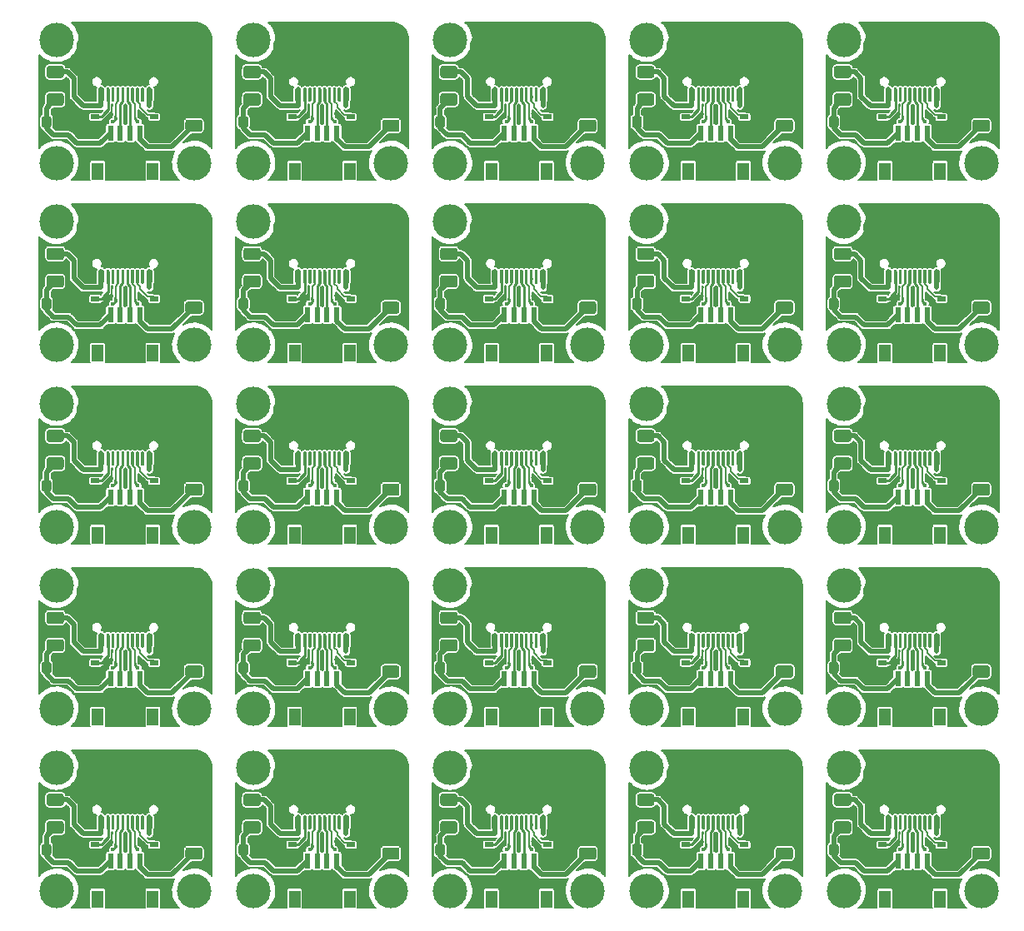
<source format=gtl>
G04 #@! TF.GenerationSoftware,KiCad,Pcbnew,(5.1.10)-1*
G04 #@! TF.CreationDate,2021-09-30T22:09:21+07:00*
G04 #@! TF.ProjectId,Unified-Daughterboard,556e6966-6965-4642-9d44-617567687465,C3*
G04 #@! TF.SameCoordinates,Original*
G04 #@! TF.FileFunction,Copper,L1,Top*
G04 #@! TF.FilePolarity,Positive*
%FSLAX46Y46*%
G04 Gerber Fmt 4.6, Leading zero omitted, Abs format (unit mm)*
G04 Created by KiCad (PCBNEW (5.1.10)-1) date 2021-09-30 22:09:21*
%MOMM*%
%LPD*%
G01*
G04 APERTURE LIST*
G04 #@! TA.AperFunction,SMDPad,CuDef*
%ADD10R,0.900000X0.500000*%
G04 #@! TD*
G04 #@! TA.AperFunction,SMDPad,CuDef*
%ADD11R,1.200000X1.800000*%
G04 #@! TD*
G04 #@! TA.AperFunction,SMDPad,CuDef*
%ADD12R,0.600000X1.550000*%
G04 #@! TD*
G04 #@! TA.AperFunction,WasherPad*
%ADD13C,3.500001*%
G04 #@! TD*
G04 #@! TA.AperFunction,ComponentPad*
%ADD14O,1.100000X2.200000*%
G04 #@! TD*
G04 #@! TA.AperFunction,ComponentPad*
%ADD15O,1.300000X1.900000*%
G04 #@! TD*
G04 #@! TA.AperFunction,ComponentPad*
%ADD16C,3.500001*%
G04 #@! TD*
G04 #@! TA.AperFunction,SMDPad,CuDef*
%ADD17R,0.300000X0.550000*%
G04 #@! TD*
G04 #@! TA.AperFunction,SMDPad,CuDef*
%ADD18R,0.250000X0.550000*%
G04 #@! TD*
G04 #@! TA.AperFunction,ViaPad*
%ADD19C,0.450000*%
G04 #@! TD*
G04 #@! TA.AperFunction,ViaPad*
%ADD20C,0.508000*%
G04 #@! TD*
G04 #@! TA.AperFunction,Conductor*
%ADD21C,0.508000*%
G04 #@! TD*
G04 #@! TA.AperFunction,Conductor*
%ADD22C,0.254000*%
G04 #@! TD*
G04 #@! TA.AperFunction,Conductor*
%ADD23C,0.152400*%
G04 #@! TD*
G04 #@! TA.AperFunction,Conductor*
%ADD24C,0.100000*%
G04 #@! TD*
G04 APERTURE END LIST*
D10*
X157923500Y-140379000D03*
X157923500Y-141879000D03*
X157923500Y-121879000D03*
X157923500Y-123379000D03*
X157923500Y-103379000D03*
X157923500Y-104879000D03*
X157923500Y-84879000D03*
X157923500Y-86379000D03*
X157923500Y-66379000D03*
X157923500Y-67879000D03*
X137923500Y-140379000D03*
X137923500Y-141879000D03*
X137923500Y-121879000D03*
X137923500Y-123379000D03*
X137923500Y-103379000D03*
X137923500Y-104879000D03*
X137923500Y-84879000D03*
X137923500Y-86379000D03*
X137923500Y-66379000D03*
X137923500Y-67879000D03*
X117923500Y-140379000D03*
X117923500Y-141879000D03*
X117923500Y-121879000D03*
X117923500Y-123379000D03*
X117923500Y-103379000D03*
X117923500Y-104879000D03*
X117923500Y-84879000D03*
X117923500Y-86379000D03*
X117923500Y-66379000D03*
X117923500Y-67879000D03*
X97923500Y-140379000D03*
X97923500Y-141879000D03*
X97923500Y-121879000D03*
X97923500Y-123379000D03*
X97923500Y-103379000D03*
X97923500Y-104879000D03*
X97923500Y-84879000D03*
X97923500Y-86379000D03*
X97923500Y-66379000D03*
X97923500Y-67879000D03*
X77923500Y-140379000D03*
X77923500Y-141879000D03*
X77923500Y-121879000D03*
X77923500Y-123379000D03*
X77923500Y-103379000D03*
X77923500Y-104879000D03*
X77923500Y-84879000D03*
X77923500Y-86379000D03*
D11*
X157804500Y-145893000D03*
X152204500Y-145893000D03*
D12*
X153504500Y-142018000D03*
X154504500Y-142018000D03*
X156504500Y-142018000D03*
X155504500Y-142018000D03*
D11*
X157804500Y-127393000D03*
X152204500Y-127393000D03*
D12*
X153504500Y-123518000D03*
X154504500Y-123518000D03*
X156504500Y-123518000D03*
X155504500Y-123518000D03*
D11*
X157804500Y-108893000D03*
X152204500Y-108893000D03*
D12*
X153504500Y-105018000D03*
X154504500Y-105018000D03*
X156504500Y-105018000D03*
X155504500Y-105018000D03*
D11*
X157804500Y-90393000D03*
X152204500Y-90393000D03*
D12*
X153504500Y-86518000D03*
X154504500Y-86518000D03*
X156504500Y-86518000D03*
X155504500Y-86518000D03*
D11*
X157804500Y-71893000D03*
X152204500Y-71893000D03*
D12*
X153504500Y-68018000D03*
X154504500Y-68018000D03*
X156504500Y-68018000D03*
X155504500Y-68018000D03*
D11*
X137804500Y-145893000D03*
X132204500Y-145893000D03*
D12*
X133504500Y-142018000D03*
X134504500Y-142018000D03*
X136504500Y-142018000D03*
X135504500Y-142018000D03*
D11*
X137804500Y-127393000D03*
X132204500Y-127393000D03*
D12*
X133504500Y-123518000D03*
X134504500Y-123518000D03*
X136504500Y-123518000D03*
X135504500Y-123518000D03*
D11*
X137804500Y-108893000D03*
X132204500Y-108893000D03*
D12*
X133504500Y-105018000D03*
X134504500Y-105018000D03*
X136504500Y-105018000D03*
X135504500Y-105018000D03*
D11*
X137804500Y-90393000D03*
X132204500Y-90393000D03*
D12*
X133504500Y-86518000D03*
X134504500Y-86518000D03*
X136504500Y-86518000D03*
X135504500Y-86518000D03*
D11*
X137804500Y-71893000D03*
X132204500Y-71893000D03*
D12*
X133504500Y-68018000D03*
X134504500Y-68018000D03*
X136504500Y-68018000D03*
X135504500Y-68018000D03*
D11*
X117804500Y-145893000D03*
X112204500Y-145893000D03*
D12*
X113504500Y-142018000D03*
X114504500Y-142018000D03*
X116504500Y-142018000D03*
X115504500Y-142018000D03*
D11*
X117804500Y-127393000D03*
X112204500Y-127393000D03*
D12*
X113504500Y-123518000D03*
X114504500Y-123518000D03*
X116504500Y-123518000D03*
X115504500Y-123518000D03*
D11*
X117804500Y-108893000D03*
X112204500Y-108893000D03*
D12*
X113504500Y-105018000D03*
X114504500Y-105018000D03*
X116504500Y-105018000D03*
X115504500Y-105018000D03*
D11*
X117804500Y-90393000D03*
X112204500Y-90393000D03*
D12*
X113504500Y-86518000D03*
X114504500Y-86518000D03*
X116504500Y-86518000D03*
X115504500Y-86518000D03*
D11*
X117804500Y-71893000D03*
X112204500Y-71893000D03*
D12*
X113504500Y-68018000D03*
X114504500Y-68018000D03*
X116504500Y-68018000D03*
X115504500Y-68018000D03*
D11*
X97804500Y-145893000D03*
X92204500Y-145893000D03*
D12*
X93504500Y-142018000D03*
X94504500Y-142018000D03*
X96504500Y-142018000D03*
X95504500Y-142018000D03*
D11*
X97804500Y-127393000D03*
X92204500Y-127393000D03*
D12*
X93504500Y-123518000D03*
X94504500Y-123518000D03*
X96504500Y-123518000D03*
X95504500Y-123518000D03*
D11*
X97804500Y-108893000D03*
X92204500Y-108893000D03*
D12*
X93504500Y-105018000D03*
X94504500Y-105018000D03*
X96504500Y-105018000D03*
X95504500Y-105018000D03*
D11*
X97804500Y-90393000D03*
X92204500Y-90393000D03*
D12*
X93504500Y-86518000D03*
X94504500Y-86518000D03*
X96504500Y-86518000D03*
X95504500Y-86518000D03*
D11*
X97804500Y-71893000D03*
X92204500Y-71893000D03*
D12*
X93504500Y-68018000D03*
X94504500Y-68018000D03*
X96504500Y-68018000D03*
X95504500Y-68018000D03*
D11*
X77804500Y-145893000D03*
X72204500Y-145893000D03*
D12*
X73504500Y-142018000D03*
X74504500Y-142018000D03*
X76504500Y-142018000D03*
X75504500Y-142018000D03*
D11*
X77804500Y-127393000D03*
X72204500Y-127393000D03*
D12*
X73504500Y-123518000D03*
X74504500Y-123518000D03*
X76504500Y-123518000D03*
X75504500Y-123518000D03*
D11*
X77804500Y-108893000D03*
X72204500Y-108893000D03*
D12*
X73504500Y-105018000D03*
X74504500Y-105018000D03*
X76504500Y-105018000D03*
X75504500Y-105018000D03*
D11*
X77804500Y-90393000D03*
X72204500Y-90393000D03*
D12*
X73504500Y-86518000D03*
X74504500Y-86518000D03*
X76504500Y-86518000D03*
X75504500Y-86518000D03*
D13*
X162004500Y-145043000D03*
X162004500Y-126543000D03*
X162004500Y-108043000D03*
X162004500Y-89543000D03*
X162004500Y-71043000D03*
X142004500Y-145043000D03*
X142004500Y-126543000D03*
X142004500Y-108043000D03*
X142004500Y-89543000D03*
X142004500Y-71043000D03*
X122004500Y-145043000D03*
X122004500Y-126543000D03*
X122004500Y-108043000D03*
X122004500Y-89543000D03*
X122004500Y-71043000D03*
X102004500Y-145043000D03*
X102004500Y-126543000D03*
X102004500Y-108043000D03*
X102004500Y-89543000D03*
X102004500Y-71043000D03*
X82004500Y-145043000D03*
X82004500Y-126543000D03*
X82004500Y-108043000D03*
X82004500Y-89543000D03*
X148004500Y-145043000D03*
X148004500Y-126543000D03*
X148004500Y-108043000D03*
X148004500Y-89543000D03*
X148004500Y-71043000D03*
X128004500Y-145043000D03*
X128004500Y-126543000D03*
X128004500Y-108043000D03*
X128004500Y-89543000D03*
X128004500Y-71043000D03*
X108004500Y-145043000D03*
X108004500Y-126543000D03*
X108004500Y-108043000D03*
X108004500Y-89543000D03*
X108004500Y-71043000D03*
X88004500Y-145043000D03*
X88004500Y-126543000D03*
X88004500Y-108043000D03*
X88004500Y-89543000D03*
X88004500Y-71043000D03*
X68004500Y-145043000D03*
X68004500Y-126543000D03*
X68004500Y-108043000D03*
X68004500Y-89543000D03*
G04 #@! TA.AperFunction,SMDPad,CuDef*
G36*
G01*
X152852500Y-137543000D02*
X152852500Y-138693000D01*
G75*
G02*
X152702500Y-138843000I-150000J0D01*
G01*
X152402500Y-138843000D01*
G75*
G02*
X152252500Y-138693000I0J150000D01*
G01*
X152252500Y-137543000D01*
G75*
G02*
X152402500Y-137393000I150000J0D01*
G01*
X152702500Y-137393000D01*
G75*
G02*
X152852500Y-137543000I0J-150000D01*
G01*
G37*
G04 #@! TD.AperFunction*
G04 #@! TA.AperFunction,SMDPad,CuDef*
G36*
G01*
X152052500Y-137543000D02*
X152052500Y-138693000D01*
G75*
G02*
X151902500Y-138843000I-150000J0D01*
G01*
X151602500Y-138843000D01*
G75*
G02*
X151452500Y-138693000I0J150000D01*
G01*
X151452500Y-137543000D01*
G75*
G02*
X151602500Y-137393000I150000J0D01*
G01*
X151902500Y-137393000D01*
G75*
G02*
X152052500Y-137543000I0J-150000D01*
G01*
G37*
G04 #@! TD.AperFunction*
G04 #@! TA.AperFunction,SMDPad,CuDef*
G36*
G01*
X157752500Y-137543000D02*
X157752500Y-138693000D01*
G75*
G02*
X157602500Y-138843000I-150000J0D01*
G01*
X157302500Y-138843000D01*
G75*
G02*
X157152500Y-138693000I0J150000D01*
G01*
X157152500Y-137543000D01*
G75*
G02*
X157302500Y-137393000I150000J0D01*
G01*
X157602500Y-137393000D01*
G75*
G02*
X157752500Y-137543000I0J-150000D01*
G01*
G37*
G04 #@! TD.AperFunction*
D14*
X159302500Y-137343000D03*
G04 #@! TA.AperFunction,SMDPad,CuDef*
G36*
G01*
X154902500Y-137468000D02*
X154902500Y-138768000D01*
G75*
G02*
X154827500Y-138843000I-75000J0D01*
G01*
X154677500Y-138843000D01*
G75*
G02*
X154602500Y-138768000I0J75000D01*
G01*
X154602500Y-137468000D01*
G75*
G02*
X154677500Y-137393000I75000J0D01*
G01*
X154827500Y-137393000D01*
G75*
G02*
X154902500Y-137468000I0J-75000D01*
G01*
G37*
G04 #@! TD.AperFunction*
G04 #@! TA.AperFunction,SMDPad,CuDef*
G36*
G01*
X154402500Y-137468000D02*
X154402500Y-138768000D01*
G75*
G02*
X154327500Y-138843000I-75000J0D01*
G01*
X154177500Y-138843000D01*
G75*
G02*
X154102500Y-138768000I0J75000D01*
G01*
X154102500Y-137468000D01*
G75*
G02*
X154177500Y-137393000I75000J0D01*
G01*
X154327500Y-137393000D01*
G75*
G02*
X154402500Y-137468000I0J-75000D01*
G01*
G37*
G04 #@! TD.AperFunction*
G04 #@! TA.AperFunction,SMDPad,CuDef*
G36*
G01*
X153902500Y-137468000D02*
X153902500Y-138768000D01*
G75*
G02*
X153827500Y-138843000I-75000J0D01*
G01*
X153677500Y-138843000D01*
G75*
G02*
X153602500Y-138768000I0J75000D01*
G01*
X153602500Y-137468000D01*
G75*
G02*
X153677500Y-137393000I75000J0D01*
G01*
X153827500Y-137393000D01*
G75*
G02*
X153902500Y-137468000I0J-75000D01*
G01*
G37*
G04 #@! TD.AperFunction*
G04 #@! TA.AperFunction,SMDPad,CuDef*
G36*
G01*
X153402500Y-137468000D02*
X153402500Y-138768000D01*
G75*
G02*
X153327500Y-138843000I-75000J0D01*
G01*
X153177500Y-138843000D01*
G75*
G02*
X153102500Y-138768000I0J75000D01*
G01*
X153102500Y-137468000D01*
G75*
G02*
X153177500Y-137393000I75000J0D01*
G01*
X153327500Y-137393000D01*
G75*
G02*
X153402500Y-137468000I0J-75000D01*
G01*
G37*
G04 #@! TD.AperFunction*
G04 #@! TA.AperFunction,SMDPad,CuDef*
G36*
G01*
X155406500Y-137468000D02*
X155406500Y-138768000D01*
G75*
G02*
X155331500Y-138843000I-75000J0D01*
G01*
X155181500Y-138843000D01*
G75*
G02*
X155106500Y-138768000I0J75000D01*
G01*
X155106500Y-137468000D01*
G75*
G02*
X155181500Y-137393000I75000J0D01*
G01*
X155331500Y-137393000D01*
G75*
G02*
X155406500Y-137468000I0J-75000D01*
G01*
G37*
G04 #@! TD.AperFunction*
G04 #@! TA.AperFunction,SMDPad,CuDef*
G36*
G01*
X155902500Y-137468000D02*
X155902500Y-138768000D01*
G75*
G02*
X155827500Y-138843000I-75000J0D01*
G01*
X155677500Y-138843000D01*
G75*
G02*
X155602500Y-138768000I0J75000D01*
G01*
X155602500Y-137468000D01*
G75*
G02*
X155677500Y-137393000I75000J0D01*
G01*
X155827500Y-137393000D01*
G75*
G02*
X155902500Y-137468000I0J-75000D01*
G01*
G37*
G04 #@! TD.AperFunction*
G04 #@! TA.AperFunction,SMDPad,CuDef*
G36*
G01*
X156402500Y-137468000D02*
X156402500Y-138768000D01*
G75*
G02*
X156327500Y-138843000I-75000J0D01*
G01*
X156177500Y-138843000D01*
G75*
G02*
X156102500Y-138768000I0J75000D01*
G01*
X156102500Y-137468000D01*
G75*
G02*
X156177500Y-137393000I75000J0D01*
G01*
X156327500Y-137393000D01*
G75*
G02*
X156402500Y-137468000I0J-75000D01*
G01*
G37*
G04 #@! TD.AperFunction*
G04 #@! TA.AperFunction,SMDPad,CuDef*
G36*
G01*
X156902500Y-137468000D02*
X156902500Y-138768000D01*
G75*
G02*
X156827500Y-138843000I-75000J0D01*
G01*
X156677500Y-138843000D01*
G75*
G02*
X156602500Y-138768000I0J75000D01*
G01*
X156602500Y-137468000D01*
G75*
G02*
X156677500Y-137393000I75000J0D01*
G01*
X156827500Y-137393000D01*
G75*
G02*
X156902500Y-137468000I0J-75000D01*
G01*
G37*
G04 #@! TD.AperFunction*
G04 #@! TA.AperFunction,SMDPad,CuDef*
G36*
G01*
X158552500Y-137543000D02*
X158552500Y-138693000D01*
G75*
G02*
X158402500Y-138843000I-150000J0D01*
G01*
X158102500Y-138843000D01*
G75*
G02*
X157952500Y-138693000I0J150000D01*
G01*
X157952500Y-137543000D01*
G75*
G02*
X158102500Y-137393000I150000J0D01*
G01*
X158402500Y-137393000D01*
G75*
G02*
X158552500Y-137543000I0J-150000D01*
G01*
G37*
G04 #@! TD.AperFunction*
D15*
X159302500Y-133143000D03*
X150702500Y-133143000D03*
D14*
X150702500Y-137343000D03*
G04 #@! TA.AperFunction,SMDPad,CuDef*
G36*
G01*
X152852500Y-119043000D02*
X152852500Y-120193000D01*
G75*
G02*
X152702500Y-120343000I-150000J0D01*
G01*
X152402500Y-120343000D01*
G75*
G02*
X152252500Y-120193000I0J150000D01*
G01*
X152252500Y-119043000D01*
G75*
G02*
X152402500Y-118893000I150000J0D01*
G01*
X152702500Y-118893000D01*
G75*
G02*
X152852500Y-119043000I0J-150000D01*
G01*
G37*
G04 #@! TD.AperFunction*
G04 #@! TA.AperFunction,SMDPad,CuDef*
G36*
G01*
X152052500Y-119043000D02*
X152052500Y-120193000D01*
G75*
G02*
X151902500Y-120343000I-150000J0D01*
G01*
X151602500Y-120343000D01*
G75*
G02*
X151452500Y-120193000I0J150000D01*
G01*
X151452500Y-119043000D01*
G75*
G02*
X151602500Y-118893000I150000J0D01*
G01*
X151902500Y-118893000D01*
G75*
G02*
X152052500Y-119043000I0J-150000D01*
G01*
G37*
G04 #@! TD.AperFunction*
G04 #@! TA.AperFunction,SMDPad,CuDef*
G36*
G01*
X157752500Y-119043000D02*
X157752500Y-120193000D01*
G75*
G02*
X157602500Y-120343000I-150000J0D01*
G01*
X157302500Y-120343000D01*
G75*
G02*
X157152500Y-120193000I0J150000D01*
G01*
X157152500Y-119043000D01*
G75*
G02*
X157302500Y-118893000I150000J0D01*
G01*
X157602500Y-118893000D01*
G75*
G02*
X157752500Y-119043000I0J-150000D01*
G01*
G37*
G04 #@! TD.AperFunction*
X159302500Y-118843000D03*
G04 #@! TA.AperFunction,SMDPad,CuDef*
G36*
G01*
X154902500Y-118968000D02*
X154902500Y-120268000D01*
G75*
G02*
X154827500Y-120343000I-75000J0D01*
G01*
X154677500Y-120343000D01*
G75*
G02*
X154602500Y-120268000I0J75000D01*
G01*
X154602500Y-118968000D01*
G75*
G02*
X154677500Y-118893000I75000J0D01*
G01*
X154827500Y-118893000D01*
G75*
G02*
X154902500Y-118968000I0J-75000D01*
G01*
G37*
G04 #@! TD.AperFunction*
G04 #@! TA.AperFunction,SMDPad,CuDef*
G36*
G01*
X154402500Y-118968000D02*
X154402500Y-120268000D01*
G75*
G02*
X154327500Y-120343000I-75000J0D01*
G01*
X154177500Y-120343000D01*
G75*
G02*
X154102500Y-120268000I0J75000D01*
G01*
X154102500Y-118968000D01*
G75*
G02*
X154177500Y-118893000I75000J0D01*
G01*
X154327500Y-118893000D01*
G75*
G02*
X154402500Y-118968000I0J-75000D01*
G01*
G37*
G04 #@! TD.AperFunction*
G04 #@! TA.AperFunction,SMDPad,CuDef*
G36*
G01*
X153902500Y-118968000D02*
X153902500Y-120268000D01*
G75*
G02*
X153827500Y-120343000I-75000J0D01*
G01*
X153677500Y-120343000D01*
G75*
G02*
X153602500Y-120268000I0J75000D01*
G01*
X153602500Y-118968000D01*
G75*
G02*
X153677500Y-118893000I75000J0D01*
G01*
X153827500Y-118893000D01*
G75*
G02*
X153902500Y-118968000I0J-75000D01*
G01*
G37*
G04 #@! TD.AperFunction*
G04 #@! TA.AperFunction,SMDPad,CuDef*
G36*
G01*
X153402500Y-118968000D02*
X153402500Y-120268000D01*
G75*
G02*
X153327500Y-120343000I-75000J0D01*
G01*
X153177500Y-120343000D01*
G75*
G02*
X153102500Y-120268000I0J75000D01*
G01*
X153102500Y-118968000D01*
G75*
G02*
X153177500Y-118893000I75000J0D01*
G01*
X153327500Y-118893000D01*
G75*
G02*
X153402500Y-118968000I0J-75000D01*
G01*
G37*
G04 #@! TD.AperFunction*
G04 #@! TA.AperFunction,SMDPad,CuDef*
G36*
G01*
X155406500Y-118968000D02*
X155406500Y-120268000D01*
G75*
G02*
X155331500Y-120343000I-75000J0D01*
G01*
X155181500Y-120343000D01*
G75*
G02*
X155106500Y-120268000I0J75000D01*
G01*
X155106500Y-118968000D01*
G75*
G02*
X155181500Y-118893000I75000J0D01*
G01*
X155331500Y-118893000D01*
G75*
G02*
X155406500Y-118968000I0J-75000D01*
G01*
G37*
G04 #@! TD.AperFunction*
G04 #@! TA.AperFunction,SMDPad,CuDef*
G36*
G01*
X155902500Y-118968000D02*
X155902500Y-120268000D01*
G75*
G02*
X155827500Y-120343000I-75000J0D01*
G01*
X155677500Y-120343000D01*
G75*
G02*
X155602500Y-120268000I0J75000D01*
G01*
X155602500Y-118968000D01*
G75*
G02*
X155677500Y-118893000I75000J0D01*
G01*
X155827500Y-118893000D01*
G75*
G02*
X155902500Y-118968000I0J-75000D01*
G01*
G37*
G04 #@! TD.AperFunction*
G04 #@! TA.AperFunction,SMDPad,CuDef*
G36*
G01*
X156402500Y-118968000D02*
X156402500Y-120268000D01*
G75*
G02*
X156327500Y-120343000I-75000J0D01*
G01*
X156177500Y-120343000D01*
G75*
G02*
X156102500Y-120268000I0J75000D01*
G01*
X156102500Y-118968000D01*
G75*
G02*
X156177500Y-118893000I75000J0D01*
G01*
X156327500Y-118893000D01*
G75*
G02*
X156402500Y-118968000I0J-75000D01*
G01*
G37*
G04 #@! TD.AperFunction*
G04 #@! TA.AperFunction,SMDPad,CuDef*
G36*
G01*
X156902500Y-118968000D02*
X156902500Y-120268000D01*
G75*
G02*
X156827500Y-120343000I-75000J0D01*
G01*
X156677500Y-120343000D01*
G75*
G02*
X156602500Y-120268000I0J75000D01*
G01*
X156602500Y-118968000D01*
G75*
G02*
X156677500Y-118893000I75000J0D01*
G01*
X156827500Y-118893000D01*
G75*
G02*
X156902500Y-118968000I0J-75000D01*
G01*
G37*
G04 #@! TD.AperFunction*
G04 #@! TA.AperFunction,SMDPad,CuDef*
G36*
G01*
X158552500Y-119043000D02*
X158552500Y-120193000D01*
G75*
G02*
X158402500Y-120343000I-150000J0D01*
G01*
X158102500Y-120343000D01*
G75*
G02*
X157952500Y-120193000I0J150000D01*
G01*
X157952500Y-119043000D01*
G75*
G02*
X158102500Y-118893000I150000J0D01*
G01*
X158402500Y-118893000D01*
G75*
G02*
X158552500Y-119043000I0J-150000D01*
G01*
G37*
G04 #@! TD.AperFunction*
D15*
X159302500Y-114643000D03*
X150702500Y-114643000D03*
D14*
X150702500Y-118843000D03*
G04 #@! TA.AperFunction,SMDPad,CuDef*
G36*
G01*
X152852500Y-100543000D02*
X152852500Y-101693000D01*
G75*
G02*
X152702500Y-101843000I-150000J0D01*
G01*
X152402500Y-101843000D01*
G75*
G02*
X152252500Y-101693000I0J150000D01*
G01*
X152252500Y-100543000D01*
G75*
G02*
X152402500Y-100393000I150000J0D01*
G01*
X152702500Y-100393000D01*
G75*
G02*
X152852500Y-100543000I0J-150000D01*
G01*
G37*
G04 #@! TD.AperFunction*
G04 #@! TA.AperFunction,SMDPad,CuDef*
G36*
G01*
X152052500Y-100543000D02*
X152052500Y-101693000D01*
G75*
G02*
X151902500Y-101843000I-150000J0D01*
G01*
X151602500Y-101843000D01*
G75*
G02*
X151452500Y-101693000I0J150000D01*
G01*
X151452500Y-100543000D01*
G75*
G02*
X151602500Y-100393000I150000J0D01*
G01*
X151902500Y-100393000D01*
G75*
G02*
X152052500Y-100543000I0J-150000D01*
G01*
G37*
G04 #@! TD.AperFunction*
G04 #@! TA.AperFunction,SMDPad,CuDef*
G36*
G01*
X157752500Y-100543000D02*
X157752500Y-101693000D01*
G75*
G02*
X157602500Y-101843000I-150000J0D01*
G01*
X157302500Y-101843000D01*
G75*
G02*
X157152500Y-101693000I0J150000D01*
G01*
X157152500Y-100543000D01*
G75*
G02*
X157302500Y-100393000I150000J0D01*
G01*
X157602500Y-100393000D01*
G75*
G02*
X157752500Y-100543000I0J-150000D01*
G01*
G37*
G04 #@! TD.AperFunction*
X159302500Y-100343000D03*
G04 #@! TA.AperFunction,SMDPad,CuDef*
G36*
G01*
X154902500Y-100468000D02*
X154902500Y-101768000D01*
G75*
G02*
X154827500Y-101843000I-75000J0D01*
G01*
X154677500Y-101843000D01*
G75*
G02*
X154602500Y-101768000I0J75000D01*
G01*
X154602500Y-100468000D01*
G75*
G02*
X154677500Y-100393000I75000J0D01*
G01*
X154827500Y-100393000D01*
G75*
G02*
X154902500Y-100468000I0J-75000D01*
G01*
G37*
G04 #@! TD.AperFunction*
G04 #@! TA.AperFunction,SMDPad,CuDef*
G36*
G01*
X154402500Y-100468000D02*
X154402500Y-101768000D01*
G75*
G02*
X154327500Y-101843000I-75000J0D01*
G01*
X154177500Y-101843000D01*
G75*
G02*
X154102500Y-101768000I0J75000D01*
G01*
X154102500Y-100468000D01*
G75*
G02*
X154177500Y-100393000I75000J0D01*
G01*
X154327500Y-100393000D01*
G75*
G02*
X154402500Y-100468000I0J-75000D01*
G01*
G37*
G04 #@! TD.AperFunction*
G04 #@! TA.AperFunction,SMDPad,CuDef*
G36*
G01*
X153902500Y-100468000D02*
X153902500Y-101768000D01*
G75*
G02*
X153827500Y-101843000I-75000J0D01*
G01*
X153677500Y-101843000D01*
G75*
G02*
X153602500Y-101768000I0J75000D01*
G01*
X153602500Y-100468000D01*
G75*
G02*
X153677500Y-100393000I75000J0D01*
G01*
X153827500Y-100393000D01*
G75*
G02*
X153902500Y-100468000I0J-75000D01*
G01*
G37*
G04 #@! TD.AperFunction*
G04 #@! TA.AperFunction,SMDPad,CuDef*
G36*
G01*
X153402500Y-100468000D02*
X153402500Y-101768000D01*
G75*
G02*
X153327500Y-101843000I-75000J0D01*
G01*
X153177500Y-101843000D01*
G75*
G02*
X153102500Y-101768000I0J75000D01*
G01*
X153102500Y-100468000D01*
G75*
G02*
X153177500Y-100393000I75000J0D01*
G01*
X153327500Y-100393000D01*
G75*
G02*
X153402500Y-100468000I0J-75000D01*
G01*
G37*
G04 #@! TD.AperFunction*
G04 #@! TA.AperFunction,SMDPad,CuDef*
G36*
G01*
X155406500Y-100468000D02*
X155406500Y-101768000D01*
G75*
G02*
X155331500Y-101843000I-75000J0D01*
G01*
X155181500Y-101843000D01*
G75*
G02*
X155106500Y-101768000I0J75000D01*
G01*
X155106500Y-100468000D01*
G75*
G02*
X155181500Y-100393000I75000J0D01*
G01*
X155331500Y-100393000D01*
G75*
G02*
X155406500Y-100468000I0J-75000D01*
G01*
G37*
G04 #@! TD.AperFunction*
G04 #@! TA.AperFunction,SMDPad,CuDef*
G36*
G01*
X155902500Y-100468000D02*
X155902500Y-101768000D01*
G75*
G02*
X155827500Y-101843000I-75000J0D01*
G01*
X155677500Y-101843000D01*
G75*
G02*
X155602500Y-101768000I0J75000D01*
G01*
X155602500Y-100468000D01*
G75*
G02*
X155677500Y-100393000I75000J0D01*
G01*
X155827500Y-100393000D01*
G75*
G02*
X155902500Y-100468000I0J-75000D01*
G01*
G37*
G04 #@! TD.AperFunction*
G04 #@! TA.AperFunction,SMDPad,CuDef*
G36*
G01*
X156402500Y-100468000D02*
X156402500Y-101768000D01*
G75*
G02*
X156327500Y-101843000I-75000J0D01*
G01*
X156177500Y-101843000D01*
G75*
G02*
X156102500Y-101768000I0J75000D01*
G01*
X156102500Y-100468000D01*
G75*
G02*
X156177500Y-100393000I75000J0D01*
G01*
X156327500Y-100393000D01*
G75*
G02*
X156402500Y-100468000I0J-75000D01*
G01*
G37*
G04 #@! TD.AperFunction*
G04 #@! TA.AperFunction,SMDPad,CuDef*
G36*
G01*
X156902500Y-100468000D02*
X156902500Y-101768000D01*
G75*
G02*
X156827500Y-101843000I-75000J0D01*
G01*
X156677500Y-101843000D01*
G75*
G02*
X156602500Y-101768000I0J75000D01*
G01*
X156602500Y-100468000D01*
G75*
G02*
X156677500Y-100393000I75000J0D01*
G01*
X156827500Y-100393000D01*
G75*
G02*
X156902500Y-100468000I0J-75000D01*
G01*
G37*
G04 #@! TD.AperFunction*
G04 #@! TA.AperFunction,SMDPad,CuDef*
G36*
G01*
X158552500Y-100543000D02*
X158552500Y-101693000D01*
G75*
G02*
X158402500Y-101843000I-150000J0D01*
G01*
X158102500Y-101843000D01*
G75*
G02*
X157952500Y-101693000I0J150000D01*
G01*
X157952500Y-100543000D01*
G75*
G02*
X158102500Y-100393000I150000J0D01*
G01*
X158402500Y-100393000D01*
G75*
G02*
X158552500Y-100543000I0J-150000D01*
G01*
G37*
G04 #@! TD.AperFunction*
D15*
X159302500Y-96143000D03*
X150702500Y-96143000D03*
D14*
X150702500Y-100343000D03*
G04 #@! TA.AperFunction,SMDPad,CuDef*
G36*
G01*
X152852500Y-82043000D02*
X152852500Y-83193000D01*
G75*
G02*
X152702500Y-83343000I-150000J0D01*
G01*
X152402500Y-83343000D01*
G75*
G02*
X152252500Y-83193000I0J150000D01*
G01*
X152252500Y-82043000D01*
G75*
G02*
X152402500Y-81893000I150000J0D01*
G01*
X152702500Y-81893000D01*
G75*
G02*
X152852500Y-82043000I0J-150000D01*
G01*
G37*
G04 #@! TD.AperFunction*
G04 #@! TA.AperFunction,SMDPad,CuDef*
G36*
G01*
X152052500Y-82043000D02*
X152052500Y-83193000D01*
G75*
G02*
X151902500Y-83343000I-150000J0D01*
G01*
X151602500Y-83343000D01*
G75*
G02*
X151452500Y-83193000I0J150000D01*
G01*
X151452500Y-82043000D01*
G75*
G02*
X151602500Y-81893000I150000J0D01*
G01*
X151902500Y-81893000D01*
G75*
G02*
X152052500Y-82043000I0J-150000D01*
G01*
G37*
G04 #@! TD.AperFunction*
G04 #@! TA.AperFunction,SMDPad,CuDef*
G36*
G01*
X157752500Y-82043000D02*
X157752500Y-83193000D01*
G75*
G02*
X157602500Y-83343000I-150000J0D01*
G01*
X157302500Y-83343000D01*
G75*
G02*
X157152500Y-83193000I0J150000D01*
G01*
X157152500Y-82043000D01*
G75*
G02*
X157302500Y-81893000I150000J0D01*
G01*
X157602500Y-81893000D01*
G75*
G02*
X157752500Y-82043000I0J-150000D01*
G01*
G37*
G04 #@! TD.AperFunction*
X159302500Y-81843000D03*
G04 #@! TA.AperFunction,SMDPad,CuDef*
G36*
G01*
X154902500Y-81968000D02*
X154902500Y-83268000D01*
G75*
G02*
X154827500Y-83343000I-75000J0D01*
G01*
X154677500Y-83343000D01*
G75*
G02*
X154602500Y-83268000I0J75000D01*
G01*
X154602500Y-81968000D01*
G75*
G02*
X154677500Y-81893000I75000J0D01*
G01*
X154827500Y-81893000D01*
G75*
G02*
X154902500Y-81968000I0J-75000D01*
G01*
G37*
G04 #@! TD.AperFunction*
G04 #@! TA.AperFunction,SMDPad,CuDef*
G36*
G01*
X154402500Y-81968000D02*
X154402500Y-83268000D01*
G75*
G02*
X154327500Y-83343000I-75000J0D01*
G01*
X154177500Y-83343000D01*
G75*
G02*
X154102500Y-83268000I0J75000D01*
G01*
X154102500Y-81968000D01*
G75*
G02*
X154177500Y-81893000I75000J0D01*
G01*
X154327500Y-81893000D01*
G75*
G02*
X154402500Y-81968000I0J-75000D01*
G01*
G37*
G04 #@! TD.AperFunction*
G04 #@! TA.AperFunction,SMDPad,CuDef*
G36*
G01*
X153902500Y-81968000D02*
X153902500Y-83268000D01*
G75*
G02*
X153827500Y-83343000I-75000J0D01*
G01*
X153677500Y-83343000D01*
G75*
G02*
X153602500Y-83268000I0J75000D01*
G01*
X153602500Y-81968000D01*
G75*
G02*
X153677500Y-81893000I75000J0D01*
G01*
X153827500Y-81893000D01*
G75*
G02*
X153902500Y-81968000I0J-75000D01*
G01*
G37*
G04 #@! TD.AperFunction*
G04 #@! TA.AperFunction,SMDPad,CuDef*
G36*
G01*
X153402500Y-81968000D02*
X153402500Y-83268000D01*
G75*
G02*
X153327500Y-83343000I-75000J0D01*
G01*
X153177500Y-83343000D01*
G75*
G02*
X153102500Y-83268000I0J75000D01*
G01*
X153102500Y-81968000D01*
G75*
G02*
X153177500Y-81893000I75000J0D01*
G01*
X153327500Y-81893000D01*
G75*
G02*
X153402500Y-81968000I0J-75000D01*
G01*
G37*
G04 #@! TD.AperFunction*
G04 #@! TA.AperFunction,SMDPad,CuDef*
G36*
G01*
X155406500Y-81968000D02*
X155406500Y-83268000D01*
G75*
G02*
X155331500Y-83343000I-75000J0D01*
G01*
X155181500Y-83343000D01*
G75*
G02*
X155106500Y-83268000I0J75000D01*
G01*
X155106500Y-81968000D01*
G75*
G02*
X155181500Y-81893000I75000J0D01*
G01*
X155331500Y-81893000D01*
G75*
G02*
X155406500Y-81968000I0J-75000D01*
G01*
G37*
G04 #@! TD.AperFunction*
G04 #@! TA.AperFunction,SMDPad,CuDef*
G36*
G01*
X155902500Y-81968000D02*
X155902500Y-83268000D01*
G75*
G02*
X155827500Y-83343000I-75000J0D01*
G01*
X155677500Y-83343000D01*
G75*
G02*
X155602500Y-83268000I0J75000D01*
G01*
X155602500Y-81968000D01*
G75*
G02*
X155677500Y-81893000I75000J0D01*
G01*
X155827500Y-81893000D01*
G75*
G02*
X155902500Y-81968000I0J-75000D01*
G01*
G37*
G04 #@! TD.AperFunction*
G04 #@! TA.AperFunction,SMDPad,CuDef*
G36*
G01*
X156402500Y-81968000D02*
X156402500Y-83268000D01*
G75*
G02*
X156327500Y-83343000I-75000J0D01*
G01*
X156177500Y-83343000D01*
G75*
G02*
X156102500Y-83268000I0J75000D01*
G01*
X156102500Y-81968000D01*
G75*
G02*
X156177500Y-81893000I75000J0D01*
G01*
X156327500Y-81893000D01*
G75*
G02*
X156402500Y-81968000I0J-75000D01*
G01*
G37*
G04 #@! TD.AperFunction*
G04 #@! TA.AperFunction,SMDPad,CuDef*
G36*
G01*
X156902500Y-81968000D02*
X156902500Y-83268000D01*
G75*
G02*
X156827500Y-83343000I-75000J0D01*
G01*
X156677500Y-83343000D01*
G75*
G02*
X156602500Y-83268000I0J75000D01*
G01*
X156602500Y-81968000D01*
G75*
G02*
X156677500Y-81893000I75000J0D01*
G01*
X156827500Y-81893000D01*
G75*
G02*
X156902500Y-81968000I0J-75000D01*
G01*
G37*
G04 #@! TD.AperFunction*
G04 #@! TA.AperFunction,SMDPad,CuDef*
G36*
G01*
X158552500Y-82043000D02*
X158552500Y-83193000D01*
G75*
G02*
X158402500Y-83343000I-150000J0D01*
G01*
X158102500Y-83343000D01*
G75*
G02*
X157952500Y-83193000I0J150000D01*
G01*
X157952500Y-82043000D01*
G75*
G02*
X158102500Y-81893000I150000J0D01*
G01*
X158402500Y-81893000D01*
G75*
G02*
X158552500Y-82043000I0J-150000D01*
G01*
G37*
G04 #@! TD.AperFunction*
D15*
X159302500Y-77643000D03*
X150702500Y-77643000D03*
D14*
X150702500Y-81843000D03*
G04 #@! TA.AperFunction,SMDPad,CuDef*
G36*
G01*
X152852500Y-63543000D02*
X152852500Y-64693000D01*
G75*
G02*
X152702500Y-64843000I-150000J0D01*
G01*
X152402500Y-64843000D01*
G75*
G02*
X152252500Y-64693000I0J150000D01*
G01*
X152252500Y-63543000D01*
G75*
G02*
X152402500Y-63393000I150000J0D01*
G01*
X152702500Y-63393000D01*
G75*
G02*
X152852500Y-63543000I0J-150000D01*
G01*
G37*
G04 #@! TD.AperFunction*
G04 #@! TA.AperFunction,SMDPad,CuDef*
G36*
G01*
X152052500Y-63543000D02*
X152052500Y-64693000D01*
G75*
G02*
X151902500Y-64843000I-150000J0D01*
G01*
X151602500Y-64843000D01*
G75*
G02*
X151452500Y-64693000I0J150000D01*
G01*
X151452500Y-63543000D01*
G75*
G02*
X151602500Y-63393000I150000J0D01*
G01*
X151902500Y-63393000D01*
G75*
G02*
X152052500Y-63543000I0J-150000D01*
G01*
G37*
G04 #@! TD.AperFunction*
G04 #@! TA.AperFunction,SMDPad,CuDef*
G36*
G01*
X157752500Y-63543000D02*
X157752500Y-64693000D01*
G75*
G02*
X157602500Y-64843000I-150000J0D01*
G01*
X157302500Y-64843000D01*
G75*
G02*
X157152500Y-64693000I0J150000D01*
G01*
X157152500Y-63543000D01*
G75*
G02*
X157302500Y-63393000I150000J0D01*
G01*
X157602500Y-63393000D01*
G75*
G02*
X157752500Y-63543000I0J-150000D01*
G01*
G37*
G04 #@! TD.AperFunction*
X159302500Y-63343000D03*
G04 #@! TA.AperFunction,SMDPad,CuDef*
G36*
G01*
X154902500Y-63468000D02*
X154902500Y-64768000D01*
G75*
G02*
X154827500Y-64843000I-75000J0D01*
G01*
X154677500Y-64843000D01*
G75*
G02*
X154602500Y-64768000I0J75000D01*
G01*
X154602500Y-63468000D01*
G75*
G02*
X154677500Y-63393000I75000J0D01*
G01*
X154827500Y-63393000D01*
G75*
G02*
X154902500Y-63468000I0J-75000D01*
G01*
G37*
G04 #@! TD.AperFunction*
G04 #@! TA.AperFunction,SMDPad,CuDef*
G36*
G01*
X154402500Y-63468000D02*
X154402500Y-64768000D01*
G75*
G02*
X154327500Y-64843000I-75000J0D01*
G01*
X154177500Y-64843000D01*
G75*
G02*
X154102500Y-64768000I0J75000D01*
G01*
X154102500Y-63468000D01*
G75*
G02*
X154177500Y-63393000I75000J0D01*
G01*
X154327500Y-63393000D01*
G75*
G02*
X154402500Y-63468000I0J-75000D01*
G01*
G37*
G04 #@! TD.AperFunction*
G04 #@! TA.AperFunction,SMDPad,CuDef*
G36*
G01*
X153902500Y-63468000D02*
X153902500Y-64768000D01*
G75*
G02*
X153827500Y-64843000I-75000J0D01*
G01*
X153677500Y-64843000D01*
G75*
G02*
X153602500Y-64768000I0J75000D01*
G01*
X153602500Y-63468000D01*
G75*
G02*
X153677500Y-63393000I75000J0D01*
G01*
X153827500Y-63393000D01*
G75*
G02*
X153902500Y-63468000I0J-75000D01*
G01*
G37*
G04 #@! TD.AperFunction*
G04 #@! TA.AperFunction,SMDPad,CuDef*
G36*
G01*
X153402500Y-63468000D02*
X153402500Y-64768000D01*
G75*
G02*
X153327500Y-64843000I-75000J0D01*
G01*
X153177500Y-64843000D01*
G75*
G02*
X153102500Y-64768000I0J75000D01*
G01*
X153102500Y-63468000D01*
G75*
G02*
X153177500Y-63393000I75000J0D01*
G01*
X153327500Y-63393000D01*
G75*
G02*
X153402500Y-63468000I0J-75000D01*
G01*
G37*
G04 #@! TD.AperFunction*
G04 #@! TA.AperFunction,SMDPad,CuDef*
G36*
G01*
X155406500Y-63468000D02*
X155406500Y-64768000D01*
G75*
G02*
X155331500Y-64843000I-75000J0D01*
G01*
X155181500Y-64843000D01*
G75*
G02*
X155106500Y-64768000I0J75000D01*
G01*
X155106500Y-63468000D01*
G75*
G02*
X155181500Y-63393000I75000J0D01*
G01*
X155331500Y-63393000D01*
G75*
G02*
X155406500Y-63468000I0J-75000D01*
G01*
G37*
G04 #@! TD.AperFunction*
G04 #@! TA.AperFunction,SMDPad,CuDef*
G36*
G01*
X155902500Y-63468000D02*
X155902500Y-64768000D01*
G75*
G02*
X155827500Y-64843000I-75000J0D01*
G01*
X155677500Y-64843000D01*
G75*
G02*
X155602500Y-64768000I0J75000D01*
G01*
X155602500Y-63468000D01*
G75*
G02*
X155677500Y-63393000I75000J0D01*
G01*
X155827500Y-63393000D01*
G75*
G02*
X155902500Y-63468000I0J-75000D01*
G01*
G37*
G04 #@! TD.AperFunction*
G04 #@! TA.AperFunction,SMDPad,CuDef*
G36*
G01*
X156402500Y-63468000D02*
X156402500Y-64768000D01*
G75*
G02*
X156327500Y-64843000I-75000J0D01*
G01*
X156177500Y-64843000D01*
G75*
G02*
X156102500Y-64768000I0J75000D01*
G01*
X156102500Y-63468000D01*
G75*
G02*
X156177500Y-63393000I75000J0D01*
G01*
X156327500Y-63393000D01*
G75*
G02*
X156402500Y-63468000I0J-75000D01*
G01*
G37*
G04 #@! TD.AperFunction*
G04 #@! TA.AperFunction,SMDPad,CuDef*
G36*
G01*
X156902500Y-63468000D02*
X156902500Y-64768000D01*
G75*
G02*
X156827500Y-64843000I-75000J0D01*
G01*
X156677500Y-64843000D01*
G75*
G02*
X156602500Y-64768000I0J75000D01*
G01*
X156602500Y-63468000D01*
G75*
G02*
X156677500Y-63393000I75000J0D01*
G01*
X156827500Y-63393000D01*
G75*
G02*
X156902500Y-63468000I0J-75000D01*
G01*
G37*
G04 #@! TD.AperFunction*
G04 #@! TA.AperFunction,SMDPad,CuDef*
G36*
G01*
X158552500Y-63543000D02*
X158552500Y-64693000D01*
G75*
G02*
X158402500Y-64843000I-150000J0D01*
G01*
X158102500Y-64843000D01*
G75*
G02*
X157952500Y-64693000I0J150000D01*
G01*
X157952500Y-63543000D01*
G75*
G02*
X158102500Y-63393000I150000J0D01*
G01*
X158402500Y-63393000D01*
G75*
G02*
X158552500Y-63543000I0J-150000D01*
G01*
G37*
G04 #@! TD.AperFunction*
D15*
X159302500Y-59143000D03*
X150702500Y-59143000D03*
D14*
X150702500Y-63343000D03*
G04 #@! TA.AperFunction,SMDPad,CuDef*
G36*
G01*
X132852500Y-137543000D02*
X132852500Y-138693000D01*
G75*
G02*
X132702500Y-138843000I-150000J0D01*
G01*
X132402500Y-138843000D01*
G75*
G02*
X132252500Y-138693000I0J150000D01*
G01*
X132252500Y-137543000D01*
G75*
G02*
X132402500Y-137393000I150000J0D01*
G01*
X132702500Y-137393000D01*
G75*
G02*
X132852500Y-137543000I0J-150000D01*
G01*
G37*
G04 #@! TD.AperFunction*
G04 #@! TA.AperFunction,SMDPad,CuDef*
G36*
G01*
X132052500Y-137543000D02*
X132052500Y-138693000D01*
G75*
G02*
X131902500Y-138843000I-150000J0D01*
G01*
X131602500Y-138843000D01*
G75*
G02*
X131452500Y-138693000I0J150000D01*
G01*
X131452500Y-137543000D01*
G75*
G02*
X131602500Y-137393000I150000J0D01*
G01*
X131902500Y-137393000D01*
G75*
G02*
X132052500Y-137543000I0J-150000D01*
G01*
G37*
G04 #@! TD.AperFunction*
G04 #@! TA.AperFunction,SMDPad,CuDef*
G36*
G01*
X137752500Y-137543000D02*
X137752500Y-138693000D01*
G75*
G02*
X137602500Y-138843000I-150000J0D01*
G01*
X137302500Y-138843000D01*
G75*
G02*
X137152500Y-138693000I0J150000D01*
G01*
X137152500Y-137543000D01*
G75*
G02*
X137302500Y-137393000I150000J0D01*
G01*
X137602500Y-137393000D01*
G75*
G02*
X137752500Y-137543000I0J-150000D01*
G01*
G37*
G04 #@! TD.AperFunction*
X139302500Y-137343000D03*
G04 #@! TA.AperFunction,SMDPad,CuDef*
G36*
G01*
X134902500Y-137468000D02*
X134902500Y-138768000D01*
G75*
G02*
X134827500Y-138843000I-75000J0D01*
G01*
X134677500Y-138843000D01*
G75*
G02*
X134602500Y-138768000I0J75000D01*
G01*
X134602500Y-137468000D01*
G75*
G02*
X134677500Y-137393000I75000J0D01*
G01*
X134827500Y-137393000D01*
G75*
G02*
X134902500Y-137468000I0J-75000D01*
G01*
G37*
G04 #@! TD.AperFunction*
G04 #@! TA.AperFunction,SMDPad,CuDef*
G36*
G01*
X134402500Y-137468000D02*
X134402500Y-138768000D01*
G75*
G02*
X134327500Y-138843000I-75000J0D01*
G01*
X134177500Y-138843000D01*
G75*
G02*
X134102500Y-138768000I0J75000D01*
G01*
X134102500Y-137468000D01*
G75*
G02*
X134177500Y-137393000I75000J0D01*
G01*
X134327500Y-137393000D01*
G75*
G02*
X134402500Y-137468000I0J-75000D01*
G01*
G37*
G04 #@! TD.AperFunction*
G04 #@! TA.AperFunction,SMDPad,CuDef*
G36*
G01*
X133902500Y-137468000D02*
X133902500Y-138768000D01*
G75*
G02*
X133827500Y-138843000I-75000J0D01*
G01*
X133677500Y-138843000D01*
G75*
G02*
X133602500Y-138768000I0J75000D01*
G01*
X133602500Y-137468000D01*
G75*
G02*
X133677500Y-137393000I75000J0D01*
G01*
X133827500Y-137393000D01*
G75*
G02*
X133902500Y-137468000I0J-75000D01*
G01*
G37*
G04 #@! TD.AperFunction*
G04 #@! TA.AperFunction,SMDPad,CuDef*
G36*
G01*
X133402500Y-137468000D02*
X133402500Y-138768000D01*
G75*
G02*
X133327500Y-138843000I-75000J0D01*
G01*
X133177500Y-138843000D01*
G75*
G02*
X133102500Y-138768000I0J75000D01*
G01*
X133102500Y-137468000D01*
G75*
G02*
X133177500Y-137393000I75000J0D01*
G01*
X133327500Y-137393000D01*
G75*
G02*
X133402500Y-137468000I0J-75000D01*
G01*
G37*
G04 #@! TD.AperFunction*
G04 #@! TA.AperFunction,SMDPad,CuDef*
G36*
G01*
X135406500Y-137468000D02*
X135406500Y-138768000D01*
G75*
G02*
X135331500Y-138843000I-75000J0D01*
G01*
X135181500Y-138843000D01*
G75*
G02*
X135106500Y-138768000I0J75000D01*
G01*
X135106500Y-137468000D01*
G75*
G02*
X135181500Y-137393000I75000J0D01*
G01*
X135331500Y-137393000D01*
G75*
G02*
X135406500Y-137468000I0J-75000D01*
G01*
G37*
G04 #@! TD.AperFunction*
G04 #@! TA.AperFunction,SMDPad,CuDef*
G36*
G01*
X135902500Y-137468000D02*
X135902500Y-138768000D01*
G75*
G02*
X135827500Y-138843000I-75000J0D01*
G01*
X135677500Y-138843000D01*
G75*
G02*
X135602500Y-138768000I0J75000D01*
G01*
X135602500Y-137468000D01*
G75*
G02*
X135677500Y-137393000I75000J0D01*
G01*
X135827500Y-137393000D01*
G75*
G02*
X135902500Y-137468000I0J-75000D01*
G01*
G37*
G04 #@! TD.AperFunction*
G04 #@! TA.AperFunction,SMDPad,CuDef*
G36*
G01*
X136402500Y-137468000D02*
X136402500Y-138768000D01*
G75*
G02*
X136327500Y-138843000I-75000J0D01*
G01*
X136177500Y-138843000D01*
G75*
G02*
X136102500Y-138768000I0J75000D01*
G01*
X136102500Y-137468000D01*
G75*
G02*
X136177500Y-137393000I75000J0D01*
G01*
X136327500Y-137393000D01*
G75*
G02*
X136402500Y-137468000I0J-75000D01*
G01*
G37*
G04 #@! TD.AperFunction*
G04 #@! TA.AperFunction,SMDPad,CuDef*
G36*
G01*
X136902500Y-137468000D02*
X136902500Y-138768000D01*
G75*
G02*
X136827500Y-138843000I-75000J0D01*
G01*
X136677500Y-138843000D01*
G75*
G02*
X136602500Y-138768000I0J75000D01*
G01*
X136602500Y-137468000D01*
G75*
G02*
X136677500Y-137393000I75000J0D01*
G01*
X136827500Y-137393000D01*
G75*
G02*
X136902500Y-137468000I0J-75000D01*
G01*
G37*
G04 #@! TD.AperFunction*
G04 #@! TA.AperFunction,SMDPad,CuDef*
G36*
G01*
X138552500Y-137543000D02*
X138552500Y-138693000D01*
G75*
G02*
X138402500Y-138843000I-150000J0D01*
G01*
X138102500Y-138843000D01*
G75*
G02*
X137952500Y-138693000I0J150000D01*
G01*
X137952500Y-137543000D01*
G75*
G02*
X138102500Y-137393000I150000J0D01*
G01*
X138402500Y-137393000D01*
G75*
G02*
X138552500Y-137543000I0J-150000D01*
G01*
G37*
G04 #@! TD.AperFunction*
D15*
X139302500Y-133143000D03*
X130702500Y-133143000D03*
D14*
X130702500Y-137343000D03*
G04 #@! TA.AperFunction,SMDPad,CuDef*
G36*
G01*
X132852500Y-119043000D02*
X132852500Y-120193000D01*
G75*
G02*
X132702500Y-120343000I-150000J0D01*
G01*
X132402500Y-120343000D01*
G75*
G02*
X132252500Y-120193000I0J150000D01*
G01*
X132252500Y-119043000D01*
G75*
G02*
X132402500Y-118893000I150000J0D01*
G01*
X132702500Y-118893000D01*
G75*
G02*
X132852500Y-119043000I0J-150000D01*
G01*
G37*
G04 #@! TD.AperFunction*
G04 #@! TA.AperFunction,SMDPad,CuDef*
G36*
G01*
X132052500Y-119043000D02*
X132052500Y-120193000D01*
G75*
G02*
X131902500Y-120343000I-150000J0D01*
G01*
X131602500Y-120343000D01*
G75*
G02*
X131452500Y-120193000I0J150000D01*
G01*
X131452500Y-119043000D01*
G75*
G02*
X131602500Y-118893000I150000J0D01*
G01*
X131902500Y-118893000D01*
G75*
G02*
X132052500Y-119043000I0J-150000D01*
G01*
G37*
G04 #@! TD.AperFunction*
G04 #@! TA.AperFunction,SMDPad,CuDef*
G36*
G01*
X137752500Y-119043000D02*
X137752500Y-120193000D01*
G75*
G02*
X137602500Y-120343000I-150000J0D01*
G01*
X137302500Y-120343000D01*
G75*
G02*
X137152500Y-120193000I0J150000D01*
G01*
X137152500Y-119043000D01*
G75*
G02*
X137302500Y-118893000I150000J0D01*
G01*
X137602500Y-118893000D01*
G75*
G02*
X137752500Y-119043000I0J-150000D01*
G01*
G37*
G04 #@! TD.AperFunction*
X139302500Y-118843000D03*
G04 #@! TA.AperFunction,SMDPad,CuDef*
G36*
G01*
X134902500Y-118968000D02*
X134902500Y-120268000D01*
G75*
G02*
X134827500Y-120343000I-75000J0D01*
G01*
X134677500Y-120343000D01*
G75*
G02*
X134602500Y-120268000I0J75000D01*
G01*
X134602500Y-118968000D01*
G75*
G02*
X134677500Y-118893000I75000J0D01*
G01*
X134827500Y-118893000D01*
G75*
G02*
X134902500Y-118968000I0J-75000D01*
G01*
G37*
G04 #@! TD.AperFunction*
G04 #@! TA.AperFunction,SMDPad,CuDef*
G36*
G01*
X134402500Y-118968000D02*
X134402500Y-120268000D01*
G75*
G02*
X134327500Y-120343000I-75000J0D01*
G01*
X134177500Y-120343000D01*
G75*
G02*
X134102500Y-120268000I0J75000D01*
G01*
X134102500Y-118968000D01*
G75*
G02*
X134177500Y-118893000I75000J0D01*
G01*
X134327500Y-118893000D01*
G75*
G02*
X134402500Y-118968000I0J-75000D01*
G01*
G37*
G04 #@! TD.AperFunction*
G04 #@! TA.AperFunction,SMDPad,CuDef*
G36*
G01*
X133902500Y-118968000D02*
X133902500Y-120268000D01*
G75*
G02*
X133827500Y-120343000I-75000J0D01*
G01*
X133677500Y-120343000D01*
G75*
G02*
X133602500Y-120268000I0J75000D01*
G01*
X133602500Y-118968000D01*
G75*
G02*
X133677500Y-118893000I75000J0D01*
G01*
X133827500Y-118893000D01*
G75*
G02*
X133902500Y-118968000I0J-75000D01*
G01*
G37*
G04 #@! TD.AperFunction*
G04 #@! TA.AperFunction,SMDPad,CuDef*
G36*
G01*
X133402500Y-118968000D02*
X133402500Y-120268000D01*
G75*
G02*
X133327500Y-120343000I-75000J0D01*
G01*
X133177500Y-120343000D01*
G75*
G02*
X133102500Y-120268000I0J75000D01*
G01*
X133102500Y-118968000D01*
G75*
G02*
X133177500Y-118893000I75000J0D01*
G01*
X133327500Y-118893000D01*
G75*
G02*
X133402500Y-118968000I0J-75000D01*
G01*
G37*
G04 #@! TD.AperFunction*
G04 #@! TA.AperFunction,SMDPad,CuDef*
G36*
G01*
X135406500Y-118968000D02*
X135406500Y-120268000D01*
G75*
G02*
X135331500Y-120343000I-75000J0D01*
G01*
X135181500Y-120343000D01*
G75*
G02*
X135106500Y-120268000I0J75000D01*
G01*
X135106500Y-118968000D01*
G75*
G02*
X135181500Y-118893000I75000J0D01*
G01*
X135331500Y-118893000D01*
G75*
G02*
X135406500Y-118968000I0J-75000D01*
G01*
G37*
G04 #@! TD.AperFunction*
G04 #@! TA.AperFunction,SMDPad,CuDef*
G36*
G01*
X135902500Y-118968000D02*
X135902500Y-120268000D01*
G75*
G02*
X135827500Y-120343000I-75000J0D01*
G01*
X135677500Y-120343000D01*
G75*
G02*
X135602500Y-120268000I0J75000D01*
G01*
X135602500Y-118968000D01*
G75*
G02*
X135677500Y-118893000I75000J0D01*
G01*
X135827500Y-118893000D01*
G75*
G02*
X135902500Y-118968000I0J-75000D01*
G01*
G37*
G04 #@! TD.AperFunction*
G04 #@! TA.AperFunction,SMDPad,CuDef*
G36*
G01*
X136402500Y-118968000D02*
X136402500Y-120268000D01*
G75*
G02*
X136327500Y-120343000I-75000J0D01*
G01*
X136177500Y-120343000D01*
G75*
G02*
X136102500Y-120268000I0J75000D01*
G01*
X136102500Y-118968000D01*
G75*
G02*
X136177500Y-118893000I75000J0D01*
G01*
X136327500Y-118893000D01*
G75*
G02*
X136402500Y-118968000I0J-75000D01*
G01*
G37*
G04 #@! TD.AperFunction*
G04 #@! TA.AperFunction,SMDPad,CuDef*
G36*
G01*
X136902500Y-118968000D02*
X136902500Y-120268000D01*
G75*
G02*
X136827500Y-120343000I-75000J0D01*
G01*
X136677500Y-120343000D01*
G75*
G02*
X136602500Y-120268000I0J75000D01*
G01*
X136602500Y-118968000D01*
G75*
G02*
X136677500Y-118893000I75000J0D01*
G01*
X136827500Y-118893000D01*
G75*
G02*
X136902500Y-118968000I0J-75000D01*
G01*
G37*
G04 #@! TD.AperFunction*
G04 #@! TA.AperFunction,SMDPad,CuDef*
G36*
G01*
X138552500Y-119043000D02*
X138552500Y-120193000D01*
G75*
G02*
X138402500Y-120343000I-150000J0D01*
G01*
X138102500Y-120343000D01*
G75*
G02*
X137952500Y-120193000I0J150000D01*
G01*
X137952500Y-119043000D01*
G75*
G02*
X138102500Y-118893000I150000J0D01*
G01*
X138402500Y-118893000D01*
G75*
G02*
X138552500Y-119043000I0J-150000D01*
G01*
G37*
G04 #@! TD.AperFunction*
D15*
X139302500Y-114643000D03*
X130702500Y-114643000D03*
D14*
X130702500Y-118843000D03*
G04 #@! TA.AperFunction,SMDPad,CuDef*
G36*
G01*
X132852500Y-100543000D02*
X132852500Y-101693000D01*
G75*
G02*
X132702500Y-101843000I-150000J0D01*
G01*
X132402500Y-101843000D01*
G75*
G02*
X132252500Y-101693000I0J150000D01*
G01*
X132252500Y-100543000D01*
G75*
G02*
X132402500Y-100393000I150000J0D01*
G01*
X132702500Y-100393000D01*
G75*
G02*
X132852500Y-100543000I0J-150000D01*
G01*
G37*
G04 #@! TD.AperFunction*
G04 #@! TA.AperFunction,SMDPad,CuDef*
G36*
G01*
X132052500Y-100543000D02*
X132052500Y-101693000D01*
G75*
G02*
X131902500Y-101843000I-150000J0D01*
G01*
X131602500Y-101843000D01*
G75*
G02*
X131452500Y-101693000I0J150000D01*
G01*
X131452500Y-100543000D01*
G75*
G02*
X131602500Y-100393000I150000J0D01*
G01*
X131902500Y-100393000D01*
G75*
G02*
X132052500Y-100543000I0J-150000D01*
G01*
G37*
G04 #@! TD.AperFunction*
G04 #@! TA.AperFunction,SMDPad,CuDef*
G36*
G01*
X137752500Y-100543000D02*
X137752500Y-101693000D01*
G75*
G02*
X137602500Y-101843000I-150000J0D01*
G01*
X137302500Y-101843000D01*
G75*
G02*
X137152500Y-101693000I0J150000D01*
G01*
X137152500Y-100543000D01*
G75*
G02*
X137302500Y-100393000I150000J0D01*
G01*
X137602500Y-100393000D01*
G75*
G02*
X137752500Y-100543000I0J-150000D01*
G01*
G37*
G04 #@! TD.AperFunction*
X139302500Y-100343000D03*
G04 #@! TA.AperFunction,SMDPad,CuDef*
G36*
G01*
X134902500Y-100468000D02*
X134902500Y-101768000D01*
G75*
G02*
X134827500Y-101843000I-75000J0D01*
G01*
X134677500Y-101843000D01*
G75*
G02*
X134602500Y-101768000I0J75000D01*
G01*
X134602500Y-100468000D01*
G75*
G02*
X134677500Y-100393000I75000J0D01*
G01*
X134827500Y-100393000D01*
G75*
G02*
X134902500Y-100468000I0J-75000D01*
G01*
G37*
G04 #@! TD.AperFunction*
G04 #@! TA.AperFunction,SMDPad,CuDef*
G36*
G01*
X134402500Y-100468000D02*
X134402500Y-101768000D01*
G75*
G02*
X134327500Y-101843000I-75000J0D01*
G01*
X134177500Y-101843000D01*
G75*
G02*
X134102500Y-101768000I0J75000D01*
G01*
X134102500Y-100468000D01*
G75*
G02*
X134177500Y-100393000I75000J0D01*
G01*
X134327500Y-100393000D01*
G75*
G02*
X134402500Y-100468000I0J-75000D01*
G01*
G37*
G04 #@! TD.AperFunction*
G04 #@! TA.AperFunction,SMDPad,CuDef*
G36*
G01*
X133902500Y-100468000D02*
X133902500Y-101768000D01*
G75*
G02*
X133827500Y-101843000I-75000J0D01*
G01*
X133677500Y-101843000D01*
G75*
G02*
X133602500Y-101768000I0J75000D01*
G01*
X133602500Y-100468000D01*
G75*
G02*
X133677500Y-100393000I75000J0D01*
G01*
X133827500Y-100393000D01*
G75*
G02*
X133902500Y-100468000I0J-75000D01*
G01*
G37*
G04 #@! TD.AperFunction*
G04 #@! TA.AperFunction,SMDPad,CuDef*
G36*
G01*
X133402500Y-100468000D02*
X133402500Y-101768000D01*
G75*
G02*
X133327500Y-101843000I-75000J0D01*
G01*
X133177500Y-101843000D01*
G75*
G02*
X133102500Y-101768000I0J75000D01*
G01*
X133102500Y-100468000D01*
G75*
G02*
X133177500Y-100393000I75000J0D01*
G01*
X133327500Y-100393000D01*
G75*
G02*
X133402500Y-100468000I0J-75000D01*
G01*
G37*
G04 #@! TD.AperFunction*
G04 #@! TA.AperFunction,SMDPad,CuDef*
G36*
G01*
X135406500Y-100468000D02*
X135406500Y-101768000D01*
G75*
G02*
X135331500Y-101843000I-75000J0D01*
G01*
X135181500Y-101843000D01*
G75*
G02*
X135106500Y-101768000I0J75000D01*
G01*
X135106500Y-100468000D01*
G75*
G02*
X135181500Y-100393000I75000J0D01*
G01*
X135331500Y-100393000D01*
G75*
G02*
X135406500Y-100468000I0J-75000D01*
G01*
G37*
G04 #@! TD.AperFunction*
G04 #@! TA.AperFunction,SMDPad,CuDef*
G36*
G01*
X135902500Y-100468000D02*
X135902500Y-101768000D01*
G75*
G02*
X135827500Y-101843000I-75000J0D01*
G01*
X135677500Y-101843000D01*
G75*
G02*
X135602500Y-101768000I0J75000D01*
G01*
X135602500Y-100468000D01*
G75*
G02*
X135677500Y-100393000I75000J0D01*
G01*
X135827500Y-100393000D01*
G75*
G02*
X135902500Y-100468000I0J-75000D01*
G01*
G37*
G04 #@! TD.AperFunction*
G04 #@! TA.AperFunction,SMDPad,CuDef*
G36*
G01*
X136402500Y-100468000D02*
X136402500Y-101768000D01*
G75*
G02*
X136327500Y-101843000I-75000J0D01*
G01*
X136177500Y-101843000D01*
G75*
G02*
X136102500Y-101768000I0J75000D01*
G01*
X136102500Y-100468000D01*
G75*
G02*
X136177500Y-100393000I75000J0D01*
G01*
X136327500Y-100393000D01*
G75*
G02*
X136402500Y-100468000I0J-75000D01*
G01*
G37*
G04 #@! TD.AperFunction*
G04 #@! TA.AperFunction,SMDPad,CuDef*
G36*
G01*
X136902500Y-100468000D02*
X136902500Y-101768000D01*
G75*
G02*
X136827500Y-101843000I-75000J0D01*
G01*
X136677500Y-101843000D01*
G75*
G02*
X136602500Y-101768000I0J75000D01*
G01*
X136602500Y-100468000D01*
G75*
G02*
X136677500Y-100393000I75000J0D01*
G01*
X136827500Y-100393000D01*
G75*
G02*
X136902500Y-100468000I0J-75000D01*
G01*
G37*
G04 #@! TD.AperFunction*
G04 #@! TA.AperFunction,SMDPad,CuDef*
G36*
G01*
X138552500Y-100543000D02*
X138552500Y-101693000D01*
G75*
G02*
X138402500Y-101843000I-150000J0D01*
G01*
X138102500Y-101843000D01*
G75*
G02*
X137952500Y-101693000I0J150000D01*
G01*
X137952500Y-100543000D01*
G75*
G02*
X138102500Y-100393000I150000J0D01*
G01*
X138402500Y-100393000D01*
G75*
G02*
X138552500Y-100543000I0J-150000D01*
G01*
G37*
G04 #@! TD.AperFunction*
D15*
X139302500Y-96143000D03*
X130702500Y-96143000D03*
D14*
X130702500Y-100343000D03*
G04 #@! TA.AperFunction,SMDPad,CuDef*
G36*
G01*
X132852500Y-82043000D02*
X132852500Y-83193000D01*
G75*
G02*
X132702500Y-83343000I-150000J0D01*
G01*
X132402500Y-83343000D01*
G75*
G02*
X132252500Y-83193000I0J150000D01*
G01*
X132252500Y-82043000D01*
G75*
G02*
X132402500Y-81893000I150000J0D01*
G01*
X132702500Y-81893000D01*
G75*
G02*
X132852500Y-82043000I0J-150000D01*
G01*
G37*
G04 #@! TD.AperFunction*
G04 #@! TA.AperFunction,SMDPad,CuDef*
G36*
G01*
X132052500Y-82043000D02*
X132052500Y-83193000D01*
G75*
G02*
X131902500Y-83343000I-150000J0D01*
G01*
X131602500Y-83343000D01*
G75*
G02*
X131452500Y-83193000I0J150000D01*
G01*
X131452500Y-82043000D01*
G75*
G02*
X131602500Y-81893000I150000J0D01*
G01*
X131902500Y-81893000D01*
G75*
G02*
X132052500Y-82043000I0J-150000D01*
G01*
G37*
G04 #@! TD.AperFunction*
G04 #@! TA.AperFunction,SMDPad,CuDef*
G36*
G01*
X137752500Y-82043000D02*
X137752500Y-83193000D01*
G75*
G02*
X137602500Y-83343000I-150000J0D01*
G01*
X137302500Y-83343000D01*
G75*
G02*
X137152500Y-83193000I0J150000D01*
G01*
X137152500Y-82043000D01*
G75*
G02*
X137302500Y-81893000I150000J0D01*
G01*
X137602500Y-81893000D01*
G75*
G02*
X137752500Y-82043000I0J-150000D01*
G01*
G37*
G04 #@! TD.AperFunction*
X139302500Y-81843000D03*
G04 #@! TA.AperFunction,SMDPad,CuDef*
G36*
G01*
X134902500Y-81968000D02*
X134902500Y-83268000D01*
G75*
G02*
X134827500Y-83343000I-75000J0D01*
G01*
X134677500Y-83343000D01*
G75*
G02*
X134602500Y-83268000I0J75000D01*
G01*
X134602500Y-81968000D01*
G75*
G02*
X134677500Y-81893000I75000J0D01*
G01*
X134827500Y-81893000D01*
G75*
G02*
X134902500Y-81968000I0J-75000D01*
G01*
G37*
G04 #@! TD.AperFunction*
G04 #@! TA.AperFunction,SMDPad,CuDef*
G36*
G01*
X134402500Y-81968000D02*
X134402500Y-83268000D01*
G75*
G02*
X134327500Y-83343000I-75000J0D01*
G01*
X134177500Y-83343000D01*
G75*
G02*
X134102500Y-83268000I0J75000D01*
G01*
X134102500Y-81968000D01*
G75*
G02*
X134177500Y-81893000I75000J0D01*
G01*
X134327500Y-81893000D01*
G75*
G02*
X134402500Y-81968000I0J-75000D01*
G01*
G37*
G04 #@! TD.AperFunction*
G04 #@! TA.AperFunction,SMDPad,CuDef*
G36*
G01*
X133902500Y-81968000D02*
X133902500Y-83268000D01*
G75*
G02*
X133827500Y-83343000I-75000J0D01*
G01*
X133677500Y-83343000D01*
G75*
G02*
X133602500Y-83268000I0J75000D01*
G01*
X133602500Y-81968000D01*
G75*
G02*
X133677500Y-81893000I75000J0D01*
G01*
X133827500Y-81893000D01*
G75*
G02*
X133902500Y-81968000I0J-75000D01*
G01*
G37*
G04 #@! TD.AperFunction*
G04 #@! TA.AperFunction,SMDPad,CuDef*
G36*
G01*
X133402500Y-81968000D02*
X133402500Y-83268000D01*
G75*
G02*
X133327500Y-83343000I-75000J0D01*
G01*
X133177500Y-83343000D01*
G75*
G02*
X133102500Y-83268000I0J75000D01*
G01*
X133102500Y-81968000D01*
G75*
G02*
X133177500Y-81893000I75000J0D01*
G01*
X133327500Y-81893000D01*
G75*
G02*
X133402500Y-81968000I0J-75000D01*
G01*
G37*
G04 #@! TD.AperFunction*
G04 #@! TA.AperFunction,SMDPad,CuDef*
G36*
G01*
X135406500Y-81968000D02*
X135406500Y-83268000D01*
G75*
G02*
X135331500Y-83343000I-75000J0D01*
G01*
X135181500Y-83343000D01*
G75*
G02*
X135106500Y-83268000I0J75000D01*
G01*
X135106500Y-81968000D01*
G75*
G02*
X135181500Y-81893000I75000J0D01*
G01*
X135331500Y-81893000D01*
G75*
G02*
X135406500Y-81968000I0J-75000D01*
G01*
G37*
G04 #@! TD.AperFunction*
G04 #@! TA.AperFunction,SMDPad,CuDef*
G36*
G01*
X135902500Y-81968000D02*
X135902500Y-83268000D01*
G75*
G02*
X135827500Y-83343000I-75000J0D01*
G01*
X135677500Y-83343000D01*
G75*
G02*
X135602500Y-83268000I0J75000D01*
G01*
X135602500Y-81968000D01*
G75*
G02*
X135677500Y-81893000I75000J0D01*
G01*
X135827500Y-81893000D01*
G75*
G02*
X135902500Y-81968000I0J-75000D01*
G01*
G37*
G04 #@! TD.AperFunction*
G04 #@! TA.AperFunction,SMDPad,CuDef*
G36*
G01*
X136402500Y-81968000D02*
X136402500Y-83268000D01*
G75*
G02*
X136327500Y-83343000I-75000J0D01*
G01*
X136177500Y-83343000D01*
G75*
G02*
X136102500Y-83268000I0J75000D01*
G01*
X136102500Y-81968000D01*
G75*
G02*
X136177500Y-81893000I75000J0D01*
G01*
X136327500Y-81893000D01*
G75*
G02*
X136402500Y-81968000I0J-75000D01*
G01*
G37*
G04 #@! TD.AperFunction*
G04 #@! TA.AperFunction,SMDPad,CuDef*
G36*
G01*
X136902500Y-81968000D02*
X136902500Y-83268000D01*
G75*
G02*
X136827500Y-83343000I-75000J0D01*
G01*
X136677500Y-83343000D01*
G75*
G02*
X136602500Y-83268000I0J75000D01*
G01*
X136602500Y-81968000D01*
G75*
G02*
X136677500Y-81893000I75000J0D01*
G01*
X136827500Y-81893000D01*
G75*
G02*
X136902500Y-81968000I0J-75000D01*
G01*
G37*
G04 #@! TD.AperFunction*
G04 #@! TA.AperFunction,SMDPad,CuDef*
G36*
G01*
X138552500Y-82043000D02*
X138552500Y-83193000D01*
G75*
G02*
X138402500Y-83343000I-150000J0D01*
G01*
X138102500Y-83343000D01*
G75*
G02*
X137952500Y-83193000I0J150000D01*
G01*
X137952500Y-82043000D01*
G75*
G02*
X138102500Y-81893000I150000J0D01*
G01*
X138402500Y-81893000D01*
G75*
G02*
X138552500Y-82043000I0J-150000D01*
G01*
G37*
G04 #@! TD.AperFunction*
D15*
X139302500Y-77643000D03*
X130702500Y-77643000D03*
D14*
X130702500Y-81843000D03*
G04 #@! TA.AperFunction,SMDPad,CuDef*
G36*
G01*
X132852500Y-63543000D02*
X132852500Y-64693000D01*
G75*
G02*
X132702500Y-64843000I-150000J0D01*
G01*
X132402500Y-64843000D01*
G75*
G02*
X132252500Y-64693000I0J150000D01*
G01*
X132252500Y-63543000D01*
G75*
G02*
X132402500Y-63393000I150000J0D01*
G01*
X132702500Y-63393000D01*
G75*
G02*
X132852500Y-63543000I0J-150000D01*
G01*
G37*
G04 #@! TD.AperFunction*
G04 #@! TA.AperFunction,SMDPad,CuDef*
G36*
G01*
X132052500Y-63543000D02*
X132052500Y-64693000D01*
G75*
G02*
X131902500Y-64843000I-150000J0D01*
G01*
X131602500Y-64843000D01*
G75*
G02*
X131452500Y-64693000I0J150000D01*
G01*
X131452500Y-63543000D01*
G75*
G02*
X131602500Y-63393000I150000J0D01*
G01*
X131902500Y-63393000D01*
G75*
G02*
X132052500Y-63543000I0J-150000D01*
G01*
G37*
G04 #@! TD.AperFunction*
G04 #@! TA.AperFunction,SMDPad,CuDef*
G36*
G01*
X137752500Y-63543000D02*
X137752500Y-64693000D01*
G75*
G02*
X137602500Y-64843000I-150000J0D01*
G01*
X137302500Y-64843000D01*
G75*
G02*
X137152500Y-64693000I0J150000D01*
G01*
X137152500Y-63543000D01*
G75*
G02*
X137302500Y-63393000I150000J0D01*
G01*
X137602500Y-63393000D01*
G75*
G02*
X137752500Y-63543000I0J-150000D01*
G01*
G37*
G04 #@! TD.AperFunction*
X139302500Y-63343000D03*
G04 #@! TA.AperFunction,SMDPad,CuDef*
G36*
G01*
X134902500Y-63468000D02*
X134902500Y-64768000D01*
G75*
G02*
X134827500Y-64843000I-75000J0D01*
G01*
X134677500Y-64843000D01*
G75*
G02*
X134602500Y-64768000I0J75000D01*
G01*
X134602500Y-63468000D01*
G75*
G02*
X134677500Y-63393000I75000J0D01*
G01*
X134827500Y-63393000D01*
G75*
G02*
X134902500Y-63468000I0J-75000D01*
G01*
G37*
G04 #@! TD.AperFunction*
G04 #@! TA.AperFunction,SMDPad,CuDef*
G36*
G01*
X134402500Y-63468000D02*
X134402500Y-64768000D01*
G75*
G02*
X134327500Y-64843000I-75000J0D01*
G01*
X134177500Y-64843000D01*
G75*
G02*
X134102500Y-64768000I0J75000D01*
G01*
X134102500Y-63468000D01*
G75*
G02*
X134177500Y-63393000I75000J0D01*
G01*
X134327500Y-63393000D01*
G75*
G02*
X134402500Y-63468000I0J-75000D01*
G01*
G37*
G04 #@! TD.AperFunction*
G04 #@! TA.AperFunction,SMDPad,CuDef*
G36*
G01*
X133902500Y-63468000D02*
X133902500Y-64768000D01*
G75*
G02*
X133827500Y-64843000I-75000J0D01*
G01*
X133677500Y-64843000D01*
G75*
G02*
X133602500Y-64768000I0J75000D01*
G01*
X133602500Y-63468000D01*
G75*
G02*
X133677500Y-63393000I75000J0D01*
G01*
X133827500Y-63393000D01*
G75*
G02*
X133902500Y-63468000I0J-75000D01*
G01*
G37*
G04 #@! TD.AperFunction*
G04 #@! TA.AperFunction,SMDPad,CuDef*
G36*
G01*
X133402500Y-63468000D02*
X133402500Y-64768000D01*
G75*
G02*
X133327500Y-64843000I-75000J0D01*
G01*
X133177500Y-64843000D01*
G75*
G02*
X133102500Y-64768000I0J75000D01*
G01*
X133102500Y-63468000D01*
G75*
G02*
X133177500Y-63393000I75000J0D01*
G01*
X133327500Y-63393000D01*
G75*
G02*
X133402500Y-63468000I0J-75000D01*
G01*
G37*
G04 #@! TD.AperFunction*
G04 #@! TA.AperFunction,SMDPad,CuDef*
G36*
G01*
X135406500Y-63468000D02*
X135406500Y-64768000D01*
G75*
G02*
X135331500Y-64843000I-75000J0D01*
G01*
X135181500Y-64843000D01*
G75*
G02*
X135106500Y-64768000I0J75000D01*
G01*
X135106500Y-63468000D01*
G75*
G02*
X135181500Y-63393000I75000J0D01*
G01*
X135331500Y-63393000D01*
G75*
G02*
X135406500Y-63468000I0J-75000D01*
G01*
G37*
G04 #@! TD.AperFunction*
G04 #@! TA.AperFunction,SMDPad,CuDef*
G36*
G01*
X135902500Y-63468000D02*
X135902500Y-64768000D01*
G75*
G02*
X135827500Y-64843000I-75000J0D01*
G01*
X135677500Y-64843000D01*
G75*
G02*
X135602500Y-64768000I0J75000D01*
G01*
X135602500Y-63468000D01*
G75*
G02*
X135677500Y-63393000I75000J0D01*
G01*
X135827500Y-63393000D01*
G75*
G02*
X135902500Y-63468000I0J-75000D01*
G01*
G37*
G04 #@! TD.AperFunction*
G04 #@! TA.AperFunction,SMDPad,CuDef*
G36*
G01*
X136402500Y-63468000D02*
X136402500Y-64768000D01*
G75*
G02*
X136327500Y-64843000I-75000J0D01*
G01*
X136177500Y-64843000D01*
G75*
G02*
X136102500Y-64768000I0J75000D01*
G01*
X136102500Y-63468000D01*
G75*
G02*
X136177500Y-63393000I75000J0D01*
G01*
X136327500Y-63393000D01*
G75*
G02*
X136402500Y-63468000I0J-75000D01*
G01*
G37*
G04 #@! TD.AperFunction*
G04 #@! TA.AperFunction,SMDPad,CuDef*
G36*
G01*
X136902500Y-63468000D02*
X136902500Y-64768000D01*
G75*
G02*
X136827500Y-64843000I-75000J0D01*
G01*
X136677500Y-64843000D01*
G75*
G02*
X136602500Y-64768000I0J75000D01*
G01*
X136602500Y-63468000D01*
G75*
G02*
X136677500Y-63393000I75000J0D01*
G01*
X136827500Y-63393000D01*
G75*
G02*
X136902500Y-63468000I0J-75000D01*
G01*
G37*
G04 #@! TD.AperFunction*
G04 #@! TA.AperFunction,SMDPad,CuDef*
G36*
G01*
X138552500Y-63543000D02*
X138552500Y-64693000D01*
G75*
G02*
X138402500Y-64843000I-150000J0D01*
G01*
X138102500Y-64843000D01*
G75*
G02*
X137952500Y-64693000I0J150000D01*
G01*
X137952500Y-63543000D01*
G75*
G02*
X138102500Y-63393000I150000J0D01*
G01*
X138402500Y-63393000D01*
G75*
G02*
X138552500Y-63543000I0J-150000D01*
G01*
G37*
G04 #@! TD.AperFunction*
D15*
X139302500Y-59143000D03*
X130702500Y-59143000D03*
D14*
X130702500Y-63343000D03*
G04 #@! TA.AperFunction,SMDPad,CuDef*
G36*
G01*
X112852500Y-137543000D02*
X112852500Y-138693000D01*
G75*
G02*
X112702500Y-138843000I-150000J0D01*
G01*
X112402500Y-138843000D01*
G75*
G02*
X112252500Y-138693000I0J150000D01*
G01*
X112252500Y-137543000D01*
G75*
G02*
X112402500Y-137393000I150000J0D01*
G01*
X112702500Y-137393000D01*
G75*
G02*
X112852500Y-137543000I0J-150000D01*
G01*
G37*
G04 #@! TD.AperFunction*
G04 #@! TA.AperFunction,SMDPad,CuDef*
G36*
G01*
X112052500Y-137543000D02*
X112052500Y-138693000D01*
G75*
G02*
X111902500Y-138843000I-150000J0D01*
G01*
X111602500Y-138843000D01*
G75*
G02*
X111452500Y-138693000I0J150000D01*
G01*
X111452500Y-137543000D01*
G75*
G02*
X111602500Y-137393000I150000J0D01*
G01*
X111902500Y-137393000D01*
G75*
G02*
X112052500Y-137543000I0J-150000D01*
G01*
G37*
G04 #@! TD.AperFunction*
G04 #@! TA.AperFunction,SMDPad,CuDef*
G36*
G01*
X117752500Y-137543000D02*
X117752500Y-138693000D01*
G75*
G02*
X117602500Y-138843000I-150000J0D01*
G01*
X117302500Y-138843000D01*
G75*
G02*
X117152500Y-138693000I0J150000D01*
G01*
X117152500Y-137543000D01*
G75*
G02*
X117302500Y-137393000I150000J0D01*
G01*
X117602500Y-137393000D01*
G75*
G02*
X117752500Y-137543000I0J-150000D01*
G01*
G37*
G04 #@! TD.AperFunction*
X119302500Y-137343000D03*
G04 #@! TA.AperFunction,SMDPad,CuDef*
G36*
G01*
X114902500Y-137468000D02*
X114902500Y-138768000D01*
G75*
G02*
X114827500Y-138843000I-75000J0D01*
G01*
X114677500Y-138843000D01*
G75*
G02*
X114602500Y-138768000I0J75000D01*
G01*
X114602500Y-137468000D01*
G75*
G02*
X114677500Y-137393000I75000J0D01*
G01*
X114827500Y-137393000D01*
G75*
G02*
X114902500Y-137468000I0J-75000D01*
G01*
G37*
G04 #@! TD.AperFunction*
G04 #@! TA.AperFunction,SMDPad,CuDef*
G36*
G01*
X114402500Y-137468000D02*
X114402500Y-138768000D01*
G75*
G02*
X114327500Y-138843000I-75000J0D01*
G01*
X114177500Y-138843000D01*
G75*
G02*
X114102500Y-138768000I0J75000D01*
G01*
X114102500Y-137468000D01*
G75*
G02*
X114177500Y-137393000I75000J0D01*
G01*
X114327500Y-137393000D01*
G75*
G02*
X114402500Y-137468000I0J-75000D01*
G01*
G37*
G04 #@! TD.AperFunction*
G04 #@! TA.AperFunction,SMDPad,CuDef*
G36*
G01*
X113902500Y-137468000D02*
X113902500Y-138768000D01*
G75*
G02*
X113827500Y-138843000I-75000J0D01*
G01*
X113677500Y-138843000D01*
G75*
G02*
X113602500Y-138768000I0J75000D01*
G01*
X113602500Y-137468000D01*
G75*
G02*
X113677500Y-137393000I75000J0D01*
G01*
X113827500Y-137393000D01*
G75*
G02*
X113902500Y-137468000I0J-75000D01*
G01*
G37*
G04 #@! TD.AperFunction*
G04 #@! TA.AperFunction,SMDPad,CuDef*
G36*
G01*
X113402500Y-137468000D02*
X113402500Y-138768000D01*
G75*
G02*
X113327500Y-138843000I-75000J0D01*
G01*
X113177500Y-138843000D01*
G75*
G02*
X113102500Y-138768000I0J75000D01*
G01*
X113102500Y-137468000D01*
G75*
G02*
X113177500Y-137393000I75000J0D01*
G01*
X113327500Y-137393000D01*
G75*
G02*
X113402500Y-137468000I0J-75000D01*
G01*
G37*
G04 #@! TD.AperFunction*
G04 #@! TA.AperFunction,SMDPad,CuDef*
G36*
G01*
X115406500Y-137468000D02*
X115406500Y-138768000D01*
G75*
G02*
X115331500Y-138843000I-75000J0D01*
G01*
X115181500Y-138843000D01*
G75*
G02*
X115106500Y-138768000I0J75000D01*
G01*
X115106500Y-137468000D01*
G75*
G02*
X115181500Y-137393000I75000J0D01*
G01*
X115331500Y-137393000D01*
G75*
G02*
X115406500Y-137468000I0J-75000D01*
G01*
G37*
G04 #@! TD.AperFunction*
G04 #@! TA.AperFunction,SMDPad,CuDef*
G36*
G01*
X115902500Y-137468000D02*
X115902500Y-138768000D01*
G75*
G02*
X115827500Y-138843000I-75000J0D01*
G01*
X115677500Y-138843000D01*
G75*
G02*
X115602500Y-138768000I0J75000D01*
G01*
X115602500Y-137468000D01*
G75*
G02*
X115677500Y-137393000I75000J0D01*
G01*
X115827500Y-137393000D01*
G75*
G02*
X115902500Y-137468000I0J-75000D01*
G01*
G37*
G04 #@! TD.AperFunction*
G04 #@! TA.AperFunction,SMDPad,CuDef*
G36*
G01*
X116402500Y-137468000D02*
X116402500Y-138768000D01*
G75*
G02*
X116327500Y-138843000I-75000J0D01*
G01*
X116177500Y-138843000D01*
G75*
G02*
X116102500Y-138768000I0J75000D01*
G01*
X116102500Y-137468000D01*
G75*
G02*
X116177500Y-137393000I75000J0D01*
G01*
X116327500Y-137393000D01*
G75*
G02*
X116402500Y-137468000I0J-75000D01*
G01*
G37*
G04 #@! TD.AperFunction*
G04 #@! TA.AperFunction,SMDPad,CuDef*
G36*
G01*
X116902500Y-137468000D02*
X116902500Y-138768000D01*
G75*
G02*
X116827500Y-138843000I-75000J0D01*
G01*
X116677500Y-138843000D01*
G75*
G02*
X116602500Y-138768000I0J75000D01*
G01*
X116602500Y-137468000D01*
G75*
G02*
X116677500Y-137393000I75000J0D01*
G01*
X116827500Y-137393000D01*
G75*
G02*
X116902500Y-137468000I0J-75000D01*
G01*
G37*
G04 #@! TD.AperFunction*
G04 #@! TA.AperFunction,SMDPad,CuDef*
G36*
G01*
X118552500Y-137543000D02*
X118552500Y-138693000D01*
G75*
G02*
X118402500Y-138843000I-150000J0D01*
G01*
X118102500Y-138843000D01*
G75*
G02*
X117952500Y-138693000I0J150000D01*
G01*
X117952500Y-137543000D01*
G75*
G02*
X118102500Y-137393000I150000J0D01*
G01*
X118402500Y-137393000D01*
G75*
G02*
X118552500Y-137543000I0J-150000D01*
G01*
G37*
G04 #@! TD.AperFunction*
D15*
X119302500Y-133143000D03*
X110702500Y-133143000D03*
D14*
X110702500Y-137343000D03*
G04 #@! TA.AperFunction,SMDPad,CuDef*
G36*
G01*
X112852500Y-119043000D02*
X112852500Y-120193000D01*
G75*
G02*
X112702500Y-120343000I-150000J0D01*
G01*
X112402500Y-120343000D01*
G75*
G02*
X112252500Y-120193000I0J150000D01*
G01*
X112252500Y-119043000D01*
G75*
G02*
X112402500Y-118893000I150000J0D01*
G01*
X112702500Y-118893000D01*
G75*
G02*
X112852500Y-119043000I0J-150000D01*
G01*
G37*
G04 #@! TD.AperFunction*
G04 #@! TA.AperFunction,SMDPad,CuDef*
G36*
G01*
X112052500Y-119043000D02*
X112052500Y-120193000D01*
G75*
G02*
X111902500Y-120343000I-150000J0D01*
G01*
X111602500Y-120343000D01*
G75*
G02*
X111452500Y-120193000I0J150000D01*
G01*
X111452500Y-119043000D01*
G75*
G02*
X111602500Y-118893000I150000J0D01*
G01*
X111902500Y-118893000D01*
G75*
G02*
X112052500Y-119043000I0J-150000D01*
G01*
G37*
G04 #@! TD.AperFunction*
G04 #@! TA.AperFunction,SMDPad,CuDef*
G36*
G01*
X117752500Y-119043000D02*
X117752500Y-120193000D01*
G75*
G02*
X117602500Y-120343000I-150000J0D01*
G01*
X117302500Y-120343000D01*
G75*
G02*
X117152500Y-120193000I0J150000D01*
G01*
X117152500Y-119043000D01*
G75*
G02*
X117302500Y-118893000I150000J0D01*
G01*
X117602500Y-118893000D01*
G75*
G02*
X117752500Y-119043000I0J-150000D01*
G01*
G37*
G04 #@! TD.AperFunction*
X119302500Y-118843000D03*
G04 #@! TA.AperFunction,SMDPad,CuDef*
G36*
G01*
X114902500Y-118968000D02*
X114902500Y-120268000D01*
G75*
G02*
X114827500Y-120343000I-75000J0D01*
G01*
X114677500Y-120343000D01*
G75*
G02*
X114602500Y-120268000I0J75000D01*
G01*
X114602500Y-118968000D01*
G75*
G02*
X114677500Y-118893000I75000J0D01*
G01*
X114827500Y-118893000D01*
G75*
G02*
X114902500Y-118968000I0J-75000D01*
G01*
G37*
G04 #@! TD.AperFunction*
G04 #@! TA.AperFunction,SMDPad,CuDef*
G36*
G01*
X114402500Y-118968000D02*
X114402500Y-120268000D01*
G75*
G02*
X114327500Y-120343000I-75000J0D01*
G01*
X114177500Y-120343000D01*
G75*
G02*
X114102500Y-120268000I0J75000D01*
G01*
X114102500Y-118968000D01*
G75*
G02*
X114177500Y-118893000I75000J0D01*
G01*
X114327500Y-118893000D01*
G75*
G02*
X114402500Y-118968000I0J-75000D01*
G01*
G37*
G04 #@! TD.AperFunction*
G04 #@! TA.AperFunction,SMDPad,CuDef*
G36*
G01*
X113902500Y-118968000D02*
X113902500Y-120268000D01*
G75*
G02*
X113827500Y-120343000I-75000J0D01*
G01*
X113677500Y-120343000D01*
G75*
G02*
X113602500Y-120268000I0J75000D01*
G01*
X113602500Y-118968000D01*
G75*
G02*
X113677500Y-118893000I75000J0D01*
G01*
X113827500Y-118893000D01*
G75*
G02*
X113902500Y-118968000I0J-75000D01*
G01*
G37*
G04 #@! TD.AperFunction*
G04 #@! TA.AperFunction,SMDPad,CuDef*
G36*
G01*
X113402500Y-118968000D02*
X113402500Y-120268000D01*
G75*
G02*
X113327500Y-120343000I-75000J0D01*
G01*
X113177500Y-120343000D01*
G75*
G02*
X113102500Y-120268000I0J75000D01*
G01*
X113102500Y-118968000D01*
G75*
G02*
X113177500Y-118893000I75000J0D01*
G01*
X113327500Y-118893000D01*
G75*
G02*
X113402500Y-118968000I0J-75000D01*
G01*
G37*
G04 #@! TD.AperFunction*
G04 #@! TA.AperFunction,SMDPad,CuDef*
G36*
G01*
X115406500Y-118968000D02*
X115406500Y-120268000D01*
G75*
G02*
X115331500Y-120343000I-75000J0D01*
G01*
X115181500Y-120343000D01*
G75*
G02*
X115106500Y-120268000I0J75000D01*
G01*
X115106500Y-118968000D01*
G75*
G02*
X115181500Y-118893000I75000J0D01*
G01*
X115331500Y-118893000D01*
G75*
G02*
X115406500Y-118968000I0J-75000D01*
G01*
G37*
G04 #@! TD.AperFunction*
G04 #@! TA.AperFunction,SMDPad,CuDef*
G36*
G01*
X115902500Y-118968000D02*
X115902500Y-120268000D01*
G75*
G02*
X115827500Y-120343000I-75000J0D01*
G01*
X115677500Y-120343000D01*
G75*
G02*
X115602500Y-120268000I0J75000D01*
G01*
X115602500Y-118968000D01*
G75*
G02*
X115677500Y-118893000I75000J0D01*
G01*
X115827500Y-118893000D01*
G75*
G02*
X115902500Y-118968000I0J-75000D01*
G01*
G37*
G04 #@! TD.AperFunction*
G04 #@! TA.AperFunction,SMDPad,CuDef*
G36*
G01*
X116402500Y-118968000D02*
X116402500Y-120268000D01*
G75*
G02*
X116327500Y-120343000I-75000J0D01*
G01*
X116177500Y-120343000D01*
G75*
G02*
X116102500Y-120268000I0J75000D01*
G01*
X116102500Y-118968000D01*
G75*
G02*
X116177500Y-118893000I75000J0D01*
G01*
X116327500Y-118893000D01*
G75*
G02*
X116402500Y-118968000I0J-75000D01*
G01*
G37*
G04 #@! TD.AperFunction*
G04 #@! TA.AperFunction,SMDPad,CuDef*
G36*
G01*
X116902500Y-118968000D02*
X116902500Y-120268000D01*
G75*
G02*
X116827500Y-120343000I-75000J0D01*
G01*
X116677500Y-120343000D01*
G75*
G02*
X116602500Y-120268000I0J75000D01*
G01*
X116602500Y-118968000D01*
G75*
G02*
X116677500Y-118893000I75000J0D01*
G01*
X116827500Y-118893000D01*
G75*
G02*
X116902500Y-118968000I0J-75000D01*
G01*
G37*
G04 #@! TD.AperFunction*
G04 #@! TA.AperFunction,SMDPad,CuDef*
G36*
G01*
X118552500Y-119043000D02*
X118552500Y-120193000D01*
G75*
G02*
X118402500Y-120343000I-150000J0D01*
G01*
X118102500Y-120343000D01*
G75*
G02*
X117952500Y-120193000I0J150000D01*
G01*
X117952500Y-119043000D01*
G75*
G02*
X118102500Y-118893000I150000J0D01*
G01*
X118402500Y-118893000D01*
G75*
G02*
X118552500Y-119043000I0J-150000D01*
G01*
G37*
G04 #@! TD.AperFunction*
D15*
X119302500Y-114643000D03*
X110702500Y-114643000D03*
D14*
X110702500Y-118843000D03*
G04 #@! TA.AperFunction,SMDPad,CuDef*
G36*
G01*
X112852500Y-100543000D02*
X112852500Y-101693000D01*
G75*
G02*
X112702500Y-101843000I-150000J0D01*
G01*
X112402500Y-101843000D01*
G75*
G02*
X112252500Y-101693000I0J150000D01*
G01*
X112252500Y-100543000D01*
G75*
G02*
X112402500Y-100393000I150000J0D01*
G01*
X112702500Y-100393000D01*
G75*
G02*
X112852500Y-100543000I0J-150000D01*
G01*
G37*
G04 #@! TD.AperFunction*
G04 #@! TA.AperFunction,SMDPad,CuDef*
G36*
G01*
X112052500Y-100543000D02*
X112052500Y-101693000D01*
G75*
G02*
X111902500Y-101843000I-150000J0D01*
G01*
X111602500Y-101843000D01*
G75*
G02*
X111452500Y-101693000I0J150000D01*
G01*
X111452500Y-100543000D01*
G75*
G02*
X111602500Y-100393000I150000J0D01*
G01*
X111902500Y-100393000D01*
G75*
G02*
X112052500Y-100543000I0J-150000D01*
G01*
G37*
G04 #@! TD.AperFunction*
G04 #@! TA.AperFunction,SMDPad,CuDef*
G36*
G01*
X117752500Y-100543000D02*
X117752500Y-101693000D01*
G75*
G02*
X117602500Y-101843000I-150000J0D01*
G01*
X117302500Y-101843000D01*
G75*
G02*
X117152500Y-101693000I0J150000D01*
G01*
X117152500Y-100543000D01*
G75*
G02*
X117302500Y-100393000I150000J0D01*
G01*
X117602500Y-100393000D01*
G75*
G02*
X117752500Y-100543000I0J-150000D01*
G01*
G37*
G04 #@! TD.AperFunction*
X119302500Y-100343000D03*
G04 #@! TA.AperFunction,SMDPad,CuDef*
G36*
G01*
X114902500Y-100468000D02*
X114902500Y-101768000D01*
G75*
G02*
X114827500Y-101843000I-75000J0D01*
G01*
X114677500Y-101843000D01*
G75*
G02*
X114602500Y-101768000I0J75000D01*
G01*
X114602500Y-100468000D01*
G75*
G02*
X114677500Y-100393000I75000J0D01*
G01*
X114827500Y-100393000D01*
G75*
G02*
X114902500Y-100468000I0J-75000D01*
G01*
G37*
G04 #@! TD.AperFunction*
G04 #@! TA.AperFunction,SMDPad,CuDef*
G36*
G01*
X114402500Y-100468000D02*
X114402500Y-101768000D01*
G75*
G02*
X114327500Y-101843000I-75000J0D01*
G01*
X114177500Y-101843000D01*
G75*
G02*
X114102500Y-101768000I0J75000D01*
G01*
X114102500Y-100468000D01*
G75*
G02*
X114177500Y-100393000I75000J0D01*
G01*
X114327500Y-100393000D01*
G75*
G02*
X114402500Y-100468000I0J-75000D01*
G01*
G37*
G04 #@! TD.AperFunction*
G04 #@! TA.AperFunction,SMDPad,CuDef*
G36*
G01*
X113902500Y-100468000D02*
X113902500Y-101768000D01*
G75*
G02*
X113827500Y-101843000I-75000J0D01*
G01*
X113677500Y-101843000D01*
G75*
G02*
X113602500Y-101768000I0J75000D01*
G01*
X113602500Y-100468000D01*
G75*
G02*
X113677500Y-100393000I75000J0D01*
G01*
X113827500Y-100393000D01*
G75*
G02*
X113902500Y-100468000I0J-75000D01*
G01*
G37*
G04 #@! TD.AperFunction*
G04 #@! TA.AperFunction,SMDPad,CuDef*
G36*
G01*
X113402500Y-100468000D02*
X113402500Y-101768000D01*
G75*
G02*
X113327500Y-101843000I-75000J0D01*
G01*
X113177500Y-101843000D01*
G75*
G02*
X113102500Y-101768000I0J75000D01*
G01*
X113102500Y-100468000D01*
G75*
G02*
X113177500Y-100393000I75000J0D01*
G01*
X113327500Y-100393000D01*
G75*
G02*
X113402500Y-100468000I0J-75000D01*
G01*
G37*
G04 #@! TD.AperFunction*
G04 #@! TA.AperFunction,SMDPad,CuDef*
G36*
G01*
X115406500Y-100468000D02*
X115406500Y-101768000D01*
G75*
G02*
X115331500Y-101843000I-75000J0D01*
G01*
X115181500Y-101843000D01*
G75*
G02*
X115106500Y-101768000I0J75000D01*
G01*
X115106500Y-100468000D01*
G75*
G02*
X115181500Y-100393000I75000J0D01*
G01*
X115331500Y-100393000D01*
G75*
G02*
X115406500Y-100468000I0J-75000D01*
G01*
G37*
G04 #@! TD.AperFunction*
G04 #@! TA.AperFunction,SMDPad,CuDef*
G36*
G01*
X115902500Y-100468000D02*
X115902500Y-101768000D01*
G75*
G02*
X115827500Y-101843000I-75000J0D01*
G01*
X115677500Y-101843000D01*
G75*
G02*
X115602500Y-101768000I0J75000D01*
G01*
X115602500Y-100468000D01*
G75*
G02*
X115677500Y-100393000I75000J0D01*
G01*
X115827500Y-100393000D01*
G75*
G02*
X115902500Y-100468000I0J-75000D01*
G01*
G37*
G04 #@! TD.AperFunction*
G04 #@! TA.AperFunction,SMDPad,CuDef*
G36*
G01*
X116402500Y-100468000D02*
X116402500Y-101768000D01*
G75*
G02*
X116327500Y-101843000I-75000J0D01*
G01*
X116177500Y-101843000D01*
G75*
G02*
X116102500Y-101768000I0J75000D01*
G01*
X116102500Y-100468000D01*
G75*
G02*
X116177500Y-100393000I75000J0D01*
G01*
X116327500Y-100393000D01*
G75*
G02*
X116402500Y-100468000I0J-75000D01*
G01*
G37*
G04 #@! TD.AperFunction*
G04 #@! TA.AperFunction,SMDPad,CuDef*
G36*
G01*
X116902500Y-100468000D02*
X116902500Y-101768000D01*
G75*
G02*
X116827500Y-101843000I-75000J0D01*
G01*
X116677500Y-101843000D01*
G75*
G02*
X116602500Y-101768000I0J75000D01*
G01*
X116602500Y-100468000D01*
G75*
G02*
X116677500Y-100393000I75000J0D01*
G01*
X116827500Y-100393000D01*
G75*
G02*
X116902500Y-100468000I0J-75000D01*
G01*
G37*
G04 #@! TD.AperFunction*
G04 #@! TA.AperFunction,SMDPad,CuDef*
G36*
G01*
X118552500Y-100543000D02*
X118552500Y-101693000D01*
G75*
G02*
X118402500Y-101843000I-150000J0D01*
G01*
X118102500Y-101843000D01*
G75*
G02*
X117952500Y-101693000I0J150000D01*
G01*
X117952500Y-100543000D01*
G75*
G02*
X118102500Y-100393000I150000J0D01*
G01*
X118402500Y-100393000D01*
G75*
G02*
X118552500Y-100543000I0J-150000D01*
G01*
G37*
G04 #@! TD.AperFunction*
D15*
X119302500Y-96143000D03*
X110702500Y-96143000D03*
D14*
X110702500Y-100343000D03*
G04 #@! TA.AperFunction,SMDPad,CuDef*
G36*
G01*
X112852500Y-82043000D02*
X112852500Y-83193000D01*
G75*
G02*
X112702500Y-83343000I-150000J0D01*
G01*
X112402500Y-83343000D01*
G75*
G02*
X112252500Y-83193000I0J150000D01*
G01*
X112252500Y-82043000D01*
G75*
G02*
X112402500Y-81893000I150000J0D01*
G01*
X112702500Y-81893000D01*
G75*
G02*
X112852500Y-82043000I0J-150000D01*
G01*
G37*
G04 #@! TD.AperFunction*
G04 #@! TA.AperFunction,SMDPad,CuDef*
G36*
G01*
X112052500Y-82043000D02*
X112052500Y-83193000D01*
G75*
G02*
X111902500Y-83343000I-150000J0D01*
G01*
X111602500Y-83343000D01*
G75*
G02*
X111452500Y-83193000I0J150000D01*
G01*
X111452500Y-82043000D01*
G75*
G02*
X111602500Y-81893000I150000J0D01*
G01*
X111902500Y-81893000D01*
G75*
G02*
X112052500Y-82043000I0J-150000D01*
G01*
G37*
G04 #@! TD.AperFunction*
G04 #@! TA.AperFunction,SMDPad,CuDef*
G36*
G01*
X117752500Y-82043000D02*
X117752500Y-83193000D01*
G75*
G02*
X117602500Y-83343000I-150000J0D01*
G01*
X117302500Y-83343000D01*
G75*
G02*
X117152500Y-83193000I0J150000D01*
G01*
X117152500Y-82043000D01*
G75*
G02*
X117302500Y-81893000I150000J0D01*
G01*
X117602500Y-81893000D01*
G75*
G02*
X117752500Y-82043000I0J-150000D01*
G01*
G37*
G04 #@! TD.AperFunction*
X119302500Y-81843000D03*
G04 #@! TA.AperFunction,SMDPad,CuDef*
G36*
G01*
X114902500Y-81968000D02*
X114902500Y-83268000D01*
G75*
G02*
X114827500Y-83343000I-75000J0D01*
G01*
X114677500Y-83343000D01*
G75*
G02*
X114602500Y-83268000I0J75000D01*
G01*
X114602500Y-81968000D01*
G75*
G02*
X114677500Y-81893000I75000J0D01*
G01*
X114827500Y-81893000D01*
G75*
G02*
X114902500Y-81968000I0J-75000D01*
G01*
G37*
G04 #@! TD.AperFunction*
G04 #@! TA.AperFunction,SMDPad,CuDef*
G36*
G01*
X114402500Y-81968000D02*
X114402500Y-83268000D01*
G75*
G02*
X114327500Y-83343000I-75000J0D01*
G01*
X114177500Y-83343000D01*
G75*
G02*
X114102500Y-83268000I0J75000D01*
G01*
X114102500Y-81968000D01*
G75*
G02*
X114177500Y-81893000I75000J0D01*
G01*
X114327500Y-81893000D01*
G75*
G02*
X114402500Y-81968000I0J-75000D01*
G01*
G37*
G04 #@! TD.AperFunction*
G04 #@! TA.AperFunction,SMDPad,CuDef*
G36*
G01*
X113902500Y-81968000D02*
X113902500Y-83268000D01*
G75*
G02*
X113827500Y-83343000I-75000J0D01*
G01*
X113677500Y-83343000D01*
G75*
G02*
X113602500Y-83268000I0J75000D01*
G01*
X113602500Y-81968000D01*
G75*
G02*
X113677500Y-81893000I75000J0D01*
G01*
X113827500Y-81893000D01*
G75*
G02*
X113902500Y-81968000I0J-75000D01*
G01*
G37*
G04 #@! TD.AperFunction*
G04 #@! TA.AperFunction,SMDPad,CuDef*
G36*
G01*
X113402500Y-81968000D02*
X113402500Y-83268000D01*
G75*
G02*
X113327500Y-83343000I-75000J0D01*
G01*
X113177500Y-83343000D01*
G75*
G02*
X113102500Y-83268000I0J75000D01*
G01*
X113102500Y-81968000D01*
G75*
G02*
X113177500Y-81893000I75000J0D01*
G01*
X113327500Y-81893000D01*
G75*
G02*
X113402500Y-81968000I0J-75000D01*
G01*
G37*
G04 #@! TD.AperFunction*
G04 #@! TA.AperFunction,SMDPad,CuDef*
G36*
G01*
X115406500Y-81968000D02*
X115406500Y-83268000D01*
G75*
G02*
X115331500Y-83343000I-75000J0D01*
G01*
X115181500Y-83343000D01*
G75*
G02*
X115106500Y-83268000I0J75000D01*
G01*
X115106500Y-81968000D01*
G75*
G02*
X115181500Y-81893000I75000J0D01*
G01*
X115331500Y-81893000D01*
G75*
G02*
X115406500Y-81968000I0J-75000D01*
G01*
G37*
G04 #@! TD.AperFunction*
G04 #@! TA.AperFunction,SMDPad,CuDef*
G36*
G01*
X115902500Y-81968000D02*
X115902500Y-83268000D01*
G75*
G02*
X115827500Y-83343000I-75000J0D01*
G01*
X115677500Y-83343000D01*
G75*
G02*
X115602500Y-83268000I0J75000D01*
G01*
X115602500Y-81968000D01*
G75*
G02*
X115677500Y-81893000I75000J0D01*
G01*
X115827500Y-81893000D01*
G75*
G02*
X115902500Y-81968000I0J-75000D01*
G01*
G37*
G04 #@! TD.AperFunction*
G04 #@! TA.AperFunction,SMDPad,CuDef*
G36*
G01*
X116402500Y-81968000D02*
X116402500Y-83268000D01*
G75*
G02*
X116327500Y-83343000I-75000J0D01*
G01*
X116177500Y-83343000D01*
G75*
G02*
X116102500Y-83268000I0J75000D01*
G01*
X116102500Y-81968000D01*
G75*
G02*
X116177500Y-81893000I75000J0D01*
G01*
X116327500Y-81893000D01*
G75*
G02*
X116402500Y-81968000I0J-75000D01*
G01*
G37*
G04 #@! TD.AperFunction*
G04 #@! TA.AperFunction,SMDPad,CuDef*
G36*
G01*
X116902500Y-81968000D02*
X116902500Y-83268000D01*
G75*
G02*
X116827500Y-83343000I-75000J0D01*
G01*
X116677500Y-83343000D01*
G75*
G02*
X116602500Y-83268000I0J75000D01*
G01*
X116602500Y-81968000D01*
G75*
G02*
X116677500Y-81893000I75000J0D01*
G01*
X116827500Y-81893000D01*
G75*
G02*
X116902500Y-81968000I0J-75000D01*
G01*
G37*
G04 #@! TD.AperFunction*
G04 #@! TA.AperFunction,SMDPad,CuDef*
G36*
G01*
X118552500Y-82043000D02*
X118552500Y-83193000D01*
G75*
G02*
X118402500Y-83343000I-150000J0D01*
G01*
X118102500Y-83343000D01*
G75*
G02*
X117952500Y-83193000I0J150000D01*
G01*
X117952500Y-82043000D01*
G75*
G02*
X118102500Y-81893000I150000J0D01*
G01*
X118402500Y-81893000D01*
G75*
G02*
X118552500Y-82043000I0J-150000D01*
G01*
G37*
G04 #@! TD.AperFunction*
D15*
X119302500Y-77643000D03*
X110702500Y-77643000D03*
D14*
X110702500Y-81843000D03*
G04 #@! TA.AperFunction,SMDPad,CuDef*
G36*
G01*
X112852500Y-63543000D02*
X112852500Y-64693000D01*
G75*
G02*
X112702500Y-64843000I-150000J0D01*
G01*
X112402500Y-64843000D01*
G75*
G02*
X112252500Y-64693000I0J150000D01*
G01*
X112252500Y-63543000D01*
G75*
G02*
X112402500Y-63393000I150000J0D01*
G01*
X112702500Y-63393000D01*
G75*
G02*
X112852500Y-63543000I0J-150000D01*
G01*
G37*
G04 #@! TD.AperFunction*
G04 #@! TA.AperFunction,SMDPad,CuDef*
G36*
G01*
X112052500Y-63543000D02*
X112052500Y-64693000D01*
G75*
G02*
X111902500Y-64843000I-150000J0D01*
G01*
X111602500Y-64843000D01*
G75*
G02*
X111452500Y-64693000I0J150000D01*
G01*
X111452500Y-63543000D01*
G75*
G02*
X111602500Y-63393000I150000J0D01*
G01*
X111902500Y-63393000D01*
G75*
G02*
X112052500Y-63543000I0J-150000D01*
G01*
G37*
G04 #@! TD.AperFunction*
G04 #@! TA.AperFunction,SMDPad,CuDef*
G36*
G01*
X117752500Y-63543000D02*
X117752500Y-64693000D01*
G75*
G02*
X117602500Y-64843000I-150000J0D01*
G01*
X117302500Y-64843000D01*
G75*
G02*
X117152500Y-64693000I0J150000D01*
G01*
X117152500Y-63543000D01*
G75*
G02*
X117302500Y-63393000I150000J0D01*
G01*
X117602500Y-63393000D01*
G75*
G02*
X117752500Y-63543000I0J-150000D01*
G01*
G37*
G04 #@! TD.AperFunction*
X119302500Y-63343000D03*
G04 #@! TA.AperFunction,SMDPad,CuDef*
G36*
G01*
X114902500Y-63468000D02*
X114902500Y-64768000D01*
G75*
G02*
X114827500Y-64843000I-75000J0D01*
G01*
X114677500Y-64843000D01*
G75*
G02*
X114602500Y-64768000I0J75000D01*
G01*
X114602500Y-63468000D01*
G75*
G02*
X114677500Y-63393000I75000J0D01*
G01*
X114827500Y-63393000D01*
G75*
G02*
X114902500Y-63468000I0J-75000D01*
G01*
G37*
G04 #@! TD.AperFunction*
G04 #@! TA.AperFunction,SMDPad,CuDef*
G36*
G01*
X114402500Y-63468000D02*
X114402500Y-64768000D01*
G75*
G02*
X114327500Y-64843000I-75000J0D01*
G01*
X114177500Y-64843000D01*
G75*
G02*
X114102500Y-64768000I0J75000D01*
G01*
X114102500Y-63468000D01*
G75*
G02*
X114177500Y-63393000I75000J0D01*
G01*
X114327500Y-63393000D01*
G75*
G02*
X114402500Y-63468000I0J-75000D01*
G01*
G37*
G04 #@! TD.AperFunction*
G04 #@! TA.AperFunction,SMDPad,CuDef*
G36*
G01*
X113902500Y-63468000D02*
X113902500Y-64768000D01*
G75*
G02*
X113827500Y-64843000I-75000J0D01*
G01*
X113677500Y-64843000D01*
G75*
G02*
X113602500Y-64768000I0J75000D01*
G01*
X113602500Y-63468000D01*
G75*
G02*
X113677500Y-63393000I75000J0D01*
G01*
X113827500Y-63393000D01*
G75*
G02*
X113902500Y-63468000I0J-75000D01*
G01*
G37*
G04 #@! TD.AperFunction*
G04 #@! TA.AperFunction,SMDPad,CuDef*
G36*
G01*
X113402500Y-63468000D02*
X113402500Y-64768000D01*
G75*
G02*
X113327500Y-64843000I-75000J0D01*
G01*
X113177500Y-64843000D01*
G75*
G02*
X113102500Y-64768000I0J75000D01*
G01*
X113102500Y-63468000D01*
G75*
G02*
X113177500Y-63393000I75000J0D01*
G01*
X113327500Y-63393000D01*
G75*
G02*
X113402500Y-63468000I0J-75000D01*
G01*
G37*
G04 #@! TD.AperFunction*
G04 #@! TA.AperFunction,SMDPad,CuDef*
G36*
G01*
X115406500Y-63468000D02*
X115406500Y-64768000D01*
G75*
G02*
X115331500Y-64843000I-75000J0D01*
G01*
X115181500Y-64843000D01*
G75*
G02*
X115106500Y-64768000I0J75000D01*
G01*
X115106500Y-63468000D01*
G75*
G02*
X115181500Y-63393000I75000J0D01*
G01*
X115331500Y-63393000D01*
G75*
G02*
X115406500Y-63468000I0J-75000D01*
G01*
G37*
G04 #@! TD.AperFunction*
G04 #@! TA.AperFunction,SMDPad,CuDef*
G36*
G01*
X115902500Y-63468000D02*
X115902500Y-64768000D01*
G75*
G02*
X115827500Y-64843000I-75000J0D01*
G01*
X115677500Y-64843000D01*
G75*
G02*
X115602500Y-64768000I0J75000D01*
G01*
X115602500Y-63468000D01*
G75*
G02*
X115677500Y-63393000I75000J0D01*
G01*
X115827500Y-63393000D01*
G75*
G02*
X115902500Y-63468000I0J-75000D01*
G01*
G37*
G04 #@! TD.AperFunction*
G04 #@! TA.AperFunction,SMDPad,CuDef*
G36*
G01*
X116402500Y-63468000D02*
X116402500Y-64768000D01*
G75*
G02*
X116327500Y-64843000I-75000J0D01*
G01*
X116177500Y-64843000D01*
G75*
G02*
X116102500Y-64768000I0J75000D01*
G01*
X116102500Y-63468000D01*
G75*
G02*
X116177500Y-63393000I75000J0D01*
G01*
X116327500Y-63393000D01*
G75*
G02*
X116402500Y-63468000I0J-75000D01*
G01*
G37*
G04 #@! TD.AperFunction*
G04 #@! TA.AperFunction,SMDPad,CuDef*
G36*
G01*
X116902500Y-63468000D02*
X116902500Y-64768000D01*
G75*
G02*
X116827500Y-64843000I-75000J0D01*
G01*
X116677500Y-64843000D01*
G75*
G02*
X116602500Y-64768000I0J75000D01*
G01*
X116602500Y-63468000D01*
G75*
G02*
X116677500Y-63393000I75000J0D01*
G01*
X116827500Y-63393000D01*
G75*
G02*
X116902500Y-63468000I0J-75000D01*
G01*
G37*
G04 #@! TD.AperFunction*
G04 #@! TA.AperFunction,SMDPad,CuDef*
G36*
G01*
X118552500Y-63543000D02*
X118552500Y-64693000D01*
G75*
G02*
X118402500Y-64843000I-150000J0D01*
G01*
X118102500Y-64843000D01*
G75*
G02*
X117952500Y-64693000I0J150000D01*
G01*
X117952500Y-63543000D01*
G75*
G02*
X118102500Y-63393000I150000J0D01*
G01*
X118402500Y-63393000D01*
G75*
G02*
X118552500Y-63543000I0J-150000D01*
G01*
G37*
G04 #@! TD.AperFunction*
D15*
X119302500Y-59143000D03*
X110702500Y-59143000D03*
D14*
X110702500Y-63343000D03*
G04 #@! TA.AperFunction,SMDPad,CuDef*
G36*
G01*
X92852500Y-137543000D02*
X92852500Y-138693000D01*
G75*
G02*
X92702500Y-138843000I-150000J0D01*
G01*
X92402500Y-138843000D01*
G75*
G02*
X92252500Y-138693000I0J150000D01*
G01*
X92252500Y-137543000D01*
G75*
G02*
X92402500Y-137393000I150000J0D01*
G01*
X92702500Y-137393000D01*
G75*
G02*
X92852500Y-137543000I0J-150000D01*
G01*
G37*
G04 #@! TD.AperFunction*
G04 #@! TA.AperFunction,SMDPad,CuDef*
G36*
G01*
X92052500Y-137543000D02*
X92052500Y-138693000D01*
G75*
G02*
X91902500Y-138843000I-150000J0D01*
G01*
X91602500Y-138843000D01*
G75*
G02*
X91452500Y-138693000I0J150000D01*
G01*
X91452500Y-137543000D01*
G75*
G02*
X91602500Y-137393000I150000J0D01*
G01*
X91902500Y-137393000D01*
G75*
G02*
X92052500Y-137543000I0J-150000D01*
G01*
G37*
G04 #@! TD.AperFunction*
G04 #@! TA.AperFunction,SMDPad,CuDef*
G36*
G01*
X97752500Y-137543000D02*
X97752500Y-138693000D01*
G75*
G02*
X97602500Y-138843000I-150000J0D01*
G01*
X97302500Y-138843000D01*
G75*
G02*
X97152500Y-138693000I0J150000D01*
G01*
X97152500Y-137543000D01*
G75*
G02*
X97302500Y-137393000I150000J0D01*
G01*
X97602500Y-137393000D01*
G75*
G02*
X97752500Y-137543000I0J-150000D01*
G01*
G37*
G04 #@! TD.AperFunction*
X99302500Y-137343000D03*
G04 #@! TA.AperFunction,SMDPad,CuDef*
G36*
G01*
X94902500Y-137468000D02*
X94902500Y-138768000D01*
G75*
G02*
X94827500Y-138843000I-75000J0D01*
G01*
X94677500Y-138843000D01*
G75*
G02*
X94602500Y-138768000I0J75000D01*
G01*
X94602500Y-137468000D01*
G75*
G02*
X94677500Y-137393000I75000J0D01*
G01*
X94827500Y-137393000D01*
G75*
G02*
X94902500Y-137468000I0J-75000D01*
G01*
G37*
G04 #@! TD.AperFunction*
G04 #@! TA.AperFunction,SMDPad,CuDef*
G36*
G01*
X94402500Y-137468000D02*
X94402500Y-138768000D01*
G75*
G02*
X94327500Y-138843000I-75000J0D01*
G01*
X94177500Y-138843000D01*
G75*
G02*
X94102500Y-138768000I0J75000D01*
G01*
X94102500Y-137468000D01*
G75*
G02*
X94177500Y-137393000I75000J0D01*
G01*
X94327500Y-137393000D01*
G75*
G02*
X94402500Y-137468000I0J-75000D01*
G01*
G37*
G04 #@! TD.AperFunction*
G04 #@! TA.AperFunction,SMDPad,CuDef*
G36*
G01*
X93902500Y-137468000D02*
X93902500Y-138768000D01*
G75*
G02*
X93827500Y-138843000I-75000J0D01*
G01*
X93677500Y-138843000D01*
G75*
G02*
X93602500Y-138768000I0J75000D01*
G01*
X93602500Y-137468000D01*
G75*
G02*
X93677500Y-137393000I75000J0D01*
G01*
X93827500Y-137393000D01*
G75*
G02*
X93902500Y-137468000I0J-75000D01*
G01*
G37*
G04 #@! TD.AperFunction*
G04 #@! TA.AperFunction,SMDPad,CuDef*
G36*
G01*
X93402500Y-137468000D02*
X93402500Y-138768000D01*
G75*
G02*
X93327500Y-138843000I-75000J0D01*
G01*
X93177500Y-138843000D01*
G75*
G02*
X93102500Y-138768000I0J75000D01*
G01*
X93102500Y-137468000D01*
G75*
G02*
X93177500Y-137393000I75000J0D01*
G01*
X93327500Y-137393000D01*
G75*
G02*
X93402500Y-137468000I0J-75000D01*
G01*
G37*
G04 #@! TD.AperFunction*
G04 #@! TA.AperFunction,SMDPad,CuDef*
G36*
G01*
X95406500Y-137468000D02*
X95406500Y-138768000D01*
G75*
G02*
X95331500Y-138843000I-75000J0D01*
G01*
X95181500Y-138843000D01*
G75*
G02*
X95106500Y-138768000I0J75000D01*
G01*
X95106500Y-137468000D01*
G75*
G02*
X95181500Y-137393000I75000J0D01*
G01*
X95331500Y-137393000D01*
G75*
G02*
X95406500Y-137468000I0J-75000D01*
G01*
G37*
G04 #@! TD.AperFunction*
G04 #@! TA.AperFunction,SMDPad,CuDef*
G36*
G01*
X95902500Y-137468000D02*
X95902500Y-138768000D01*
G75*
G02*
X95827500Y-138843000I-75000J0D01*
G01*
X95677500Y-138843000D01*
G75*
G02*
X95602500Y-138768000I0J75000D01*
G01*
X95602500Y-137468000D01*
G75*
G02*
X95677500Y-137393000I75000J0D01*
G01*
X95827500Y-137393000D01*
G75*
G02*
X95902500Y-137468000I0J-75000D01*
G01*
G37*
G04 #@! TD.AperFunction*
G04 #@! TA.AperFunction,SMDPad,CuDef*
G36*
G01*
X96402500Y-137468000D02*
X96402500Y-138768000D01*
G75*
G02*
X96327500Y-138843000I-75000J0D01*
G01*
X96177500Y-138843000D01*
G75*
G02*
X96102500Y-138768000I0J75000D01*
G01*
X96102500Y-137468000D01*
G75*
G02*
X96177500Y-137393000I75000J0D01*
G01*
X96327500Y-137393000D01*
G75*
G02*
X96402500Y-137468000I0J-75000D01*
G01*
G37*
G04 #@! TD.AperFunction*
G04 #@! TA.AperFunction,SMDPad,CuDef*
G36*
G01*
X96902500Y-137468000D02*
X96902500Y-138768000D01*
G75*
G02*
X96827500Y-138843000I-75000J0D01*
G01*
X96677500Y-138843000D01*
G75*
G02*
X96602500Y-138768000I0J75000D01*
G01*
X96602500Y-137468000D01*
G75*
G02*
X96677500Y-137393000I75000J0D01*
G01*
X96827500Y-137393000D01*
G75*
G02*
X96902500Y-137468000I0J-75000D01*
G01*
G37*
G04 #@! TD.AperFunction*
G04 #@! TA.AperFunction,SMDPad,CuDef*
G36*
G01*
X98552500Y-137543000D02*
X98552500Y-138693000D01*
G75*
G02*
X98402500Y-138843000I-150000J0D01*
G01*
X98102500Y-138843000D01*
G75*
G02*
X97952500Y-138693000I0J150000D01*
G01*
X97952500Y-137543000D01*
G75*
G02*
X98102500Y-137393000I150000J0D01*
G01*
X98402500Y-137393000D01*
G75*
G02*
X98552500Y-137543000I0J-150000D01*
G01*
G37*
G04 #@! TD.AperFunction*
D15*
X99302500Y-133143000D03*
X90702500Y-133143000D03*
D14*
X90702500Y-137343000D03*
G04 #@! TA.AperFunction,SMDPad,CuDef*
G36*
G01*
X92852500Y-119043000D02*
X92852500Y-120193000D01*
G75*
G02*
X92702500Y-120343000I-150000J0D01*
G01*
X92402500Y-120343000D01*
G75*
G02*
X92252500Y-120193000I0J150000D01*
G01*
X92252500Y-119043000D01*
G75*
G02*
X92402500Y-118893000I150000J0D01*
G01*
X92702500Y-118893000D01*
G75*
G02*
X92852500Y-119043000I0J-150000D01*
G01*
G37*
G04 #@! TD.AperFunction*
G04 #@! TA.AperFunction,SMDPad,CuDef*
G36*
G01*
X92052500Y-119043000D02*
X92052500Y-120193000D01*
G75*
G02*
X91902500Y-120343000I-150000J0D01*
G01*
X91602500Y-120343000D01*
G75*
G02*
X91452500Y-120193000I0J150000D01*
G01*
X91452500Y-119043000D01*
G75*
G02*
X91602500Y-118893000I150000J0D01*
G01*
X91902500Y-118893000D01*
G75*
G02*
X92052500Y-119043000I0J-150000D01*
G01*
G37*
G04 #@! TD.AperFunction*
G04 #@! TA.AperFunction,SMDPad,CuDef*
G36*
G01*
X97752500Y-119043000D02*
X97752500Y-120193000D01*
G75*
G02*
X97602500Y-120343000I-150000J0D01*
G01*
X97302500Y-120343000D01*
G75*
G02*
X97152500Y-120193000I0J150000D01*
G01*
X97152500Y-119043000D01*
G75*
G02*
X97302500Y-118893000I150000J0D01*
G01*
X97602500Y-118893000D01*
G75*
G02*
X97752500Y-119043000I0J-150000D01*
G01*
G37*
G04 #@! TD.AperFunction*
X99302500Y-118843000D03*
G04 #@! TA.AperFunction,SMDPad,CuDef*
G36*
G01*
X94902500Y-118968000D02*
X94902500Y-120268000D01*
G75*
G02*
X94827500Y-120343000I-75000J0D01*
G01*
X94677500Y-120343000D01*
G75*
G02*
X94602500Y-120268000I0J75000D01*
G01*
X94602500Y-118968000D01*
G75*
G02*
X94677500Y-118893000I75000J0D01*
G01*
X94827500Y-118893000D01*
G75*
G02*
X94902500Y-118968000I0J-75000D01*
G01*
G37*
G04 #@! TD.AperFunction*
G04 #@! TA.AperFunction,SMDPad,CuDef*
G36*
G01*
X94402500Y-118968000D02*
X94402500Y-120268000D01*
G75*
G02*
X94327500Y-120343000I-75000J0D01*
G01*
X94177500Y-120343000D01*
G75*
G02*
X94102500Y-120268000I0J75000D01*
G01*
X94102500Y-118968000D01*
G75*
G02*
X94177500Y-118893000I75000J0D01*
G01*
X94327500Y-118893000D01*
G75*
G02*
X94402500Y-118968000I0J-75000D01*
G01*
G37*
G04 #@! TD.AperFunction*
G04 #@! TA.AperFunction,SMDPad,CuDef*
G36*
G01*
X93902500Y-118968000D02*
X93902500Y-120268000D01*
G75*
G02*
X93827500Y-120343000I-75000J0D01*
G01*
X93677500Y-120343000D01*
G75*
G02*
X93602500Y-120268000I0J75000D01*
G01*
X93602500Y-118968000D01*
G75*
G02*
X93677500Y-118893000I75000J0D01*
G01*
X93827500Y-118893000D01*
G75*
G02*
X93902500Y-118968000I0J-75000D01*
G01*
G37*
G04 #@! TD.AperFunction*
G04 #@! TA.AperFunction,SMDPad,CuDef*
G36*
G01*
X93402500Y-118968000D02*
X93402500Y-120268000D01*
G75*
G02*
X93327500Y-120343000I-75000J0D01*
G01*
X93177500Y-120343000D01*
G75*
G02*
X93102500Y-120268000I0J75000D01*
G01*
X93102500Y-118968000D01*
G75*
G02*
X93177500Y-118893000I75000J0D01*
G01*
X93327500Y-118893000D01*
G75*
G02*
X93402500Y-118968000I0J-75000D01*
G01*
G37*
G04 #@! TD.AperFunction*
G04 #@! TA.AperFunction,SMDPad,CuDef*
G36*
G01*
X95406500Y-118968000D02*
X95406500Y-120268000D01*
G75*
G02*
X95331500Y-120343000I-75000J0D01*
G01*
X95181500Y-120343000D01*
G75*
G02*
X95106500Y-120268000I0J75000D01*
G01*
X95106500Y-118968000D01*
G75*
G02*
X95181500Y-118893000I75000J0D01*
G01*
X95331500Y-118893000D01*
G75*
G02*
X95406500Y-118968000I0J-75000D01*
G01*
G37*
G04 #@! TD.AperFunction*
G04 #@! TA.AperFunction,SMDPad,CuDef*
G36*
G01*
X95902500Y-118968000D02*
X95902500Y-120268000D01*
G75*
G02*
X95827500Y-120343000I-75000J0D01*
G01*
X95677500Y-120343000D01*
G75*
G02*
X95602500Y-120268000I0J75000D01*
G01*
X95602500Y-118968000D01*
G75*
G02*
X95677500Y-118893000I75000J0D01*
G01*
X95827500Y-118893000D01*
G75*
G02*
X95902500Y-118968000I0J-75000D01*
G01*
G37*
G04 #@! TD.AperFunction*
G04 #@! TA.AperFunction,SMDPad,CuDef*
G36*
G01*
X96402500Y-118968000D02*
X96402500Y-120268000D01*
G75*
G02*
X96327500Y-120343000I-75000J0D01*
G01*
X96177500Y-120343000D01*
G75*
G02*
X96102500Y-120268000I0J75000D01*
G01*
X96102500Y-118968000D01*
G75*
G02*
X96177500Y-118893000I75000J0D01*
G01*
X96327500Y-118893000D01*
G75*
G02*
X96402500Y-118968000I0J-75000D01*
G01*
G37*
G04 #@! TD.AperFunction*
G04 #@! TA.AperFunction,SMDPad,CuDef*
G36*
G01*
X96902500Y-118968000D02*
X96902500Y-120268000D01*
G75*
G02*
X96827500Y-120343000I-75000J0D01*
G01*
X96677500Y-120343000D01*
G75*
G02*
X96602500Y-120268000I0J75000D01*
G01*
X96602500Y-118968000D01*
G75*
G02*
X96677500Y-118893000I75000J0D01*
G01*
X96827500Y-118893000D01*
G75*
G02*
X96902500Y-118968000I0J-75000D01*
G01*
G37*
G04 #@! TD.AperFunction*
G04 #@! TA.AperFunction,SMDPad,CuDef*
G36*
G01*
X98552500Y-119043000D02*
X98552500Y-120193000D01*
G75*
G02*
X98402500Y-120343000I-150000J0D01*
G01*
X98102500Y-120343000D01*
G75*
G02*
X97952500Y-120193000I0J150000D01*
G01*
X97952500Y-119043000D01*
G75*
G02*
X98102500Y-118893000I150000J0D01*
G01*
X98402500Y-118893000D01*
G75*
G02*
X98552500Y-119043000I0J-150000D01*
G01*
G37*
G04 #@! TD.AperFunction*
D15*
X99302500Y-114643000D03*
X90702500Y-114643000D03*
D14*
X90702500Y-118843000D03*
G04 #@! TA.AperFunction,SMDPad,CuDef*
G36*
G01*
X92852500Y-100543000D02*
X92852500Y-101693000D01*
G75*
G02*
X92702500Y-101843000I-150000J0D01*
G01*
X92402500Y-101843000D01*
G75*
G02*
X92252500Y-101693000I0J150000D01*
G01*
X92252500Y-100543000D01*
G75*
G02*
X92402500Y-100393000I150000J0D01*
G01*
X92702500Y-100393000D01*
G75*
G02*
X92852500Y-100543000I0J-150000D01*
G01*
G37*
G04 #@! TD.AperFunction*
G04 #@! TA.AperFunction,SMDPad,CuDef*
G36*
G01*
X92052500Y-100543000D02*
X92052500Y-101693000D01*
G75*
G02*
X91902500Y-101843000I-150000J0D01*
G01*
X91602500Y-101843000D01*
G75*
G02*
X91452500Y-101693000I0J150000D01*
G01*
X91452500Y-100543000D01*
G75*
G02*
X91602500Y-100393000I150000J0D01*
G01*
X91902500Y-100393000D01*
G75*
G02*
X92052500Y-100543000I0J-150000D01*
G01*
G37*
G04 #@! TD.AperFunction*
G04 #@! TA.AperFunction,SMDPad,CuDef*
G36*
G01*
X97752500Y-100543000D02*
X97752500Y-101693000D01*
G75*
G02*
X97602500Y-101843000I-150000J0D01*
G01*
X97302500Y-101843000D01*
G75*
G02*
X97152500Y-101693000I0J150000D01*
G01*
X97152500Y-100543000D01*
G75*
G02*
X97302500Y-100393000I150000J0D01*
G01*
X97602500Y-100393000D01*
G75*
G02*
X97752500Y-100543000I0J-150000D01*
G01*
G37*
G04 #@! TD.AperFunction*
X99302500Y-100343000D03*
G04 #@! TA.AperFunction,SMDPad,CuDef*
G36*
G01*
X94902500Y-100468000D02*
X94902500Y-101768000D01*
G75*
G02*
X94827500Y-101843000I-75000J0D01*
G01*
X94677500Y-101843000D01*
G75*
G02*
X94602500Y-101768000I0J75000D01*
G01*
X94602500Y-100468000D01*
G75*
G02*
X94677500Y-100393000I75000J0D01*
G01*
X94827500Y-100393000D01*
G75*
G02*
X94902500Y-100468000I0J-75000D01*
G01*
G37*
G04 #@! TD.AperFunction*
G04 #@! TA.AperFunction,SMDPad,CuDef*
G36*
G01*
X94402500Y-100468000D02*
X94402500Y-101768000D01*
G75*
G02*
X94327500Y-101843000I-75000J0D01*
G01*
X94177500Y-101843000D01*
G75*
G02*
X94102500Y-101768000I0J75000D01*
G01*
X94102500Y-100468000D01*
G75*
G02*
X94177500Y-100393000I75000J0D01*
G01*
X94327500Y-100393000D01*
G75*
G02*
X94402500Y-100468000I0J-75000D01*
G01*
G37*
G04 #@! TD.AperFunction*
G04 #@! TA.AperFunction,SMDPad,CuDef*
G36*
G01*
X93902500Y-100468000D02*
X93902500Y-101768000D01*
G75*
G02*
X93827500Y-101843000I-75000J0D01*
G01*
X93677500Y-101843000D01*
G75*
G02*
X93602500Y-101768000I0J75000D01*
G01*
X93602500Y-100468000D01*
G75*
G02*
X93677500Y-100393000I75000J0D01*
G01*
X93827500Y-100393000D01*
G75*
G02*
X93902500Y-100468000I0J-75000D01*
G01*
G37*
G04 #@! TD.AperFunction*
G04 #@! TA.AperFunction,SMDPad,CuDef*
G36*
G01*
X93402500Y-100468000D02*
X93402500Y-101768000D01*
G75*
G02*
X93327500Y-101843000I-75000J0D01*
G01*
X93177500Y-101843000D01*
G75*
G02*
X93102500Y-101768000I0J75000D01*
G01*
X93102500Y-100468000D01*
G75*
G02*
X93177500Y-100393000I75000J0D01*
G01*
X93327500Y-100393000D01*
G75*
G02*
X93402500Y-100468000I0J-75000D01*
G01*
G37*
G04 #@! TD.AperFunction*
G04 #@! TA.AperFunction,SMDPad,CuDef*
G36*
G01*
X95406500Y-100468000D02*
X95406500Y-101768000D01*
G75*
G02*
X95331500Y-101843000I-75000J0D01*
G01*
X95181500Y-101843000D01*
G75*
G02*
X95106500Y-101768000I0J75000D01*
G01*
X95106500Y-100468000D01*
G75*
G02*
X95181500Y-100393000I75000J0D01*
G01*
X95331500Y-100393000D01*
G75*
G02*
X95406500Y-100468000I0J-75000D01*
G01*
G37*
G04 #@! TD.AperFunction*
G04 #@! TA.AperFunction,SMDPad,CuDef*
G36*
G01*
X95902500Y-100468000D02*
X95902500Y-101768000D01*
G75*
G02*
X95827500Y-101843000I-75000J0D01*
G01*
X95677500Y-101843000D01*
G75*
G02*
X95602500Y-101768000I0J75000D01*
G01*
X95602500Y-100468000D01*
G75*
G02*
X95677500Y-100393000I75000J0D01*
G01*
X95827500Y-100393000D01*
G75*
G02*
X95902500Y-100468000I0J-75000D01*
G01*
G37*
G04 #@! TD.AperFunction*
G04 #@! TA.AperFunction,SMDPad,CuDef*
G36*
G01*
X96402500Y-100468000D02*
X96402500Y-101768000D01*
G75*
G02*
X96327500Y-101843000I-75000J0D01*
G01*
X96177500Y-101843000D01*
G75*
G02*
X96102500Y-101768000I0J75000D01*
G01*
X96102500Y-100468000D01*
G75*
G02*
X96177500Y-100393000I75000J0D01*
G01*
X96327500Y-100393000D01*
G75*
G02*
X96402500Y-100468000I0J-75000D01*
G01*
G37*
G04 #@! TD.AperFunction*
G04 #@! TA.AperFunction,SMDPad,CuDef*
G36*
G01*
X96902500Y-100468000D02*
X96902500Y-101768000D01*
G75*
G02*
X96827500Y-101843000I-75000J0D01*
G01*
X96677500Y-101843000D01*
G75*
G02*
X96602500Y-101768000I0J75000D01*
G01*
X96602500Y-100468000D01*
G75*
G02*
X96677500Y-100393000I75000J0D01*
G01*
X96827500Y-100393000D01*
G75*
G02*
X96902500Y-100468000I0J-75000D01*
G01*
G37*
G04 #@! TD.AperFunction*
G04 #@! TA.AperFunction,SMDPad,CuDef*
G36*
G01*
X98552500Y-100543000D02*
X98552500Y-101693000D01*
G75*
G02*
X98402500Y-101843000I-150000J0D01*
G01*
X98102500Y-101843000D01*
G75*
G02*
X97952500Y-101693000I0J150000D01*
G01*
X97952500Y-100543000D01*
G75*
G02*
X98102500Y-100393000I150000J0D01*
G01*
X98402500Y-100393000D01*
G75*
G02*
X98552500Y-100543000I0J-150000D01*
G01*
G37*
G04 #@! TD.AperFunction*
D15*
X99302500Y-96143000D03*
X90702500Y-96143000D03*
D14*
X90702500Y-100343000D03*
G04 #@! TA.AperFunction,SMDPad,CuDef*
G36*
G01*
X92852500Y-82043000D02*
X92852500Y-83193000D01*
G75*
G02*
X92702500Y-83343000I-150000J0D01*
G01*
X92402500Y-83343000D01*
G75*
G02*
X92252500Y-83193000I0J150000D01*
G01*
X92252500Y-82043000D01*
G75*
G02*
X92402500Y-81893000I150000J0D01*
G01*
X92702500Y-81893000D01*
G75*
G02*
X92852500Y-82043000I0J-150000D01*
G01*
G37*
G04 #@! TD.AperFunction*
G04 #@! TA.AperFunction,SMDPad,CuDef*
G36*
G01*
X92052500Y-82043000D02*
X92052500Y-83193000D01*
G75*
G02*
X91902500Y-83343000I-150000J0D01*
G01*
X91602500Y-83343000D01*
G75*
G02*
X91452500Y-83193000I0J150000D01*
G01*
X91452500Y-82043000D01*
G75*
G02*
X91602500Y-81893000I150000J0D01*
G01*
X91902500Y-81893000D01*
G75*
G02*
X92052500Y-82043000I0J-150000D01*
G01*
G37*
G04 #@! TD.AperFunction*
G04 #@! TA.AperFunction,SMDPad,CuDef*
G36*
G01*
X97752500Y-82043000D02*
X97752500Y-83193000D01*
G75*
G02*
X97602500Y-83343000I-150000J0D01*
G01*
X97302500Y-83343000D01*
G75*
G02*
X97152500Y-83193000I0J150000D01*
G01*
X97152500Y-82043000D01*
G75*
G02*
X97302500Y-81893000I150000J0D01*
G01*
X97602500Y-81893000D01*
G75*
G02*
X97752500Y-82043000I0J-150000D01*
G01*
G37*
G04 #@! TD.AperFunction*
X99302500Y-81843000D03*
G04 #@! TA.AperFunction,SMDPad,CuDef*
G36*
G01*
X94902500Y-81968000D02*
X94902500Y-83268000D01*
G75*
G02*
X94827500Y-83343000I-75000J0D01*
G01*
X94677500Y-83343000D01*
G75*
G02*
X94602500Y-83268000I0J75000D01*
G01*
X94602500Y-81968000D01*
G75*
G02*
X94677500Y-81893000I75000J0D01*
G01*
X94827500Y-81893000D01*
G75*
G02*
X94902500Y-81968000I0J-75000D01*
G01*
G37*
G04 #@! TD.AperFunction*
G04 #@! TA.AperFunction,SMDPad,CuDef*
G36*
G01*
X94402500Y-81968000D02*
X94402500Y-83268000D01*
G75*
G02*
X94327500Y-83343000I-75000J0D01*
G01*
X94177500Y-83343000D01*
G75*
G02*
X94102500Y-83268000I0J75000D01*
G01*
X94102500Y-81968000D01*
G75*
G02*
X94177500Y-81893000I75000J0D01*
G01*
X94327500Y-81893000D01*
G75*
G02*
X94402500Y-81968000I0J-75000D01*
G01*
G37*
G04 #@! TD.AperFunction*
G04 #@! TA.AperFunction,SMDPad,CuDef*
G36*
G01*
X93902500Y-81968000D02*
X93902500Y-83268000D01*
G75*
G02*
X93827500Y-83343000I-75000J0D01*
G01*
X93677500Y-83343000D01*
G75*
G02*
X93602500Y-83268000I0J75000D01*
G01*
X93602500Y-81968000D01*
G75*
G02*
X93677500Y-81893000I75000J0D01*
G01*
X93827500Y-81893000D01*
G75*
G02*
X93902500Y-81968000I0J-75000D01*
G01*
G37*
G04 #@! TD.AperFunction*
G04 #@! TA.AperFunction,SMDPad,CuDef*
G36*
G01*
X93402500Y-81968000D02*
X93402500Y-83268000D01*
G75*
G02*
X93327500Y-83343000I-75000J0D01*
G01*
X93177500Y-83343000D01*
G75*
G02*
X93102500Y-83268000I0J75000D01*
G01*
X93102500Y-81968000D01*
G75*
G02*
X93177500Y-81893000I75000J0D01*
G01*
X93327500Y-81893000D01*
G75*
G02*
X93402500Y-81968000I0J-75000D01*
G01*
G37*
G04 #@! TD.AperFunction*
G04 #@! TA.AperFunction,SMDPad,CuDef*
G36*
G01*
X95406500Y-81968000D02*
X95406500Y-83268000D01*
G75*
G02*
X95331500Y-83343000I-75000J0D01*
G01*
X95181500Y-83343000D01*
G75*
G02*
X95106500Y-83268000I0J75000D01*
G01*
X95106500Y-81968000D01*
G75*
G02*
X95181500Y-81893000I75000J0D01*
G01*
X95331500Y-81893000D01*
G75*
G02*
X95406500Y-81968000I0J-75000D01*
G01*
G37*
G04 #@! TD.AperFunction*
G04 #@! TA.AperFunction,SMDPad,CuDef*
G36*
G01*
X95902500Y-81968000D02*
X95902500Y-83268000D01*
G75*
G02*
X95827500Y-83343000I-75000J0D01*
G01*
X95677500Y-83343000D01*
G75*
G02*
X95602500Y-83268000I0J75000D01*
G01*
X95602500Y-81968000D01*
G75*
G02*
X95677500Y-81893000I75000J0D01*
G01*
X95827500Y-81893000D01*
G75*
G02*
X95902500Y-81968000I0J-75000D01*
G01*
G37*
G04 #@! TD.AperFunction*
G04 #@! TA.AperFunction,SMDPad,CuDef*
G36*
G01*
X96402500Y-81968000D02*
X96402500Y-83268000D01*
G75*
G02*
X96327500Y-83343000I-75000J0D01*
G01*
X96177500Y-83343000D01*
G75*
G02*
X96102500Y-83268000I0J75000D01*
G01*
X96102500Y-81968000D01*
G75*
G02*
X96177500Y-81893000I75000J0D01*
G01*
X96327500Y-81893000D01*
G75*
G02*
X96402500Y-81968000I0J-75000D01*
G01*
G37*
G04 #@! TD.AperFunction*
G04 #@! TA.AperFunction,SMDPad,CuDef*
G36*
G01*
X96902500Y-81968000D02*
X96902500Y-83268000D01*
G75*
G02*
X96827500Y-83343000I-75000J0D01*
G01*
X96677500Y-83343000D01*
G75*
G02*
X96602500Y-83268000I0J75000D01*
G01*
X96602500Y-81968000D01*
G75*
G02*
X96677500Y-81893000I75000J0D01*
G01*
X96827500Y-81893000D01*
G75*
G02*
X96902500Y-81968000I0J-75000D01*
G01*
G37*
G04 #@! TD.AperFunction*
G04 #@! TA.AperFunction,SMDPad,CuDef*
G36*
G01*
X98552500Y-82043000D02*
X98552500Y-83193000D01*
G75*
G02*
X98402500Y-83343000I-150000J0D01*
G01*
X98102500Y-83343000D01*
G75*
G02*
X97952500Y-83193000I0J150000D01*
G01*
X97952500Y-82043000D01*
G75*
G02*
X98102500Y-81893000I150000J0D01*
G01*
X98402500Y-81893000D01*
G75*
G02*
X98552500Y-82043000I0J-150000D01*
G01*
G37*
G04 #@! TD.AperFunction*
D15*
X99302500Y-77643000D03*
X90702500Y-77643000D03*
D14*
X90702500Y-81843000D03*
G04 #@! TA.AperFunction,SMDPad,CuDef*
G36*
G01*
X92852500Y-63543000D02*
X92852500Y-64693000D01*
G75*
G02*
X92702500Y-64843000I-150000J0D01*
G01*
X92402500Y-64843000D01*
G75*
G02*
X92252500Y-64693000I0J150000D01*
G01*
X92252500Y-63543000D01*
G75*
G02*
X92402500Y-63393000I150000J0D01*
G01*
X92702500Y-63393000D01*
G75*
G02*
X92852500Y-63543000I0J-150000D01*
G01*
G37*
G04 #@! TD.AperFunction*
G04 #@! TA.AperFunction,SMDPad,CuDef*
G36*
G01*
X92052500Y-63543000D02*
X92052500Y-64693000D01*
G75*
G02*
X91902500Y-64843000I-150000J0D01*
G01*
X91602500Y-64843000D01*
G75*
G02*
X91452500Y-64693000I0J150000D01*
G01*
X91452500Y-63543000D01*
G75*
G02*
X91602500Y-63393000I150000J0D01*
G01*
X91902500Y-63393000D01*
G75*
G02*
X92052500Y-63543000I0J-150000D01*
G01*
G37*
G04 #@! TD.AperFunction*
G04 #@! TA.AperFunction,SMDPad,CuDef*
G36*
G01*
X97752500Y-63543000D02*
X97752500Y-64693000D01*
G75*
G02*
X97602500Y-64843000I-150000J0D01*
G01*
X97302500Y-64843000D01*
G75*
G02*
X97152500Y-64693000I0J150000D01*
G01*
X97152500Y-63543000D01*
G75*
G02*
X97302500Y-63393000I150000J0D01*
G01*
X97602500Y-63393000D01*
G75*
G02*
X97752500Y-63543000I0J-150000D01*
G01*
G37*
G04 #@! TD.AperFunction*
X99302500Y-63343000D03*
G04 #@! TA.AperFunction,SMDPad,CuDef*
G36*
G01*
X94902500Y-63468000D02*
X94902500Y-64768000D01*
G75*
G02*
X94827500Y-64843000I-75000J0D01*
G01*
X94677500Y-64843000D01*
G75*
G02*
X94602500Y-64768000I0J75000D01*
G01*
X94602500Y-63468000D01*
G75*
G02*
X94677500Y-63393000I75000J0D01*
G01*
X94827500Y-63393000D01*
G75*
G02*
X94902500Y-63468000I0J-75000D01*
G01*
G37*
G04 #@! TD.AperFunction*
G04 #@! TA.AperFunction,SMDPad,CuDef*
G36*
G01*
X94402500Y-63468000D02*
X94402500Y-64768000D01*
G75*
G02*
X94327500Y-64843000I-75000J0D01*
G01*
X94177500Y-64843000D01*
G75*
G02*
X94102500Y-64768000I0J75000D01*
G01*
X94102500Y-63468000D01*
G75*
G02*
X94177500Y-63393000I75000J0D01*
G01*
X94327500Y-63393000D01*
G75*
G02*
X94402500Y-63468000I0J-75000D01*
G01*
G37*
G04 #@! TD.AperFunction*
G04 #@! TA.AperFunction,SMDPad,CuDef*
G36*
G01*
X93902500Y-63468000D02*
X93902500Y-64768000D01*
G75*
G02*
X93827500Y-64843000I-75000J0D01*
G01*
X93677500Y-64843000D01*
G75*
G02*
X93602500Y-64768000I0J75000D01*
G01*
X93602500Y-63468000D01*
G75*
G02*
X93677500Y-63393000I75000J0D01*
G01*
X93827500Y-63393000D01*
G75*
G02*
X93902500Y-63468000I0J-75000D01*
G01*
G37*
G04 #@! TD.AperFunction*
G04 #@! TA.AperFunction,SMDPad,CuDef*
G36*
G01*
X93402500Y-63468000D02*
X93402500Y-64768000D01*
G75*
G02*
X93327500Y-64843000I-75000J0D01*
G01*
X93177500Y-64843000D01*
G75*
G02*
X93102500Y-64768000I0J75000D01*
G01*
X93102500Y-63468000D01*
G75*
G02*
X93177500Y-63393000I75000J0D01*
G01*
X93327500Y-63393000D01*
G75*
G02*
X93402500Y-63468000I0J-75000D01*
G01*
G37*
G04 #@! TD.AperFunction*
G04 #@! TA.AperFunction,SMDPad,CuDef*
G36*
G01*
X95406500Y-63468000D02*
X95406500Y-64768000D01*
G75*
G02*
X95331500Y-64843000I-75000J0D01*
G01*
X95181500Y-64843000D01*
G75*
G02*
X95106500Y-64768000I0J75000D01*
G01*
X95106500Y-63468000D01*
G75*
G02*
X95181500Y-63393000I75000J0D01*
G01*
X95331500Y-63393000D01*
G75*
G02*
X95406500Y-63468000I0J-75000D01*
G01*
G37*
G04 #@! TD.AperFunction*
G04 #@! TA.AperFunction,SMDPad,CuDef*
G36*
G01*
X95902500Y-63468000D02*
X95902500Y-64768000D01*
G75*
G02*
X95827500Y-64843000I-75000J0D01*
G01*
X95677500Y-64843000D01*
G75*
G02*
X95602500Y-64768000I0J75000D01*
G01*
X95602500Y-63468000D01*
G75*
G02*
X95677500Y-63393000I75000J0D01*
G01*
X95827500Y-63393000D01*
G75*
G02*
X95902500Y-63468000I0J-75000D01*
G01*
G37*
G04 #@! TD.AperFunction*
G04 #@! TA.AperFunction,SMDPad,CuDef*
G36*
G01*
X96402500Y-63468000D02*
X96402500Y-64768000D01*
G75*
G02*
X96327500Y-64843000I-75000J0D01*
G01*
X96177500Y-64843000D01*
G75*
G02*
X96102500Y-64768000I0J75000D01*
G01*
X96102500Y-63468000D01*
G75*
G02*
X96177500Y-63393000I75000J0D01*
G01*
X96327500Y-63393000D01*
G75*
G02*
X96402500Y-63468000I0J-75000D01*
G01*
G37*
G04 #@! TD.AperFunction*
G04 #@! TA.AperFunction,SMDPad,CuDef*
G36*
G01*
X96902500Y-63468000D02*
X96902500Y-64768000D01*
G75*
G02*
X96827500Y-64843000I-75000J0D01*
G01*
X96677500Y-64843000D01*
G75*
G02*
X96602500Y-64768000I0J75000D01*
G01*
X96602500Y-63468000D01*
G75*
G02*
X96677500Y-63393000I75000J0D01*
G01*
X96827500Y-63393000D01*
G75*
G02*
X96902500Y-63468000I0J-75000D01*
G01*
G37*
G04 #@! TD.AperFunction*
G04 #@! TA.AperFunction,SMDPad,CuDef*
G36*
G01*
X98552500Y-63543000D02*
X98552500Y-64693000D01*
G75*
G02*
X98402500Y-64843000I-150000J0D01*
G01*
X98102500Y-64843000D01*
G75*
G02*
X97952500Y-64693000I0J150000D01*
G01*
X97952500Y-63543000D01*
G75*
G02*
X98102500Y-63393000I150000J0D01*
G01*
X98402500Y-63393000D01*
G75*
G02*
X98552500Y-63543000I0J-150000D01*
G01*
G37*
G04 #@! TD.AperFunction*
D15*
X99302500Y-59143000D03*
X90702500Y-59143000D03*
D14*
X90702500Y-63343000D03*
G04 #@! TA.AperFunction,SMDPad,CuDef*
G36*
G01*
X72852500Y-137543000D02*
X72852500Y-138693000D01*
G75*
G02*
X72702500Y-138843000I-150000J0D01*
G01*
X72402500Y-138843000D01*
G75*
G02*
X72252500Y-138693000I0J150000D01*
G01*
X72252500Y-137543000D01*
G75*
G02*
X72402500Y-137393000I150000J0D01*
G01*
X72702500Y-137393000D01*
G75*
G02*
X72852500Y-137543000I0J-150000D01*
G01*
G37*
G04 #@! TD.AperFunction*
G04 #@! TA.AperFunction,SMDPad,CuDef*
G36*
G01*
X72052500Y-137543000D02*
X72052500Y-138693000D01*
G75*
G02*
X71902500Y-138843000I-150000J0D01*
G01*
X71602500Y-138843000D01*
G75*
G02*
X71452500Y-138693000I0J150000D01*
G01*
X71452500Y-137543000D01*
G75*
G02*
X71602500Y-137393000I150000J0D01*
G01*
X71902500Y-137393000D01*
G75*
G02*
X72052500Y-137543000I0J-150000D01*
G01*
G37*
G04 #@! TD.AperFunction*
G04 #@! TA.AperFunction,SMDPad,CuDef*
G36*
G01*
X77752500Y-137543000D02*
X77752500Y-138693000D01*
G75*
G02*
X77602500Y-138843000I-150000J0D01*
G01*
X77302500Y-138843000D01*
G75*
G02*
X77152500Y-138693000I0J150000D01*
G01*
X77152500Y-137543000D01*
G75*
G02*
X77302500Y-137393000I150000J0D01*
G01*
X77602500Y-137393000D01*
G75*
G02*
X77752500Y-137543000I0J-150000D01*
G01*
G37*
G04 #@! TD.AperFunction*
X79302500Y-137343000D03*
G04 #@! TA.AperFunction,SMDPad,CuDef*
G36*
G01*
X74902500Y-137468000D02*
X74902500Y-138768000D01*
G75*
G02*
X74827500Y-138843000I-75000J0D01*
G01*
X74677500Y-138843000D01*
G75*
G02*
X74602500Y-138768000I0J75000D01*
G01*
X74602500Y-137468000D01*
G75*
G02*
X74677500Y-137393000I75000J0D01*
G01*
X74827500Y-137393000D01*
G75*
G02*
X74902500Y-137468000I0J-75000D01*
G01*
G37*
G04 #@! TD.AperFunction*
G04 #@! TA.AperFunction,SMDPad,CuDef*
G36*
G01*
X74402500Y-137468000D02*
X74402500Y-138768000D01*
G75*
G02*
X74327500Y-138843000I-75000J0D01*
G01*
X74177500Y-138843000D01*
G75*
G02*
X74102500Y-138768000I0J75000D01*
G01*
X74102500Y-137468000D01*
G75*
G02*
X74177500Y-137393000I75000J0D01*
G01*
X74327500Y-137393000D01*
G75*
G02*
X74402500Y-137468000I0J-75000D01*
G01*
G37*
G04 #@! TD.AperFunction*
G04 #@! TA.AperFunction,SMDPad,CuDef*
G36*
G01*
X73902500Y-137468000D02*
X73902500Y-138768000D01*
G75*
G02*
X73827500Y-138843000I-75000J0D01*
G01*
X73677500Y-138843000D01*
G75*
G02*
X73602500Y-138768000I0J75000D01*
G01*
X73602500Y-137468000D01*
G75*
G02*
X73677500Y-137393000I75000J0D01*
G01*
X73827500Y-137393000D01*
G75*
G02*
X73902500Y-137468000I0J-75000D01*
G01*
G37*
G04 #@! TD.AperFunction*
G04 #@! TA.AperFunction,SMDPad,CuDef*
G36*
G01*
X73402500Y-137468000D02*
X73402500Y-138768000D01*
G75*
G02*
X73327500Y-138843000I-75000J0D01*
G01*
X73177500Y-138843000D01*
G75*
G02*
X73102500Y-138768000I0J75000D01*
G01*
X73102500Y-137468000D01*
G75*
G02*
X73177500Y-137393000I75000J0D01*
G01*
X73327500Y-137393000D01*
G75*
G02*
X73402500Y-137468000I0J-75000D01*
G01*
G37*
G04 #@! TD.AperFunction*
G04 #@! TA.AperFunction,SMDPad,CuDef*
G36*
G01*
X75406500Y-137468000D02*
X75406500Y-138768000D01*
G75*
G02*
X75331500Y-138843000I-75000J0D01*
G01*
X75181500Y-138843000D01*
G75*
G02*
X75106500Y-138768000I0J75000D01*
G01*
X75106500Y-137468000D01*
G75*
G02*
X75181500Y-137393000I75000J0D01*
G01*
X75331500Y-137393000D01*
G75*
G02*
X75406500Y-137468000I0J-75000D01*
G01*
G37*
G04 #@! TD.AperFunction*
G04 #@! TA.AperFunction,SMDPad,CuDef*
G36*
G01*
X75902500Y-137468000D02*
X75902500Y-138768000D01*
G75*
G02*
X75827500Y-138843000I-75000J0D01*
G01*
X75677500Y-138843000D01*
G75*
G02*
X75602500Y-138768000I0J75000D01*
G01*
X75602500Y-137468000D01*
G75*
G02*
X75677500Y-137393000I75000J0D01*
G01*
X75827500Y-137393000D01*
G75*
G02*
X75902500Y-137468000I0J-75000D01*
G01*
G37*
G04 #@! TD.AperFunction*
G04 #@! TA.AperFunction,SMDPad,CuDef*
G36*
G01*
X76402500Y-137468000D02*
X76402500Y-138768000D01*
G75*
G02*
X76327500Y-138843000I-75000J0D01*
G01*
X76177500Y-138843000D01*
G75*
G02*
X76102500Y-138768000I0J75000D01*
G01*
X76102500Y-137468000D01*
G75*
G02*
X76177500Y-137393000I75000J0D01*
G01*
X76327500Y-137393000D01*
G75*
G02*
X76402500Y-137468000I0J-75000D01*
G01*
G37*
G04 #@! TD.AperFunction*
G04 #@! TA.AperFunction,SMDPad,CuDef*
G36*
G01*
X76902500Y-137468000D02*
X76902500Y-138768000D01*
G75*
G02*
X76827500Y-138843000I-75000J0D01*
G01*
X76677500Y-138843000D01*
G75*
G02*
X76602500Y-138768000I0J75000D01*
G01*
X76602500Y-137468000D01*
G75*
G02*
X76677500Y-137393000I75000J0D01*
G01*
X76827500Y-137393000D01*
G75*
G02*
X76902500Y-137468000I0J-75000D01*
G01*
G37*
G04 #@! TD.AperFunction*
G04 #@! TA.AperFunction,SMDPad,CuDef*
G36*
G01*
X78552500Y-137543000D02*
X78552500Y-138693000D01*
G75*
G02*
X78402500Y-138843000I-150000J0D01*
G01*
X78102500Y-138843000D01*
G75*
G02*
X77952500Y-138693000I0J150000D01*
G01*
X77952500Y-137543000D01*
G75*
G02*
X78102500Y-137393000I150000J0D01*
G01*
X78402500Y-137393000D01*
G75*
G02*
X78552500Y-137543000I0J-150000D01*
G01*
G37*
G04 #@! TD.AperFunction*
D15*
X79302500Y-133143000D03*
X70702500Y-133143000D03*
D14*
X70702500Y-137343000D03*
G04 #@! TA.AperFunction,SMDPad,CuDef*
G36*
G01*
X72852500Y-119043000D02*
X72852500Y-120193000D01*
G75*
G02*
X72702500Y-120343000I-150000J0D01*
G01*
X72402500Y-120343000D01*
G75*
G02*
X72252500Y-120193000I0J150000D01*
G01*
X72252500Y-119043000D01*
G75*
G02*
X72402500Y-118893000I150000J0D01*
G01*
X72702500Y-118893000D01*
G75*
G02*
X72852500Y-119043000I0J-150000D01*
G01*
G37*
G04 #@! TD.AperFunction*
G04 #@! TA.AperFunction,SMDPad,CuDef*
G36*
G01*
X72052500Y-119043000D02*
X72052500Y-120193000D01*
G75*
G02*
X71902500Y-120343000I-150000J0D01*
G01*
X71602500Y-120343000D01*
G75*
G02*
X71452500Y-120193000I0J150000D01*
G01*
X71452500Y-119043000D01*
G75*
G02*
X71602500Y-118893000I150000J0D01*
G01*
X71902500Y-118893000D01*
G75*
G02*
X72052500Y-119043000I0J-150000D01*
G01*
G37*
G04 #@! TD.AperFunction*
G04 #@! TA.AperFunction,SMDPad,CuDef*
G36*
G01*
X77752500Y-119043000D02*
X77752500Y-120193000D01*
G75*
G02*
X77602500Y-120343000I-150000J0D01*
G01*
X77302500Y-120343000D01*
G75*
G02*
X77152500Y-120193000I0J150000D01*
G01*
X77152500Y-119043000D01*
G75*
G02*
X77302500Y-118893000I150000J0D01*
G01*
X77602500Y-118893000D01*
G75*
G02*
X77752500Y-119043000I0J-150000D01*
G01*
G37*
G04 #@! TD.AperFunction*
X79302500Y-118843000D03*
G04 #@! TA.AperFunction,SMDPad,CuDef*
G36*
G01*
X74902500Y-118968000D02*
X74902500Y-120268000D01*
G75*
G02*
X74827500Y-120343000I-75000J0D01*
G01*
X74677500Y-120343000D01*
G75*
G02*
X74602500Y-120268000I0J75000D01*
G01*
X74602500Y-118968000D01*
G75*
G02*
X74677500Y-118893000I75000J0D01*
G01*
X74827500Y-118893000D01*
G75*
G02*
X74902500Y-118968000I0J-75000D01*
G01*
G37*
G04 #@! TD.AperFunction*
G04 #@! TA.AperFunction,SMDPad,CuDef*
G36*
G01*
X74402500Y-118968000D02*
X74402500Y-120268000D01*
G75*
G02*
X74327500Y-120343000I-75000J0D01*
G01*
X74177500Y-120343000D01*
G75*
G02*
X74102500Y-120268000I0J75000D01*
G01*
X74102500Y-118968000D01*
G75*
G02*
X74177500Y-118893000I75000J0D01*
G01*
X74327500Y-118893000D01*
G75*
G02*
X74402500Y-118968000I0J-75000D01*
G01*
G37*
G04 #@! TD.AperFunction*
G04 #@! TA.AperFunction,SMDPad,CuDef*
G36*
G01*
X73902500Y-118968000D02*
X73902500Y-120268000D01*
G75*
G02*
X73827500Y-120343000I-75000J0D01*
G01*
X73677500Y-120343000D01*
G75*
G02*
X73602500Y-120268000I0J75000D01*
G01*
X73602500Y-118968000D01*
G75*
G02*
X73677500Y-118893000I75000J0D01*
G01*
X73827500Y-118893000D01*
G75*
G02*
X73902500Y-118968000I0J-75000D01*
G01*
G37*
G04 #@! TD.AperFunction*
G04 #@! TA.AperFunction,SMDPad,CuDef*
G36*
G01*
X73402500Y-118968000D02*
X73402500Y-120268000D01*
G75*
G02*
X73327500Y-120343000I-75000J0D01*
G01*
X73177500Y-120343000D01*
G75*
G02*
X73102500Y-120268000I0J75000D01*
G01*
X73102500Y-118968000D01*
G75*
G02*
X73177500Y-118893000I75000J0D01*
G01*
X73327500Y-118893000D01*
G75*
G02*
X73402500Y-118968000I0J-75000D01*
G01*
G37*
G04 #@! TD.AperFunction*
G04 #@! TA.AperFunction,SMDPad,CuDef*
G36*
G01*
X75406500Y-118968000D02*
X75406500Y-120268000D01*
G75*
G02*
X75331500Y-120343000I-75000J0D01*
G01*
X75181500Y-120343000D01*
G75*
G02*
X75106500Y-120268000I0J75000D01*
G01*
X75106500Y-118968000D01*
G75*
G02*
X75181500Y-118893000I75000J0D01*
G01*
X75331500Y-118893000D01*
G75*
G02*
X75406500Y-118968000I0J-75000D01*
G01*
G37*
G04 #@! TD.AperFunction*
G04 #@! TA.AperFunction,SMDPad,CuDef*
G36*
G01*
X75902500Y-118968000D02*
X75902500Y-120268000D01*
G75*
G02*
X75827500Y-120343000I-75000J0D01*
G01*
X75677500Y-120343000D01*
G75*
G02*
X75602500Y-120268000I0J75000D01*
G01*
X75602500Y-118968000D01*
G75*
G02*
X75677500Y-118893000I75000J0D01*
G01*
X75827500Y-118893000D01*
G75*
G02*
X75902500Y-118968000I0J-75000D01*
G01*
G37*
G04 #@! TD.AperFunction*
G04 #@! TA.AperFunction,SMDPad,CuDef*
G36*
G01*
X76402500Y-118968000D02*
X76402500Y-120268000D01*
G75*
G02*
X76327500Y-120343000I-75000J0D01*
G01*
X76177500Y-120343000D01*
G75*
G02*
X76102500Y-120268000I0J75000D01*
G01*
X76102500Y-118968000D01*
G75*
G02*
X76177500Y-118893000I75000J0D01*
G01*
X76327500Y-118893000D01*
G75*
G02*
X76402500Y-118968000I0J-75000D01*
G01*
G37*
G04 #@! TD.AperFunction*
G04 #@! TA.AperFunction,SMDPad,CuDef*
G36*
G01*
X76902500Y-118968000D02*
X76902500Y-120268000D01*
G75*
G02*
X76827500Y-120343000I-75000J0D01*
G01*
X76677500Y-120343000D01*
G75*
G02*
X76602500Y-120268000I0J75000D01*
G01*
X76602500Y-118968000D01*
G75*
G02*
X76677500Y-118893000I75000J0D01*
G01*
X76827500Y-118893000D01*
G75*
G02*
X76902500Y-118968000I0J-75000D01*
G01*
G37*
G04 #@! TD.AperFunction*
G04 #@! TA.AperFunction,SMDPad,CuDef*
G36*
G01*
X78552500Y-119043000D02*
X78552500Y-120193000D01*
G75*
G02*
X78402500Y-120343000I-150000J0D01*
G01*
X78102500Y-120343000D01*
G75*
G02*
X77952500Y-120193000I0J150000D01*
G01*
X77952500Y-119043000D01*
G75*
G02*
X78102500Y-118893000I150000J0D01*
G01*
X78402500Y-118893000D01*
G75*
G02*
X78552500Y-119043000I0J-150000D01*
G01*
G37*
G04 #@! TD.AperFunction*
D15*
X79302500Y-114643000D03*
X70702500Y-114643000D03*
D14*
X70702500Y-118843000D03*
G04 #@! TA.AperFunction,SMDPad,CuDef*
G36*
G01*
X72852500Y-100543000D02*
X72852500Y-101693000D01*
G75*
G02*
X72702500Y-101843000I-150000J0D01*
G01*
X72402500Y-101843000D01*
G75*
G02*
X72252500Y-101693000I0J150000D01*
G01*
X72252500Y-100543000D01*
G75*
G02*
X72402500Y-100393000I150000J0D01*
G01*
X72702500Y-100393000D01*
G75*
G02*
X72852500Y-100543000I0J-150000D01*
G01*
G37*
G04 #@! TD.AperFunction*
G04 #@! TA.AperFunction,SMDPad,CuDef*
G36*
G01*
X72052500Y-100543000D02*
X72052500Y-101693000D01*
G75*
G02*
X71902500Y-101843000I-150000J0D01*
G01*
X71602500Y-101843000D01*
G75*
G02*
X71452500Y-101693000I0J150000D01*
G01*
X71452500Y-100543000D01*
G75*
G02*
X71602500Y-100393000I150000J0D01*
G01*
X71902500Y-100393000D01*
G75*
G02*
X72052500Y-100543000I0J-150000D01*
G01*
G37*
G04 #@! TD.AperFunction*
G04 #@! TA.AperFunction,SMDPad,CuDef*
G36*
G01*
X77752500Y-100543000D02*
X77752500Y-101693000D01*
G75*
G02*
X77602500Y-101843000I-150000J0D01*
G01*
X77302500Y-101843000D01*
G75*
G02*
X77152500Y-101693000I0J150000D01*
G01*
X77152500Y-100543000D01*
G75*
G02*
X77302500Y-100393000I150000J0D01*
G01*
X77602500Y-100393000D01*
G75*
G02*
X77752500Y-100543000I0J-150000D01*
G01*
G37*
G04 #@! TD.AperFunction*
X79302500Y-100343000D03*
G04 #@! TA.AperFunction,SMDPad,CuDef*
G36*
G01*
X74902500Y-100468000D02*
X74902500Y-101768000D01*
G75*
G02*
X74827500Y-101843000I-75000J0D01*
G01*
X74677500Y-101843000D01*
G75*
G02*
X74602500Y-101768000I0J75000D01*
G01*
X74602500Y-100468000D01*
G75*
G02*
X74677500Y-100393000I75000J0D01*
G01*
X74827500Y-100393000D01*
G75*
G02*
X74902500Y-100468000I0J-75000D01*
G01*
G37*
G04 #@! TD.AperFunction*
G04 #@! TA.AperFunction,SMDPad,CuDef*
G36*
G01*
X74402500Y-100468000D02*
X74402500Y-101768000D01*
G75*
G02*
X74327500Y-101843000I-75000J0D01*
G01*
X74177500Y-101843000D01*
G75*
G02*
X74102500Y-101768000I0J75000D01*
G01*
X74102500Y-100468000D01*
G75*
G02*
X74177500Y-100393000I75000J0D01*
G01*
X74327500Y-100393000D01*
G75*
G02*
X74402500Y-100468000I0J-75000D01*
G01*
G37*
G04 #@! TD.AperFunction*
G04 #@! TA.AperFunction,SMDPad,CuDef*
G36*
G01*
X73902500Y-100468000D02*
X73902500Y-101768000D01*
G75*
G02*
X73827500Y-101843000I-75000J0D01*
G01*
X73677500Y-101843000D01*
G75*
G02*
X73602500Y-101768000I0J75000D01*
G01*
X73602500Y-100468000D01*
G75*
G02*
X73677500Y-100393000I75000J0D01*
G01*
X73827500Y-100393000D01*
G75*
G02*
X73902500Y-100468000I0J-75000D01*
G01*
G37*
G04 #@! TD.AperFunction*
G04 #@! TA.AperFunction,SMDPad,CuDef*
G36*
G01*
X73402500Y-100468000D02*
X73402500Y-101768000D01*
G75*
G02*
X73327500Y-101843000I-75000J0D01*
G01*
X73177500Y-101843000D01*
G75*
G02*
X73102500Y-101768000I0J75000D01*
G01*
X73102500Y-100468000D01*
G75*
G02*
X73177500Y-100393000I75000J0D01*
G01*
X73327500Y-100393000D01*
G75*
G02*
X73402500Y-100468000I0J-75000D01*
G01*
G37*
G04 #@! TD.AperFunction*
G04 #@! TA.AperFunction,SMDPad,CuDef*
G36*
G01*
X75406500Y-100468000D02*
X75406500Y-101768000D01*
G75*
G02*
X75331500Y-101843000I-75000J0D01*
G01*
X75181500Y-101843000D01*
G75*
G02*
X75106500Y-101768000I0J75000D01*
G01*
X75106500Y-100468000D01*
G75*
G02*
X75181500Y-100393000I75000J0D01*
G01*
X75331500Y-100393000D01*
G75*
G02*
X75406500Y-100468000I0J-75000D01*
G01*
G37*
G04 #@! TD.AperFunction*
G04 #@! TA.AperFunction,SMDPad,CuDef*
G36*
G01*
X75902500Y-100468000D02*
X75902500Y-101768000D01*
G75*
G02*
X75827500Y-101843000I-75000J0D01*
G01*
X75677500Y-101843000D01*
G75*
G02*
X75602500Y-101768000I0J75000D01*
G01*
X75602500Y-100468000D01*
G75*
G02*
X75677500Y-100393000I75000J0D01*
G01*
X75827500Y-100393000D01*
G75*
G02*
X75902500Y-100468000I0J-75000D01*
G01*
G37*
G04 #@! TD.AperFunction*
G04 #@! TA.AperFunction,SMDPad,CuDef*
G36*
G01*
X76402500Y-100468000D02*
X76402500Y-101768000D01*
G75*
G02*
X76327500Y-101843000I-75000J0D01*
G01*
X76177500Y-101843000D01*
G75*
G02*
X76102500Y-101768000I0J75000D01*
G01*
X76102500Y-100468000D01*
G75*
G02*
X76177500Y-100393000I75000J0D01*
G01*
X76327500Y-100393000D01*
G75*
G02*
X76402500Y-100468000I0J-75000D01*
G01*
G37*
G04 #@! TD.AperFunction*
G04 #@! TA.AperFunction,SMDPad,CuDef*
G36*
G01*
X76902500Y-100468000D02*
X76902500Y-101768000D01*
G75*
G02*
X76827500Y-101843000I-75000J0D01*
G01*
X76677500Y-101843000D01*
G75*
G02*
X76602500Y-101768000I0J75000D01*
G01*
X76602500Y-100468000D01*
G75*
G02*
X76677500Y-100393000I75000J0D01*
G01*
X76827500Y-100393000D01*
G75*
G02*
X76902500Y-100468000I0J-75000D01*
G01*
G37*
G04 #@! TD.AperFunction*
G04 #@! TA.AperFunction,SMDPad,CuDef*
G36*
G01*
X78552500Y-100543000D02*
X78552500Y-101693000D01*
G75*
G02*
X78402500Y-101843000I-150000J0D01*
G01*
X78102500Y-101843000D01*
G75*
G02*
X77952500Y-101693000I0J150000D01*
G01*
X77952500Y-100543000D01*
G75*
G02*
X78102500Y-100393000I150000J0D01*
G01*
X78402500Y-100393000D01*
G75*
G02*
X78552500Y-100543000I0J-150000D01*
G01*
G37*
G04 #@! TD.AperFunction*
D15*
X79302500Y-96143000D03*
X70702500Y-96143000D03*
D14*
X70702500Y-100343000D03*
G04 #@! TA.AperFunction,SMDPad,CuDef*
G36*
G01*
X72852500Y-82043000D02*
X72852500Y-83193000D01*
G75*
G02*
X72702500Y-83343000I-150000J0D01*
G01*
X72402500Y-83343000D01*
G75*
G02*
X72252500Y-83193000I0J150000D01*
G01*
X72252500Y-82043000D01*
G75*
G02*
X72402500Y-81893000I150000J0D01*
G01*
X72702500Y-81893000D01*
G75*
G02*
X72852500Y-82043000I0J-150000D01*
G01*
G37*
G04 #@! TD.AperFunction*
G04 #@! TA.AperFunction,SMDPad,CuDef*
G36*
G01*
X72052500Y-82043000D02*
X72052500Y-83193000D01*
G75*
G02*
X71902500Y-83343000I-150000J0D01*
G01*
X71602500Y-83343000D01*
G75*
G02*
X71452500Y-83193000I0J150000D01*
G01*
X71452500Y-82043000D01*
G75*
G02*
X71602500Y-81893000I150000J0D01*
G01*
X71902500Y-81893000D01*
G75*
G02*
X72052500Y-82043000I0J-150000D01*
G01*
G37*
G04 #@! TD.AperFunction*
G04 #@! TA.AperFunction,SMDPad,CuDef*
G36*
G01*
X77752500Y-82043000D02*
X77752500Y-83193000D01*
G75*
G02*
X77602500Y-83343000I-150000J0D01*
G01*
X77302500Y-83343000D01*
G75*
G02*
X77152500Y-83193000I0J150000D01*
G01*
X77152500Y-82043000D01*
G75*
G02*
X77302500Y-81893000I150000J0D01*
G01*
X77602500Y-81893000D01*
G75*
G02*
X77752500Y-82043000I0J-150000D01*
G01*
G37*
G04 #@! TD.AperFunction*
X79302500Y-81843000D03*
G04 #@! TA.AperFunction,SMDPad,CuDef*
G36*
G01*
X74902500Y-81968000D02*
X74902500Y-83268000D01*
G75*
G02*
X74827500Y-83343000I-75000J0D01*
G01*
X74677500Y-83343000D01*
G75*
G02*
X74602500Y-83268000I0J75000D01*
G01*
X74602500Y-81968000D01*
G75*
G02*
X74677500Y-81893000I75000J0D01*
G01*
X74827500Y-81893000D01*
G75*
G02*
X74902500Y-81968000I0J-75000D01*
G01*
G37*
G04 #@! TD.AperFunction*
G04 #@! TA.AperFunction,SMDPad,CuDef*
G36*
G01*
X74402500Y-81968000D02*
X74402500Y-83268000D01*
G75*
G02*
X74327500Y-83343000I-75000J0D01*
G01*
X74177500Y-83343000D01*
G75*
G02*
X74102500Y-83268000I0J75000D01*
G01*
X74102500Y-81968000D01*
G75*
G02*
X74177500Y-81893000I75000J0D01*
G01*
X74327500Y-81893000D01*
G75*
G02*
X74402500Y-81968000I0J-75000D01*
G01*
G37*
G04 #@! TD.AperFunction*
G04 #@! TA.AperFunction,SMDPad,CuDef*
G36*
G01*
X73902500Y-81968000D02*
X73902500Y-83268000D01*
G75*
G02*
X73827500Y-83343000I-75000J0D01*
G01*
X73677500Y-83343000D01*
G75*
G02*
X73602500Y-83268000I0J75000D01*
G01*
X73602500Y-81968000D01*
G75*
G02*
X73677500Y-81893000I75000J0D01*
G01*
X73827500Y-81893000D01*
G75*
G02*
X73902500Y-81968000I0J-75000D01*
G01*
G37*
G04 #@! TD.AperFunction*
G04 #@! TA.AperFunction,SMDPad,CuDef*
G36*
G01*
X73402500Y-81968000D02*
X73402500Y-83268000D01*
G75*
G02*
X73327500Y-83343000I-75000J0D01*
G01*
X73177500Y-83343000D01*
G75*
G02*
X73102500Y-83268000I0J75000D01*
G01*
X73102500Y-81968000D01*
G75*
G02*
X73177500Y-81893000I75000J0D01*
G01*
X73327500Y-81893000D01*
G75*
G02*
X73402500Y-81968000I0J-75000D01*
G01*
G37*
G04 #@! TD.AperFunction*
G04 #@! TA.AperFunction,SMDPad,CuDef*
G36*
G01*
X75406500Y-81968000D02*
X75406500Y-83268000D01*
G75*
G02*
X75331500Y-83343000I-75000J0D01*
G01*
X75181500Y-83343000D01*
G75*
G02*
X75106500Y-83268000I0J75000D01*
G01*
X75106500Y-81968000D01*
G75*
G02*
X75181500Y-81893000I75000J0D01*
G01*
X75331500Y-81893000D01*
G75*
G02*
X75406500Y-81968000I0J-75000D01*
G01*
G37*
G04 #@! TD.AperFunction*
G04 #@! TA.AperFunction,SMDPad,CuDef*
G36*
G01*
X75902500Y-81968000D02*
X75902500Y-83268000D01*
G75*
G02*
X75827500Y-83343000I-75000J0D01*
G01*
X75677500Y-83343000D01*
G75*
G02*
X75602500Y-83268000I0J75000D01*
G01*
X75602500Y-81968000D01*
G75*
G02*
X75677500Y-81893000I75000J0D01*
G01*
X75827500Y-81893000D01*
G75*
G02*
X75902500Y-81968000I0J-75000D01*
G01*
G37*
G04 #@! TD.AperFunction*
G04 #@! TA.AperFunction,SMDPad,CuDef*
G36*
G01*
X76402500Y-81968000D02*
X76402500Y-83268000D01*
G75*
G02*
X76327500Y-83343000I-75000J0D01*
G01*
X76177500Y-83343000D01*
G75*
G02*
X76102500Y-83268000I0J75000D01*
G01*
X76102500Y-81968000D01*
G75*
G02*
X76177500Y-81893000I75000J0D01*
G01*
X76327500Y-81893000D01*
G75*
G02*
X76402500Y-81968000I0J-75000D01*
G01*
G37*
G04 #@! TD.AperFunction*
G04 #@! TA.AperFunction,SMDPad,CuDef*
G36*
G01*
X76902500Y-81968000D02*
X76902500Y-83268000D01*
G75*
G02*
X76827500Y-83343000I-75000J0D01*
G01*
X76677500Y-83343000D01*
G75*
G02*
X76602500Y-83268000I0J75000D01*
G01*
X76602500Y-81968000D01*
G75*
G02*
X76677500Y-81893000I75000J0D01*
G01*
X76827500Y-81893000D01*
G75*
G02*
X76902500Y-81968000I0J-75000D01*
G01*
G37*
G04 #@! TD.AperFunction*
G04 #@! TA.AperFunction,SMDPad,CuDef*
G36*
G01*
X78552500Y-82043000D02*
X78552500Y-83193000D01*
G75*
G02*
X78402500Y-83343000I-150000J0D01*
G01*
X78102500Y-83343000D01*
G75*
G02*
X77952500Y-83193000I0J150000D01*
G01*
X77952500Y-82043000D01*
G75*
G02*
X78102500Y-81893000I150000J0D01*
G01*
X78402500Y-81893000D01*
G75*
G02*
X78552500Y-82043000I0J-150000D01*
G01*
G37*
G04 #@! TD.AperFunction*
D15*
X79302500Y-77643000D03*
X70702500Y-77643000D03*
D14*
X70702500Y-81843000D03*
G04 #@! TA.AperFunction,SMDPad,CuDef*
G36*
G01*
X147265500Y-135182000D02*
X148515500Y-135182000D01*
G75*
G02*
X148765500Y-135432000I0J-250000D01*
G01*
X148765500Y-136182000D01*
G75*
G02*
X148515500Y-136432000I-250000J0D01*
G01*
X147265500Y-136432000D01*
G75*
G02*
X147015500Y-136182000I0J250000D01*
G01*
X147015500Y-135432000D01*
G75*
G02*
X147265500Y-135182000I250000J0D01*
G01*
G37*
G04 #@! TD.AperFunction*
G04 #@! TA.AperFunction,SMDPad,CuDef*
G36*
G01*
X147265500Y-137982000D02*
X148515500Y-137982000D01*
G75*
G02*
X148765500Y-138232000I0J-250000D01*
G01*
X148765500Y-138982000D01*
G75*
G02*
X148515500Y-139232000I-250000J0D01*
G01*
X147265500Y-139232000D01*
G75*
G02*
X147015500Y-138982000I0J250000D01*
G01*
X147015500Y-138232000D01*
G75*
G02*
X147265500Y-137982000I250000J0D01*
G01*
G37*
G04 #@! TD.AperFunction*
G04 #@! TA.AperFunction,SMDPad,CuDef*
G36*
G01*
X147265500Y-116682000D02*
X148515500Y-116682000D01*
G75*
G02*
X148765500Y-116932000I0J-250000D01*
G01*
X148765500Y-117682000D01*
G75*
G02*
X148515500Y-117932000I-250000J0D01*
G01*
X147265500Y-117932000D01*
G75*
G02*
X147015500Y-117682000I0J250000D01*
G01*
X147015500Y-116932000D01*
G75*
G02*
X147265500Y-116682000I250000J0D01*
G01*
G37*
G04 #@! TD.AperFunction*
G04 #@! TA.AperFunction,SMDPad,CuDef*
G36*
G01*
X147265500Y-119482000D02*
X148515500Y-119482000D01*
G75*
G02*
X148765500Y-119732000I0J-250000D01*
G01*
X148765500Y-120482000D01*
G75*
G02*
X148515500Y-120732000I-250000J0D01*
G01*
X147265500Y-120732000D01*
G75*
G02*
X147015500Y-120482000I0J250000D01*
G01*
X147015500Y-119732000D01*
G75*
G02*
X147265500Y-119482000I250000J0D01*
G01*
G37*
G04 #@! TD.AperFunction*
G04 #@! TA.AperFunction,SMDPad,CuDef*
G36*
G01*
X147265500Y-98182000D02*
X148515500Y-98182000D01*
G75*
G02*
X148765500Y-98432000I0J-250000D01*
G01*
X148765500Y-99182000D01*
G75*
G02*
X148515500Y-99432000I-250000J0D01*
G01*
X147265500Y-99432000D01*
G75*
G02*
X147015500Y-99182000I0J250000D01*
G01*
X147015500Y-98432000D01*
G75*
G02*
X147265500Y-98182000I250000J0D01*
G01*
G37*
G04 #@! TD.AperFunction*
G04 #@! TA.AperFunction,SMDPad,CuDef*
G36*
G01*
X147265500Y-100982000D02*
X148515500Y-100982000D01*
G75*
G02*
X148765500Y-101232000I0J-250000D01*
G01*
X148765500Y-101982000D01*
G75*
G02*
X148515500Y-102232000I-250000J0D01*
G01*
X147265500Y-102232000D01*
G75*
G02*
X147015500Y-101982000I0J250000D01*
G01*
X147015500Y-101232000D01*
G75*
G02*
X147265500Y-100982000I250000J0D01*
G01*
G37*
G04 #@! TD.AperFunction*
G04 #@! TA.AperFunction,SMDPad,CuDef*
G36*
G01*
X147265500Y-79682000D02*
X148515500Y-79682000D01*
G75*
G02*
X148765500Y-79932000I0J-250000D01*
G01*
X148765500Y-80682000D01*
G75*
G02*
X148515500Y-80932000I-250000J0D01*
G01*
X147265500Y-80932000D01*
G75*
G02*
X147015500Y-80682000I0J250000D01*
G01*
X147015500Y-79932000D01*
G75*
G02*
X147265500Y-79682000I250000J0D01*
G01*
G37*
G04 #@! TD.AperFunction*
G04 #@! TA.AperFunction,SMDPad,CuDef*
G36*
G01*
X147265500Y-82482000D02*
X148515500Y-82482000D01*
G75*
G02*
X148765500Y-82732000I0J-250000D01*
G01*
X148765500Y-83482000D01*
G75*
G02*
X148515500Y-83732000I-250000J0D01*
G01*
X147265500Y-83732000D01*
G75*
G02*
X147015500Y-83482000I0J250000D01*
G01*
X147015500Y-82732000D01*
G75*
G02*
X147265500Y-82482000I250000J0D01*
G01*
G37*
G04 #@! TD.AperFunction*
G04 #@! TA.AperFunction,SMDPad,CuDef*
G36*
G01*
X147265500Y-61182000D02*
X148515500Y-61182000D01*
G75*
G02*
X148765500Y-61432000I0J-250000D01*
G01*
X148765500Y-62182000D01*
G75*
G02*
X148515500Y-62432000I-250000J0D01*
G01*
X147265500Y-62432000D01*
G75*
G02*
X147015500Y-62182000I0J250000D01*
G01*
X147015500Y-61432000D01*
G75*
G02*
X147265500Y-61182000I250000J0D01*
G01*
G37*
G04 #@! TD.AperFunction*
G04 #@! TA.AperFunction,SMDPad,CuDef*
G36*
G01*
X147265500Y-63982000D02*
X148515500Y-63982000D01*
G75*
G02*
X148765500Y-64232000I0J-250000D01*
G01*
X148765500Y-64982000D01*
G75*
G02*
X148515500Y-65232000I-250000J0D01*
G01*
X147265500Y-65232000D01*
G75*
G02*
X147015500Y-64982000I0J250000D01*
G01*
X147015500Y-64232000D01*
G75*
G02*
X147265500Y-63982000I250000J0D01*
G01*
G37*
G04 #@! TD.AperFunction*
G04 #@! TA.AperFunction,SMDPad,CuDef*
G36*
G01*
X127265500Y-135182000D02*
X128515500Y-135182000D01*
G75*
G02*
X128765500Y-135432000I0J-250000D01*
G01*
X128765500Y-136182000D01*
G75*
G02*
X128515500Y-136432000I-250000J0D01*
G01*
X127265500Y-136432000D01*
G75*
G02*
X127015500Y-136182000I0J250000D01*
G01*
X127015500Y-135432000D01*
G75*
G02*
X127265500Y-135182000I250000J0D01*
G01*
G37*
G04 #@! TD.AperFunction*
G04 #@! TA.AperFunction,SMDPad,CuDef*
G36*
G01*
X127265500Y-137982000D02*
X128515500Y-137982000D01*
G75*
G02*
X128765500Y-138232000I0J-250000D01*
G01*
X128765500Y-138982000D01*
G75*
G02*
X128515500Y-139232000I-250000J0D01*
G01*
X127265500Y-139232000D01*
G75*
G02*
X127015500Y-138982000I0J250000D01*
G01*
X127015500Y-138232000D01*
G75*
G02*
X127265500Y-137982000I250000J0D01*
G01*
G37*
G04 #@! TD.AperFunction*
G04 #@! TA.AperFunction,SMDPad,CuDef*
G36*
G01*
X127265500Y-116682000D02*
X128515500Y-116682000D01*
G75*
G02*
X128765500Y-116932000I0J-250000D01*
G01*
X128765500Y-117682000D01*
G75*
G02*
X128515500Y-117932000I-250000J0D01*
G01*
X127265500Y-117932000D01*
G75*
G02*
X127015500Y-117682000I0J250000D01*
G01*
X127015500Y-116932000D01*
G75*
G02*
X127265500Y-116682000I250000J0D01*
G01*
G37*
G04 #@! TD.AperFunction*
G04 #@! TA.AperFunction,SMDPad,CuDef*
G36*
G01*
X127265500Y-119482000D02*
X128515500Y-119482000D01*
G75*
G02*
X128765500Y-119732000I0J-250000D01*
G01*
X128765500Y-120482000D01*
G75*
G02*
X128515500Y-120732000I-250000J0D01*
G01*
X127265500Y-120732000D01*
G75*
G02*
X127015500Y-120482000I0J250000D01*
G01*
X127015500Y-119732000D01*
G75*
G02*
X127265500Y-119482000I250000J0D01*
G01*
G37*
G04 #@! TD.AperFunction*
G04 #@! TA.AperFunction,SMDPad,CuDef*
G36*
G01*
X127265500Y-98182000D02*
X128515500Y-98182000D01*
G75*
G02*
X128765500Y-98432000I0J-250000D01*
G01*
X128765500Y-99182000D01*
G75*
G02*
X128515500Y-99432000I-250000J0D01*
G01*
X127265500Y-99432000D01*
G75*
G02*
X127015500Y-99182000I0J250000D01*
G01*
X127015500Y-98432000D01*
G75*
G02*
X127265500Y-98182000I250000J0D01*
G01*
G37*
G04 #@! TD.AperFunction*
G04 #@! TA.AperFunction,SMDPad,CuDef*
G36*
G01*
X127265500Y-100982000D02*
X128515500Y-100982000D01*
G75*
G02*
X128765500Y-101232000I0J-250000D01*
G01*
X128765500Y-101982000D01*
G75*
G02*
X128515500Y-102232000I-250000J0D01*
G01*
X127265500Y-102232000D01*
G75*
G02*
X127015500Y-101982000I0J250000D01*
G01*
X127015500Y-101232000D01*
G75*
G02*
X127265500Y-100982000I250000J0D01*
G01*
G37*
G04 #@! TD.AperFunction*
G04 #@! TA.AperFunction,SMDPad,CuDef*
G36*
G01*
X127265500Y-79682000D02*
X128515500Y-79682000D01*
G75*
G02*
X128765500Y-79932000I0J-250000D01*
G01*
X128765500Y-80682000D01*
G75*
G02*
X128515500Y-80932000I-250000J0D01*
G01*
X127265500Y-80932000D01*
G75*
G02*
X127015500Y-80682000I0J250000D01*
G01*
X127015500Y-79932000D01*
G75*
G02*
X127265500Y-79682000I250000J0D01*
G01*
G37*
G04 #@! TD.AperFunction*
G04 #@! TA.AperFunction,SMDPad,CuDef*
G36*
G01*
X127265500Y-82482000D02*
X128515500Y-82482000D01*
G75*
G02*
X128765500Y-82732000I0J-250000D01*
G01*
X128765500Y-83482000D01*
G75*
G02*
X128515500Y-83732000I-250000J0D01*
G01*
X127265500Y-83732000D01*
G75*
G02*
X127015500Y-83482000I0J250000D01*
G01*
X127015500Y-82732000D01*
G75*
G02*
X127265500Y-82482000I250000J0D01*
G01*
G37*
G04 #@! TD.AperFunction*
G04 #@! TA.AperFunction,SMDPad,CuDef*
G36*
G01*
X127265500Y-61182000D02*
X128515500Y-61182000D01*
G75*
G02*
X128765500Y-61432000I0J-250000D01*
G01*
X128765500Y-62182000D01*
G75*
G02*
X128515500Y-62432000I-250000J0D01*
G01*
X127265500Y-62432000D01*
G75*
G02*
X127015500Y-62182000I0J250000D01*
G01*
X127015500Y-61432000D01*
G75*
G02*
X127265500Y-61182000I250000J0D01*
G01*
G37*
G04 #@! TD.AperFunction*
G04 #@! TA.AperFunction,SMDPad,CuDef*
G36*
G01*
X127265500Y-63982000D02*
X128515500Y-63982000D01*
G75*
G02*
X128765500Y-64232000I0J-250000D01*
G01*
X128765500Y-64982000D01*
G75*
G02*
X128515500Y-65232000I-250000J0D01*
G01*
X127265500Y-65232000D01*
G75*
G02*
X127015500Y-64982000I0J250000D01*
G01*
X127015500Y-64232000D01*
G75*
G02*
X127265500Y-63982000I250000J0D01*
G01*
G37*
G04 #@! TD.AperFunction*
G04 #@! TA.AperFunction,SMDPad,CuDef*
G36*
G01*
X107265500Y-135182000D02*
X108515500Y-135182000D01*
G75*
G02*
X108765500Y-135432000I0J-250000D01*
G01*
X108765500Y-136182000D01*
G75*
G02*
X108515500Y-136432000I-250000J0D01*
G01*
X107265500Y-136432000D01*
G75*
G02*
X107015500Y-136182000I0J250000D01*
G01*
X107015500Y-135432000D01*
G75*
G02*
X107265500Y-135182000I250000J0D01*
G01*
G37*
G04 #@! TD.AperFunction*
G04 #@! TA.AperFunction,SMDPad,CuDef*
G36*
G01*
X107265500Y-137982000D02*
X108515500Y-137982000D01*
G75*
G02*
X108765500Y-138232000I0J-250000D01*
G01*
X108765500Y-138982000D01*
G75*
G02*
X108515500Y-139232000I-250000J0D01*
G01*
X107265500Y-139232000D01*
G75*
G02*
X107015500Y-138982000I0J250000D01*
G01*
X107015500Y-138232000D01*
G75*
G02*
X107265500Y-137982000I250000J0D01*
G01*
G37*
G04 #@! TD.AperFunction*
G04 #@! TA.AperFunction,SMDPad,CuDef*
G36*
G01*
X107265500Y-116682000D02*
X108515500Y-116682000D01*
G75*
G02*
X108765500Y-116932000I0J-250000D01*
G01*
X108765500Y-117682000D01*
G75*
G02*
X108515500Y-117932000I-250000J0D01*
G01*
X107265500Y-117932000D01*
G75*
G02*
X107015500Y-117682000I0J250000D01*
G01*
X107015500Y-116932000D01*
G75*
G02*
X107265500Y-116682000I250000J0D01*
G01*
G37*
G04 #@! TD.AperFunction*
G04 #@! TA.AperFunction,SMDPad,CuDef*
G36*
G01*
X107265500Y-119482000D02*
X108515500Y-119482000D01*
G75*
G02*
X108765500Y-119732000I0J-250000D01*
G01*
X108765500Y-120482000D01*
G75*
G02*
X108515500Y-120732000I-250000J0D01*
G01*
X107265500Y-120732000D01*
G75*
G02*
X107015500Y-120482000I0J250000D01*
G01*
X107015500Y-119732000D01*
G75*
G02*
X107265500Y-119482000I250000J0D01*
G01*
G37*
G04 #@! TD.AperFunction*
G04 #@! TA.AperFunction,SMDPad,CuDef*
G36*
G01*
X107265500Y-98182000D02*
X108515500Y-98182000D01*
G75*
G02*
X108765500Y-98432000I0J-250000D01*
G01*
X108765500Y-99182000D01*
G75*
G02*
X108515500Y-99432000I-250000J0D01*
G01*
X107265500Y-99432000D01*
G75*
G02*
X107015500Y-99182000I0J250000D01*
G01*
X107015500Y-98432000D01*
G75*
G02*
X107265500Y-98182000I250000J0D01*
G01*
G37*
G04 #@! TD.AperFunction*
G04 #@! TA.AperFunction,SMDPad,CuDef*
G36*
G01*
X107265500Y-100982000D02*
X108515500Y-100982000D01*
G75*
G02*
X108765500Y-101232000I0J-250000D01*
G01*
X108765500Y-101982000D01*
G75*
G02*
X108515500Y-102232000I-250000J0D01*
G01*
X107265500Y-102232000D01*
G75*
G02*
X107015500Y-101982000I0J250000D01*
G01*
X107015500Y-101232000D01*
G75*
G02*
X107265500Y-100982000I250000J0D01*
G01*
G37*
G04 #@! TD.AperFunction*
G04 #@! TA.AperFunction,SMDPad,CuDef*
G36*
G01*
X107265500Y-79682000D02*
X108515500Y-79682000D01*
G75*
G02*
X108765500Y-79932000I0J-250000D01*
G01*
X108765500Y-80682000D01*
G75*
G02*
X108515500Y-80932000I-250000J0D01*
G01*
X107265500Y-80932000D01*
G75*
G02*
X107015500Y-80682000I0J250000D01*
G01*
X107015500Y-79932000D01*
G75*
G02*
X107265500Y-79682000I250000J0D01*
G01*
G37*
G04 #@! TD.AperFunction*
G04 #@! TA.AperFunction,SMDPad,CuDef*
G36*
G01*
X107265500Y-82482000D02*
X108515500Y-82482000D01*
G75*
G02*
X108765500Y-82732000I0J-250000D01*
G01*
X108765500Y-83482000D01*
G75*
G02*
X108515500Y-83732000I-250000J0D01*
G01*
X107265500Y-83732000D01*
G75*
G02*
X107015500Y-83482000I0J250000D01*
G01*
X107015500Y-82732000D01*
G75*
G02*
X107265500Y-82482000I250000J0D01*
G01*
G37*
G04 #@! TD.AperFunction*
G04 #@! TA.AperFunction,SMDPad,CuDef*
G36*
G01*
X107265500Y-61182000D02*
X108515500Y-61182000D01*
G75*
G02*
X108765500Y-61432000I0J-250000D01*
G01*
X108765500Y-62182000D01*
G75*
G02*
X108515500Y-62432000I-250000J0D01*
G01*
X107265500Y-62432000D01*
G75*
G02*
X107015500Y-62182000I0J250000D01*
G01*
X107015500Y-61432000D01*
G75*
G02*
X107265500Y-61182000I250000J0D01*
G01*
G37*
G04 #@! TD.AperFunction*
G04 #@! TA.AperFunction,SMDPad,CuDef*
G36*
G01*
X107265500Y-63982000D02*
X108515500Y-63982000D01*
G75*
G02*
X108765500Y-64232000I0J-250000D01*
G01*
X108765500Y-64982000D01*
G75*
G02*
X108515500Y-65232000I-250000J0D01*
G01*
X107265500Y-65232000D01*
G75*
G02*
X107015500Y-64982000I0J250000D01*
G01*
X107015500Y-64232000D01*
G75*
G02*
X107265500Y-63982000I250000J0D01*
G01*
G37*
G04 #@! TD.AperFunction*
G04 #@! TA.AperFunction,SMDPad,CuDef*
G36*
G01*
X87265500Y-135182000D02*
X88515500Y-135182000D01*
G75*
G02*
X88765500Y-135432000I0J-250000D01*
G01*
X88765500Y-136182000D01*
G75*
G02*
X88515500Y-136432000I-250000J0D01*
G01*
X87265500Y-136432000D01*
G75*
G02*
X87015500Y-136182000I0J250000D01*
G01*
X87015500Y-135432000D01*
G75*
G02*
X87265500Y-135182000I250000J0D01*
G01*
G37*
G04 #@! TD.AperFunction*
G04 #@! TA.AperFunction,SMDPad,CuDef*
G36*
G01*
X87265500Y-137982000D02*
X88515500Y-137982000D01*
G75*
G02*
X88765500Y-138232000I0J-250000D01*
G01*
X88765500Y-138982000D01*
G75*
G02*
X88515500Y-139232000I-250000J0D01*
G01*
X87265500Y-139232000D01*
G75*
G02*
X87015500Y-138982000I0J250000D01*
G01*
X87015500Y-138232000D01*
G75*
G02*
X87265500Y-137982000I250000J0D01*
G01*
G37*
G04 #@! TD.AperFunction*
G04 #@! TA.AperFunction,SMDPad,CuDef*
G36*
G01*
X87265500Y-116682000D02*
X88515500Y-116682000D01*
G75*
G02*
X88765500Y-116932000I0J-250000D01*
G01*
X88765500Y-117682000D01*
G75*
G02*
X88515500Y-117932000I-250000J0D01*
G01*
X87265500Y-117932000D01*
G75*
G02*
X87015500Y-117682000I0J250000D01*
G01*
X87015500Y-116932000D01*
G75*
G02*
X87265500Y-116682000I250000J0D01*
G01*
G37*
G04 #@! TD.AperFunction*
G04 #@! TA.AperFunction,SMDPad,CuDef*
G36*
G01*
X87265500Y-119482000D02*
X88515500Y-119482000D01*
G75*
G02*
X88765500Y-119732000I0J-250000D01*
G01*
X88765500Y-120482000D01*
G75*
G02*
X88515500Y-120732000I-250000J0D01*
G01*
X87265500Y-120732000D01*
G75*
G02*
X87015500Y-120482000I0J250000D01*
G01*
X87015500Y-119732000D01*
G75*
G02*
X87265500Y-119482000I250000J0D01*
G01*
G37*
G04 #@! TD.AperFunction*
G04 #@! TA.AperFunction,SMDPad,CuDef*
G36*
G01*
X87265500Y-98182000D02*
X88515500Y-98182000D01*
G75*
G02*
X88765500Y-98432000I0J-250000D01*
G01*
X88765500Y-99182000D01*
G75*
G02*
X88515500Y-99432000I-250000J0D01*
G01*
X87265500Y-99432000D01*
G75*
G02*
X87015500Y-99182000I0J250000D01*
G01*
X87015500Y-98432000D01*
G75*
G02*
X87265500Y-98182000I250000J0D01*
G01*
G37*
G04 #@! TD.AperFunction*
G04 #@! TA.AperFunction,SMDPad,CuDef*
G36*
G01*
X87265500Y-100982000D02*
X88515500Y-100982000D01*
G75*
G02*
X88765500Y-101232000I0J-250000D01*
G01*
X88765500Y-101982000D01*
G75*
G02*
X88515500Y-102232000I-250000J0D01*
G01*
X87265500Y-102232000D01*
G75*
G02*
X87015500Y-101982000I0J250000D01*
G01*
X87015500Y-101232000D01*
G75*
G02*
X87265500Y-100982000I250000J0D01*
G01*
G37*
G04 #@! TD.AperFunction*
G04 #@! TA.AperFunction,SMDPad,CuDef*
G36*
G01*
X87265500Y-79682000D02*
X88515500Y-79682000D01*
G75*
G02*
X88765500Y-79932000I0J-250000D01*
G01*
X88765500Y-80682000D01*
G75*
G02*
X88515500Y-80932000I-250000J0D01*
G01*
X87265500Y-80932000D01*
G75*
G02*
X87015500Y-80682000I0J250000D01*
G01*
X87015500Y-79932000D01*
G75*
G02*
X87265500Y-79682000I250000J0D01*
G01*
G37*
G04 #@! TD.AperFunction*
G04 #@! TA.AperFunction,SMDPad,CuDef*
G36*
G01*
X87265500Y-82482000D02*
X88515500Y-82482000D01*
G75*
G02*
X88765500Y-82732000I0J-250000D01*
G01*
X88765500Y-83482000D01*
G75*
G02*
X88515500Y-83732000I-250000J0D01*
G01*
X87265500Y-83732000D01*
G75*
G02*
X87015500Y-83482000I0J250000D01*
G01*
X87015500Y-82732000D01*
G75*
G02*
X87265500Y-82482000I250000J0D01*
G01*
G37*
G04 #@! TD.AperFunction*
G04 #@! TA.AperFunction,SMDPad,CuDef*
G36*
G01*
X87265500Y-61182000D02*
X88515500Y-61182000D01*
G75*
G02*
X88765500Y-61432000I0J-250000D01*
G01*
X88765500Y-62182000D01*
G75*
G02*
X88515500Y-62432000I-250000J0D01*
G01*
X87265500Y-62432000D01*
G75*
G02*
X87015500Y-62182000I0J250000D01*
G01*
X87015500Y-61432000D01*
G75*
G02*
X87265500Y-61182000I250000J0D01*
G01*
G37*
G04 #@! TD.AperFunction*
G04 #@! TA.AperFunction,SMDPad,CuDef*
G36*
G01*
X87265500Y-63982000D02*
X88515500Y-63982000D01*
G75*
G02*
X88765500Y-64232000I0J-250000D01*
G01*
X88765500Y-64982000D01*
G75*
G02*
X88515500Y-65232000I-250000J0D01*
G01*
X87265500Y-65232000D01*
G75*
G02*
X87015500Y-64982000I0J250000D01*
G01*
X87015500Y-64232000D01*
G75*
G02*
X87265500Y-63982000I250000J0D01*
G01*
G37*
G04 #@! TD.AperFunction*
G04 #@! TA.AperFunction,SMDPad,CuDef*
G36*
G01*
X67265500Y-135182000D02*
X68515500Y-135182000D01*
G75*
G02*
X68765500Y-135432000I0J-250000D01*
G01*
X68765500Y-136182000D01*
G75*
G02*
X68515500Y-136432000I-250000J0D01*
G01*
X67265500Y-136432000D01*
G75*
G02*
X67015500Y-136182000I0J250000D01*
G01*
X67015500Y-135432000D01*
G75*
G02*
X67265500Y-135182000I250000J0D01*
G01*
G37*
G04 #@! TD.AperFunction*
G04 #@! TA.AperFunction,SMDPad,CuDef*
G36*
G01*
X67265500Y-137982000D02*
X68515500Y-137982000D01*
G75*
G02*
X68765500Y-138232000I0J-250000D01*
G01*
X68765500Y-138982000D01*
G75*
G02*
X68515500Y-139232000I-250000J0D01*
G01*
X67265500Y-139232000D01*
G75*
G02*
X67015500Y-138982000I0J250000D01*
G01*
X67015500Y-138232000D01*
G75*
G02*
X67265500Y-137982000I250000J0D01*
G01*
G37*
G04 #@! TD.AperFunction*
G04 #@! TA.AperFunction,SMDPad,CuDef*
G36*
G01*
X67265500Y-116682000D02*
X68515500Y-116682000D01*
G75*
G02*
X68765500Y-116932000I0J-250000D01*
G01*
X68765500Y-117682000D01*
G75*
G02*
X68515500Y-117932000I-250000J0D01*
G01*
X67265500Y-117932000D01*
G75*
G02*
X67015500Y-117682000I0J250000D01*
G01*
X67015500Y-116932000D01*
G75*
G02*
X67265500Y-116682000I250000J0D01*
G01*
G37*
G04 #@! TD.AperFunction*
G04 #@! TA.AperFunction,SMDPad,CuDef*
G36*
G01*
X67265500Y-119482000D02*
X68515500Y-119482000D01*
G75*
G02*
X68765500Y-119732000I0J-250000D01*
G01*
X68765500Y-120482000D01*
G75*
G02*
X68515500Y-120732000I-250000J0D01*
G01*
X67265500Y-120732000D01*
G75*
G02*
X67015500Y-120482000I0J250000D01*
G01*
X67015500Y-119732000D01*
G75*
G02*
X67265500Y-119482000I250000J0D01*
G01*
G37*
G04 #@! TD.AperFunction*
G04 #@! TA.AperFunction,SMDPad,CuDef*
G36*
G01*
X67265500Y-98182000D02*
X68515500Y-98182000D01*
G75*
G02*
X68765500Y-98432000I0J-250000D01*
G01*
X68765500Y-99182000D01*
G75*
G02*
X68515500Y-99432000I-250000J0D01*
G01*
X67265500Y-99432000D01*
G75*
G02*
X67015500Y-99182000I0J250000D01*
G01*
X67015500Y-98432000D01*
G75*
G02*
X67265500Y-98182000I250000J0D01*
G01*
G37*
G04 #@! TD.AperFunction*
G04 #@! TA.AperFunction,SMDPad,CuDef*
G36*
G01*
X67265500Y-100982000D02*
X68515500Y-100982000D01*
G75*
G02*
X68765500Y-101232000I0J-250000D01*
G01*
X68765500Y-101982000D01*
G75*
G02*
X68515500Y-102232000I-250000J0D01*
G01*
X67265500Y-102232000D01*
G75*
G02*
X67015500Y-101982000I0J250000D01*
G01*
X67015500Y-101232000D01*
G75*
G02*
X67265500Y-100982000I250000J0D01*
G01*
G37*
G04 #@! TD.AperFunction*
G04 #@! TA.AperFunction,SMDPad,CuDef*
G36*
G01*
X67265500Y-79682000D02*
X68515500Y-79682000D01*
G75*
G02*
X68765500Y-79932000I0J-250000D01*
G01*
X68765500Y-80682000D01*
G75*
G02*
X68515500Y-80932000I-250000J0D01*
G01*
X67265500Y-80932000D01*
G75*
G02*
X67015500Y-80682000I0J250000D01*
G01*
X67015500Y-79932000D01*
G75*
G02*
X67265500Y-79682000I250000J0D01*
G01*
G37*
G04 #@! TD.AperFunction*
G04 #@! TA.AperFunction,SMDPad,CuDef*
G36*
G01*
X67265500Y-82482000D02*
X68515500Y-82482000D01*
G75*
G02*
X68765500Y-82732000I0J-250000D01*
G01*
X68765500Y-83482000D01*
G75*
G02*
X68515500Y-83732000I-250000J0D01*
G01*
X67265500Y-83732000D01*
G75*
G02*
X67015500Y-83482000I0J250000D01*
G01*
X67015500Y-82732000D01*
G75*
G02*
X67265500Y-82482000I250000J0D01*
G01*
G37*
G04 #@! TD.AperFunction*
D16*
X162004500Y-132543000D03*
X162004500Y-114043000D03*
X162004500Y-95543000D03*
X162004500Y-77043000D03*
X162004500Y-58543000D03*
X142004500Y-132543000D03*
X142004500Y-114043000D03*
X142004500Y-95543000D03*
X142004500Y-77043000D03*
X142004500Y-58543000D03*
X122004500Y-132543000D03*
X122004500Y-114043000D03*
X122004500Y-95543000D03*
X122004500Y-77043000D03*
X122004500Y-58543000D03*
X102004500Y-132543000D03*
X102004500Y-114043000D03*
X102004500Y-95543000D03*
X102004500Y-77043000D03*
X102004500Y-58543000D03*
X82004500Y-132543000D03*
X82004500Y-114043000D03*
X82004500Y-95543000D03*
X82004500Y-77043000D03*
D13*
X148004500Y-132543000D03*
X148004500Y-114043000D03*
X148004500Y-95543000D03*
X148004500Y-77043000D03*
X148004500Y-58543000D03*
X128004500Y-132543000D03*
X128004500Y-114043000D03*
X128004500Y-95543000D03*
X128004500Y-77043000D03*
X128004500Y-58543000D03*
X108004500Y-132543000D03*
X108004500Y-114043000D03*
X108004500Y-95543000D03*
X108004500Y-77043000D03*
X108004500Y-58543000D03*
X88004500Y-132543000D03*
X88004500Y-114043000D03*
X88004500Y-95543000D03*
X88004500Y-77043000D03*
X88004500Y-58543000D03*
X68004500Y-132543000D03*
X68004500Y-114043000D03*
X68004500Y-95543000D03*
X68004500Y-77043000D03*
G04 #@! TA.AperFunction,SMDPad,CuDef*
G36*
G01*
X147502500Y-140540000D02*
X147502500Y-141240000D01*
G75*
G02*
X147252500Y-141490000I-250000J0D01*
G01*
X146752500Y-141490000D01*
G75*
G02*
X146502500Y-141240000I0J250000D01*
G01*
X146502500Y-140540000D01*
G75*
G02*
X146752500Y-140290000I250000J0D01*
G01*
X147252500Y-140290000D01*
G75*
G02*
X147502500Y-140540000I0J-250000D01*
G01*
G37*
G04 #@! TD.AperFunction*
G04 #@! TA.AperFunction,SMDPad,CuDef*
G36*
G01*
X150802500Y-140540000D02*
X150802500Y-141240000D01*
G75*
G02*
X150552500Y-141490000I-250000J0D01*
G01*
X150052500Y-141490000D01*
G75*
G02*
X149802500Y-141240000I0J250000D01*
G01*
X149802500Y-140540000D01*
G75*
G02*
X150052500Y-140290000I250000J0D01*
G01*
X150552500Y-140290000D01*
G75*
G02*
X150802500Y-140540000I0J-250000D01*
G01*
G37*
G04 #@! TD.AperFunction*
G04 #@! TA.AperFunction,SMDPad,CuDef*
G36*
G01*
X147502500Y-122040000D02*
X147502500Y-122740000D01*
G75*
G02*
X147252500Y-122990000I-250000J0D01*
G01*
X146752500Y-122990000D01*
G75*
G02*
X146502500Y-122740000I0J250000D01*
G01*
X146502500Y-122040000D01*
G75*
G02*
X146752500Y-121790000I250000J0D01*
G01*
X147252500Y-121790000D01*
G75*
G02*
X147502500Y-122040000I0J-250000D01*
G01*
G37*
G04 #@! TD.AperFunction*
G04 #@! TA.AperFunction,SMDPad,CuDef*
G36*
G01*
X150802500Y-122040000D02*
X150802500Y-122740000D01*
G75*
G02*
X150552500Y-122990000I-250000J0D01*
G01*
X150052500Y-122990000D01*
G75*
G02*
X149802500Y-122740000I0J250000D01*
G01*
X149802500Y-122040000D01*
G75*
G02*
X150052500Y-121790000I250000J0D01*
G01*
X150552500Y-121790000D01*
G75*
G02*
X150802500Y-122040000I0J-250000D01*
G01*
G37*
G04 #@! TD.AperFunction*
G04 #@! TA.AperFunction,SMDPad,CuDef*
G36*
G01*
X147502500Y-103540000D02*
X147502500Y-104240000D01*
G75*
G02*
X147252500Y-104490000I-250000J0D01*
G01*
X146752500Y-104490000D01*
G75*
G02*
X146502500Y-104240000I0J250000D01*
G01*
X146502500Y-103540000D01*
G75*
G02*
X146752500Y-103290000I250000J0D01*
G01*
X147252500Y-103290000D01*
G75*
G02*
X147502500Y-103540000I0J-250000D01*
G01*
G37*
G04 #@! TD.AperFunction*
G04 #@! TA.AperFunction,SMDPad,CuDef*
G36*
G01*
X150802500Y-103540000D02*
X150802500Y-104240000D01*
G75*
G02*
X150552500Y-104490000I-250000J0D01*
G01*
X150052500Y-104490000D01*
G75*
G02*
X149802500Y-104240000I0J250000D01*
G01*
X149802500Y-103540000D01*
G75*
G02*
X150052500Y-103290000I250000J0D01*
G01*
X150552500Y-103290000D01*
G75*
G02*
X150802500Y-103540000I0J-250000D01*
G01*
G37*
G04 #@! TD.AperFunction*
G04 #@! TA.AperFunction,SMDPad,CuDef*
G36*
G01*
X147502500Y-85040000D02*
X147502500Y-85740000D01*
G75*
G02*
X147252500Y-85990000I-250000J0D01*
G01*
X146752500Y-85990000D01*
G75*
G02*
X146502500Y-85740000I0J250000D01*
G01*
X146502500Y-85040000D01*
G75*
G02*
X146752500Y-84790000I250000J0D01*
G01*
X147252500Y-84790000D01*
G75*
G02*
X147502500Y-85040000I0J-250000D01*
G01*
G37*
G04 #@! TD.AperFunction*
G04 #@! TA.AperFunction,SMDPad,CuDef*
G36*
G01*
X150802500Y-85040000D02*
X150802500Y-85740000D01*
G75*
G02*
X150552500Y-85990000I-250000J0D01*
G01*
X150052500Y-85990000D01*
G75*
G02*
X149802500Y-85740000I0J250000D01*
G01*
X149802500Y-85040000D01*
G75*
G02*
X150052500Y-84790000I250000J0D01*
G01*
X150552500Y-84790000D01*
G75*
G02*
X150802500Y-85040000I0J-250000D01*
G01*
G37*
G04 #@! TD.AperFunction*
G04 #@! TA.AperFunction,SMDPad,CuDef*
G36*
G01*
X147502500Y-66540000D02*
X147502500Y-67240000D01*
G75*
G02*
X147252500Y-67490000I-250000J0D01*
G01*
X146752500Y-67490000D01*
G75*
G02*
X146502500Y-67240000I0J250000D01*
G01*
X146502500Y-66540000D01*
G75*
G02*
X146752500Y-66290000I250000J0D01*
G01*
X147252500Y-66290000D01*
G75*
G02*
X147502500Y-66540000I0J-250000D01*
G01*
G37*
G04 #@! TD.AperFunction*
G04 #@! TA.AperFunction,SMDPad,CuDef*
G36*
G01*
X150802500Y-66540000D02*
X150802500Y-67240000D01*
G75*
G02*
X150552500Y-67490000I-250000J0D01*
G01*
X150052500Y-67490000D01*
G75*
G02*
X149802500Y-67240000I0J250000D01*
G01*
X149802500Y-66540000D01*
G75*
G02*
X150052500Y-66290000I250000J0D01*
G01*
X150552500Y-66290000D01*
G75*
G02*
X150802500Y-66540000I0J-250000D01*
G01*
G37*
G04 #@! TD.AperFunction*
G04 #@! TA.AperFunction,SMDPad,CuDef*
G36*
G01*
X127502500Y-140540000D02*
X127502500Y-141240000D01*
G75*
G02*
X127252500Y-141490000I-250000J0D01*
G01*
X126752500Y-141490000D01*
G75*
G02*
X126502500Y-141240000I0J250000D01*
G01*
X126502500Y-140540000D01*
G75*
G02*
X126752500Y-140290000I250000J0D01*
G01*
X127252500Y-140290000D01*
G75*
G02*
X127502500Y-140540000I0J-250000D01*
G01*
G37*
G04 #@! TD.AperFunction*
G04 #@! TA.AperFunction,SMDPad,CuDef*
G36*
G01*
X130802500Y-140540000D02*
X130802500Y-141240000D01*
G75*
G02*
X130552500Y-141490000I-250000J0D01*
G01*
X130052500Y-141490000D01*
G75*
G02*
X129802500Y-141240000I0J250000D01*
G01*
X129802500Y-140540000D01*
G75*
G02*
X130052500Y-140290000I250000J0D01*
G01*
X130552500Y-140290000D01*
G75*
G02*
X130802500Y-140540000I0J-250000D01*
G01*
G37*
G04 #@! TD.AperFunction*
G04 #@! TA.AperFunction,SMDPad,CuDef*
G36*
G01*
X127502500Y-122040000D02*
X127502500Y-122740000D01*
G75*
G02*
X127252500Y-122990000I-250000J0D01*
G01*
X126752500Y-122990000D01*
G75*
G02*
X126502500Y-122740000I0J250000D01*
G01*
X126502500Y-122040000D01*
G75*
G02*
X126752500Y-121790000I250000J0D01*
G01*
X127252500Y-121790000D01*
G75*
G02*
X127502500Y-122040000I0J-250000D01*
G01*
G37*
G04 #@! TD.AperFunction*
G04 #@! TA.AperFunction,SMDPad,CuDef*
G36*
G01*
X130802500Y-122040000D02*
X130802500Y-122740000D01*
G75*
G02*
X130552500Y-122990000I-250000J0D01*
G01*
X130052500Y-122990000D01*
G75*
G02*
X129802500Y-122740000I0J250000D01*
G01*
X129802500Y-122040000D01*
G75*
G02*
X130052500Y-121790000I250000J0D01*
G01*
X130552500Y-121790000D01*
G75*
G02*
X130802500Y-122040000I0J-250000D01*
G01*
G37*
G04 #@! TD.AperFunction*
G04 #@! TA.AperFunction,SMDPad,CuDef*
G36*
G01*
X127502500Y-103540000D02*
X127502500Y-104240000D01*
G75*
G02*
X127252500Y-104490000I-250000J0D01*
G01*
X126752500Y-104490000D01*
G75*
G02*
X126502500Y-104240000I0J250000D01*
G01*
X126502500Y-103540000D01*
G75*
G02*
X126752500Y-103290000I250000J0D01*
G01*
X127252500Y-103290000D01*
G75*
G02*
X127502500Y-103540000I0J-250000D01*
G01*
G37*
G04 #@! TD.AperFunction*
G04 #@! TA.AperFunction,SMDPad,CuDef*
G36*
G01*
X130802500Y-103540000D02*
X130802500Y-104240000D01*
G75*
G02*
X130552500Y-104490000I-250000J0D01*
G01*
X130052500Y-104490000D01*
G75*
G02*
X129802500Y-104240000I0J250000D01*
G01*
X129802500Y-103540000D01*
G75*
G02*
X130052500Y-103290000I250000J0D01*
G01*
X130552500Y-103290000D01*
G75*
G02*
X130802500Y-103540000I0J-250000D01*
G01*
G37*
G04 #@! TD.AperFunction*
G04 #@! TA.AperFunction,SMDPad,CuDef*
G36*
G01*
X127502500Y-85040000D02*
X127502500Y-85740000D01*
G75*
G02*
X127252500Y-85990000I-250000J0D01*
G01*
X126752500Y-85990000D01*
G75*
G02*
X126502500Y-85740000I0J250000D01*
G01*
X126502500Y-85040000D01*
G75*
G02*
X126752500Y-84790000I250000J0D01*
G01*
X127252500Y-84790000D01*
G75*
G02*
X127502500Y-85040000I0J-250000D01*
G01*
G37*
G04 #@! TD.AperFunction*
G04 #@! TA.AperFunction,SMDPad,CuDef*
G36*
G01*
X130802500Y-85040000D02*
X130802500Y-85740000D01*
G75*
G02*
X130552500Y-85990000I-250000J0D01*
G01*
X130052500Y-85990000D01*
G75*
G02*
X129802500Y-85740000I0J250000D01*
G01*
X129802500Y-85040000D01*
G75*
G02*
X130052500Y-84790000I250000J0D01*
G01*
X130552500Y-84790000D01*
G75*
G02*
X130802500Y-85040000I0J-250000D01*
G01*
G37*
G04 #@! TD.AperFunction*
G04 #@! TA.AperFunction,SMDPad,CuDef*
G36*
G01*
X127502500Y-66540000D02*
X127502500Y-67240000D01*
G75*
G02*
X127252500Y-67490000I-250000J0D01*
G01*
X126752500Y-67490000D01*
G75*
G02*
X126502500Y-67240000I0J250000D01*
G01*
X126502500Y-66540000D01*
G75*
G02*
X126752500Y-66290000I250000J0D01*
G01*
X127252500Y-66290000D01*
G75*
G02*
X127502500Y-66540000I0J-250000D01*
G01*
G37*
G04 #@! TD.AperFunction*
G04 #@! TA.AperFunction,SMDPad,CuDef*
G36*
G01*
X130802500Y-66540000D02*
X130802500Y-67240000D01*
G75*
G02*
X130552500Y-67490000I-250000J0D01*
G01*
X130052500Y-67490000D01*
G75*
G02*
X129802500Y-67240000I0J250000D01*
G01*
X129802500Y-66540000D01*
G75*
G02*
X130052500Y-66290000I250000J0D01*
G01*
X130552500Y-66290000D01*
G75*
G02*
X130802500Y-66540000I0J-250000D01*
G01*
G37*
G04 #@! TD.AperFunction*
G04 #@! TA.AperFunction,SMDPad,CuDef*
G36*
G01*
X107502500Y-140540000D02*
X107502500Y-141240000D01*
G75*
G02*
X107252500Y-141490000I-250000J0D01*
G01*
X106752500Y-141490000D01*
G75*
G02*
X106502500Y-141240000I0J250000D01*
G01*
X106502500Y-140540000D01*
G75*
G02*
X106752500Y-140290000I250000J0D01*
G01*
X107252500Y-140290000D01*
G75*
G02*
X107502500Y-140540000I0J-250000D01*
G01*
G37*
G04 #@! TD.AperFunction*
G04 #@! TA.AperFunction,SMDPad,CuDef*
G36*
G01*
X110802500Y-140540000D02*
X110802500Y-141240000D01*
G75*
G02*
X110552500Y-141490000I-250000J0D01*
G01*
X110052500Y-141490000D01*
G75*
G02*
X109802500Y-141240000I0J250000D01*
G01*
X109802500Y-140540000D01*
G75*
G02*
X110052500Y-140290000I250000J0D01*
G01*
X110552500Y-140290000D01*
G75*
G02*
X110802500Y-140540000I0J-250000D01*
G01*
G37*
G04 #@! TD.AperFunction*
G04 #@! TA.AperFunction,SMDPad,CuDef*
G36*
G01*
X107502500Y-122040000D02*
X107502500Y-122740000D01*
G75*
G02*
X107252500Y-122990000I-250000J0D01*
G01*
X106752500Y-122990000D01*
G75*
G02*
X106502500Y-122740000I0J250000D01*
G01*
X106502500Y-122040000D01*
G75*
G02*
X106752500Y-121790000I250000J0D01*
G01*
X107252500Y-121790000D01*
G75*
G02*
X107502500Y-122040000I0J-250000D01*
G01*
G37*
G04 #@! TD.AperFunction*
G04 #@! TA.AperFunction,SMDPad,CuDef*
G36*
G01*
X110802500Y-122040000D02*
X110802500Y-122740000D01*
G75*
G02*
X110552500Y-122990000I-250000J0D01*
G01*
X110052500Y-122990000D01*
G75*
G02*
X109802500Y-122740000I0J250000D01*
G01*
X109802500Y-122040000D01*
G75*
G02*
X110052500Y-121790000I250000J0D01*
G01*
X110552500Y-121790000D01*
G75*
G02*
X110802500Y-122040000I0J-250000D01*
G01*
G37*
G04 #@! TD.AperFunction*
G04 #@! TA.AperFunction,SMDPad,CuDef*
G36*
G01*
X107502500Y-103540000D02*
X107502500Y-104240000D01*
G75*
G02*
X107252500Y-104490000I-250000J0D01*
G01*
X106752500Y-104490000D01*
G75*
G02*
X106502500Y-104240000I0J250000D01*
G01*
X106502500Y-103540000D01*
G75*
G02*
X106752500Y-103290000I250000J0D01*
G01*
X107252500Y-103290000D01*
G75*
G02*
X107502500Y-103540000I0J-250000D01*
G01*
G37*
G04 #@! TD.AperFunction*
G04 #@! TA.AperFunction,SMDPad,CuDef*
G36*
G01*
X110802500Y-103540000D02*
X110802500Y-104240000D01*
G75*
G02*
X110552500Y-104490000I-250000J0D01*
G01*
X110052500Y-104490000D01*
G75*
G02*
X109802500Y-104240000I0J250000D01*
G01*
X109802500Y-103540000D01*
G75*
G02*
X110052500Y-103290000I250000J0D01*
G01*
X110552500Y-103290000D01*
G75*
G02*
X110802500Y-103540000I0J-250000D01*
G01*
G37*
G04 #@! TD.AperFunction*
G04 #@! TA.AperFunction,SMDPad,CuDef*
G36*
G01*
X107502500Y-85040000D02*
X107502500Y-85740000D01*
G75*
G02*
X107252500Y-85990000I-250000J0D01*
G01*
X106752500Y-85990000D01*
G75*
G02*
X106502500Y-85740000I0J250000D01*
G01*
X106502500Y-85040000D01*
G75*
G02*
X106752500Y-84790000I250000J0D01*
G01*
X107252500Y-84790000D01*
G75*
G02*
X107502500Y-85040000I0J-250000D01*
G01*
G37*
G04 #@! TD.AperFunction*
G04 #@! TA.AperFunction,SMDPad,CuDef*
G36*
G01*
X110802500Y-85040000D02*
X110802500Y-85740000D01*
G75*
G02*
X110552500Y-85990000I-250000J0D01*
G01*
X110052500Y-85990000D01*
G75*
G02*
X109802500Y-85740000I0J250000D01*
G01*
X109802500Y-85040000D01*
G75*
G02*
X110052500Y-84790000I250000J0D01*
G01*
X110552500Y-84790000D01*
G75*
G02*
X110802500Y-85040000I0J-250000D01*
G01*
G37*
G04 #@! TD.AperFunction*
G04 #@! TA.AperFunction,SMDPad,CuDef*
G36*
G01*
X107502500Y-66540000D02*
X107502500Y-67240000D01*
G75*
G02*
X107252500Y-67490000I-250000J0D01*
G01*
X106752500Y-67490000D01*
G75*
G02*
X106502500Y-67240000I0J250000D01*
G01*
X106502500Y-66540000D01*
G75*
G02*
X106752500Y-66290000I250000J0D01*
G01*
X107252500Y-66290000D01*
G75*
G02*
X107502500Y-66540000I0J-250000D01*
G01*
G37*
G04 #@! TD.AperFunction*
G04 #@! TA.AperFunction,SMDPad,CuDef*
G36*
G01*
X110802500Y-66540000D02*
X110802500Y-67240000D01*
G75*
G02*
X110552500Y-67490000I-250000J0D01*
G01*
X110052500Y-67490000D01*
G75*
G02*
X109802500Y-67240000I0J250000D01*
G01*
X109802500Y-66540000D01*
G75*
G02*
X110052500Y-66290000I250000J0D01*
G01*
X110552500Y-66290000D01*
G75*
G02*
X110802500Y-66540000I0J-250000D01*
G01*
G37*
G04 #@! TD.AperFunction*
G04 #@! TA.AperFunction,SMDPad,CuDef*
G36*
G01*
X87502500Y-140540000D02*
X87502500Y-141240000D01*
G75*
G02*
X87252500Y-141490000I-250000J0D01*
G01*
X86752500Y-141490000D01*
G75*
G02*
X86502500Y-141240000I0J250000D01*
G01*
X86502500Y-140540000D01*
G75*
G02*
X86752500Y-140290000I250000J0D01*
G01*
X87252500Y-140290000D01*
G75*
G02*
X87502500Y-140540000I0J-250000D01*
G01*
G37*
G04 #@! TD.AperFunction*
G04 #@! TA.AperFunction,SMDPad,CuDef*
G36*
G01*
X90802500Y-140540000D02*
X90802500Y-141240000D01*
G75*
G02*
X90552500Y-141490000I-250000J0D01*
G01*
X90052500Y-141490000D01*
G75*
G02*
X89802500Y-141240000I0J250000D01*
G01*
X89802500Y-140540000D01*
G75*
G02*
X90052500Y-140290000I250000J0D01*
G01*
X90552500Y-140290000D01*
G75*
G02*
X90802500Y-140540000I0J-250000D01*
G01*
G37*
G04 #@! TD.AperFunction*
G04 #@! TA.AperFunction,SMDPad,CuDef*
G36*
G01*
X87502500Y-122040000D02*
X87502500Y-122740000D01*
G75*
G02*
X87252500Y-122990000I-250000J0D01*
G01*
X86752500Y-122990000D01*
G75*
G02*
X86502500Y-122740000I0J250000D01*
G01*
X86502500Y-122040000D01*
G75*
G02*
X86752500Y-121790000I250000J0D01*
G01*
X87252500Y-121790000D01*
G75*
G02*
X87502500Y-122040000I0J-250000D01*
G01*
G37*
G04 #@! TD.AperFunction*
G04 #@! TA.AperFunction,SMDPad,CuDef*
G36*
G01*
X90802500Y-122040000D02*
X90802500Y-122740000D01*
G75*
G02*
X90552500Y-122990000I-250000J0D01*
G01*
X90052500Y-122990000D01*
G75*
G02*
X89802500Y-122740000I0J250000D01*
G01*
X89802500Y-122040000D01*
G75*
G02*
X90052500Y-121790000I250000J0D01*
G01*
X90552500Y-121790000D01*
G75*
G02*
X90802500Y-122040000I0J-250000D01*
G01*
G37*
G04 #@! TD.AperFunction*
G04 #@! TA.AperFunction,SMDPad,CuDef*
G36*
G01*
X87502500Y-103540000D02*
X87502500Y-104240000D01*
G75*
G02*
X87252500Y-104490000I-250000J0D01*
G01*
X86752500Y-104490000D01*
G75*
G02*
X86502500Y-104240000I0J250000D01*
G01*
X86502500Y-103540000D01*
G75*
G02*
X86752500Y-103290000I250000J0D01*
G01*
X87252500Y-103290000D01*
G75*
G02*
X87502500Y-103540000I0J-250000D01*
G01*
G37*
G04 #@! TD.AperFunction*
G04 #@! TA.AperFunction,SMDPad,CuDef*
G36*
G01*
X90802500Y-103540000D02*
X90802500Y-104240000D01*
G75*
G02*
X90552500Y-104490000I-250000J0D01*
G01*
X90052500Y-104490000D01*
G75*
G02*
X89802500Y-104240000I0J250000D01*
G01*
X89802500Y-103540000D01*
G75*
G02*
X90052500Y-103290000I250000J0D01*
G01*
X90552500Y-103290000D01*
G75*
G02*
X90802500Y-103540000I0J-250000D01*
G01*
G37*
G04 #@! TD.AperFunction*
G04 #@! TA.AperFunction,SMDPad,CuDef*
G36*
G01*
X87502500Y-85040000D02*
X87502500Y-85740000D01*
G75*
G02*
X87252500Y-85990000I-250000J0D01*
G01*
X86752500Y-85990000D01*
G75*
G02*
X86502500Y-85740000I0J250000D01*
G01*
X86502500Y-85040000D01*
G75*
G02*
X86752500Y-84790000I250000J0D01*
G01*
X87252500Y-84790000D01*
G75*
G02*
X87502500Y-85040000I0J-250000D01*
G01*
G37*
G04 #@! TD.AperFunction*
G04 #@! TA.AperFunction,SMDPad,CuDef*
G36*
G01*
X90802500Y-85040000D02*
X90802500Y-85740000D01*
G75*
G02*
X90552500Y-85990000I-250000J0D01*
G01*
X90052500Y-85990000D01*
G75*
G02*
X89802500Y-85740000I0J250000D01*
G01*
X89802500Y-85040000D01*
G75*
G02*
X90052500Y-84790000I250000J0D01*
G01*
X90552500Y-84790000D01*
G75*
G02*
X90802500Y-85040000I0J-250000D01*
G01*
G37*
G04 #@! TD.AperFunction*
G04 #@! TA.AperFunction,SMDPad,CuDef*
G36*
G01*
X87502500Y-66540000D02*
X87502500Y-67240000D01*
G75*
G02*
X87252500Y-67490000I-250000J0D01*
G01*
X86752500Y-67490000D01*
G75*
G02*
X86502500Y-67240000I0J250000D01*
G01*
X86502500Y-66540000D01*
G75*
G02*
X86752500Y-66290000I250000J0D01*
G01*
X87252500Y-66290000D01*
G75*
G02*
X87502500Y-66540000I0J-250000D01*
G01*
G37*
G04 #@! TD.AperFunction*
G04 #@! TA.AperFunction,SMDPad,CuDef*
G36*
G01*
X90802500Y-66540000D02*
X90802500Y-67240000D01*
G75*
G02*
X90552500Y-67490000I-250000J0D01*
G01*
X90052500Y-67490000D01*
G75*
G02*
X89802500Y-67240000I0J250000D01*
G01*
X89802500Y-66540000D01*
G75*
G02*
X90052500Y-66290000I250000J0D01*
G01*
X90552500Y-66290000D01*
G75*
G02*
X90802500Y-66540000I0J-250000D01*
G01*
G37*
G04 #@! TD.AperFunction*
G04 #@! TA.AperFunction,SMDPad,CuDef*
G36*
G01*
X67502500Y-140540000D02*
X67502500Y-141240000D01*
G75*
G02*
X67252500Y-141490000I-250000J0D01*
G01*
X66752500Y-141490000D01*
G75*
G02*
X66502500Y-141240000I0J250000D01*
G01*
X66502500Y-140540000D01*
G75*
G02*
X66752500Y-140290000I250000J0D01*
G01*
X67252500Y-140290000D01*
G75*
G02*
X67502500Y-140540000I0J-250000D01*
G01*
G37*
G04 #@! TD.AperFunction*
G04 #@! TA.AperFunction,SMDPad,CuDef*
G36*
G01*
X70802500Y-140540000D02*
X70802500Y-141240000D01*
G75*
G02*
X70552500Y-141490000I-250000J0D01*
G01*
X70052500Y-141490000D01*
G75*
G02*
X69802500Y-141240000I0J250000D01*
G01*
X69802500Y-140540000D01*
G75*
G02*
X70052500Y-140290000I250000J0D01*
G01*
X70552500Y-140290000D01*
G75*
G02*
X70802500Y-140540000I0J-250000D01*
G01*
G37*
G04 #@! TD.AperFunction*
G04 #@! TA.AperFunction,SMDPad,CuDef*
G36*
G01*
X67502500Y-122040000D02*
X67502500Y-122740000D01*
G75*
G02*
X67252500Y-122990000I-250000J0D01*
G01*
X66752500Y-122990000D01*
G75*
G02*
X66502500Y-122740000I0J250000D01*
G01*
X66502500Y-122040000D01*
G75*
G02*
X66752500Y-121790000I250000J0D01*
G01*
X67252500Y-121790000D01*
G75*
G02*
X67502500Y-122040000I0J-250000D01*
G01*
G37*
G04 #@! TD.AperFunction*
G04 #@! TA.AperFunction,SMDPad,CuDef*
G36*
G01*
X70802500Y-122040000D02*
X70802500Y-122740000D01*
G75*
G02*
X70552500Y-122990000I-250000J0D01*
G01*
X70052500Y-122990000D01*
G75*
G02*
X69802500Y-122740000I0J250000D01*
G01*
X69802500Y-122040000D01*
G75*
G02*
X70052500Y-121790000I250000J0D01*
G01*
X70552500Y-121790000D01*
G75*
G02*
X70802500Y-122040000I0J-250000D01*
G01*
G37*
G04 #@! TD.AperFunction*
G04 #@! TA.AperFunction,SMDPad,CuDef*
G36*
G01*
X67502500Y-103540000D02*
X67502500Y-104240000D01*
G75*
G02*
X67252500Y-104490000I-250000J0D01*
G01*
X66752500Y-104490000D01*
G75*
G02*
X66502500Y-104240000I0J250000D01*
G01*
X66502500Y-103540000D01*
G75*
G02*
X66752500Y-103290000I250000J0D01*
G01*
X67252500Y-103290000D01*
G75*
G02*
X67502500Y-103540000I0J-250000D01*
G01*
G37*
G04 #@! TD.AperFunction*
G04 #@! TA.AperFunction,SMDPad,CuDef*
G36*
G01*
X70802500Y-103540000D02*
X70802500Y-104240000D01*
G75*
G02*
X70552500Y-104490000I-250000J0D01*
G01*
X70052500Y-104490000D01*
G75*
G02*
X69802500Y-104240000I0J250000D01*
G01*
X69802500Y-103540000D01*
G75*
G02*
X70052500Y-103290000I250000J0D01*
G01*
X70552500Y-103290000D01*
G75*
G02*
X70802500Y-103540000I0J-250000D01*
G01*
G37*
G04 #@! TD.AperFunction*
G04 #@! TA.AperFunction,SMDPad,CuDef*
G36*
G01*
X67502500Y-85040000D02*
X67502500Y-85740000D01*
G75*
G02*
X67252500Y-85990000I-250000J0D01*
G01*
X66752500Y-85990000D01*
G75*
G02*
X66502500Y-85740000I0J250000D01*
G01*
X66502500Y-85040000D01*
G75*
G02*
X66752500Y-84790000I250000J0D01*
G01*
X67252500Y-84790000D01*
G75*
G02*
X67502500Y-85040000I0J-250000D01*
G01*
G37*
G04 #@! TD.AperFunction*
G04 #@! TA.AperFunction,SMDPad,CuDef*
G36*
G01*
X70802500Y-85040000D02*
X70802500Y-85740000D01*
G75*
G02*
X70552500Y-85990000I-250000J0D01*
G01*
X70052500Y-85990000D01*
G75*
G02*
X69802500Y-85740000I0J250000D01*
G01*
X69802500Y-85040000D01*
G75*
G02*
X70052500Y-84790000I250000J0D01*
G01*
X70552500Y-84790000D01*
G75*
G02*
X70802500Y-85040000I0J-250000D01*
G01*
G37*
G04 #@! TD.AperFunction*
D10*
X151954500Y-141879000D03*
X151954500Y-140379000D03*
X151954500Y-123379000D03*
X151954500Y-121879000D03*
X151954500Y-104879000D03*
X151954500Y-103379000D03*
X151954500Y-86379000D03*
X151954500Y-84879000D03*
X151954500Y-67879000D03*
X151954500Y-66379000D03*
X131954500Y-141879000D03*
X131954500Y-140379000D03*
X131954500Y-123379000D03*
X131954500Y-121879000D03*
X131954500Y-104879000D03*
X131954500Y-103379000D03*
X131954500Y-86379000D03*
X131954500Y-84879000D03*
X131954500Y-67879000D03*
X131954500Y-66379000D03*
X111954500Y-141879000D03*
X111954500Y-140379000D03*
X111954500Y-123379000D03*
X111954500Y-121879000D03*
X111954500Y-104879000D03*
X111954500Y-103379000D03*
X111954500Y-86379000D03*
X111954500Y-84879000D03*
X111954500Y-67879000D03*
X111954500Y-66379000D03*
X91954500Y-141879000D03*
X91954500Y-140379000D03*
X91954500Y-123379000D03*
X91954500Y-121879000D03*
X91954500Y-104879000D03*
X91954500Y-103379000D03*
X91954500Y-86379000D03*
X91954500Y-84879000D03*
X91954500Y-67879000D03*
X91954500Y-66379000D03*
X71954500Y-141879000D03*
X71954500Y-140379000D03*
X71954500Y-123379000D03*
X71954500Y-121879000D03*
X71954500Y-104879000D03*
X71954500Y-103379000D03*
X71954500Y-86379000D03*
X71954500Y-84879000D03*
G04 #@! TA.AperFunction,SMDPad,CuDef*
G36*
G01*
X162612500Y-141899000D02*
X161362500Y-141899000D01*
G75*
G02*
X161112500Y-141649000I0J250000D01*
G01*
X161112500Y-140899000D01*
G75*
G02*
X161362500Y-140649000I250000J0D01*
G01*
X162612500Y-140649000D01*
G75*
G02*
X162862500Y-140899000I0J-250000D01*
G01*
X162862500Y-141649000D01*
G75*
G02*
X162612500Y-141899000I-250000J0D01*
G01*
G37*
G04 #@! TD.AperFunction*
G04 #@! TA.AperFunction,SMDPad,CuDef*
G36*
G01*
X162612500Y-139099000D02*
X161362500Y-139099000D01*
G75*
G02*
X161112500Y-138849000I0J250000D01*
G01*
X161112500Y-138099000D01*
G75*
G02*
X161362500Y-137849000I250000J0D01*
G01*
X162612500Y-137849000D01*
G75*
G02*
X162862500Y-138099000I0J-250000D01*
G01*
X162862500Y-138849000D01*
G75*
G02*
X162612500Y-139099000I-250000J0D01*
G01*
G37*
G04 #@! TD.AperFunction*
G04 #@! TA.AperFunction,SMDPad,CuDef*
G36*
G01*
X162612500Y-123399000D02*
X161362500Y-123399000D01*
G75*
G02*
X161112500Y-123149000I0J250000D01*
G01*
X161112500Y-122399000D01*
G75*
G02*
X161362500Y-122149000I250000J0D01*
G01*
X162612500Y-122149000D01*
G75*
G02*
X162862500Y-122399000I0J-250000D01*
G01*
X162862500Y-123149000D01*
G75*
G02*
X162612500Y-123399000I-250000J0D01*
G01*
G37*
G04 #@! TD.AperFunction*
G04 #@! TA.AperFunction,SMDPad,CuDef*
G36*
G01*
X162612500Y-120599000D02*
X161362500Y-120599000D01*
G75*
G02*
X161112500Y-120349000I0J250000D01*
G01*
X161112500Y-119599000D01*
G75*
G02*
X161362500Y-119349000I250000J0D01*
G01*
X162612500Y-119349000D01*
G75*
G02*
X162862500Y-119599000I0J-250000D01*
G01*
X162862500Y-120349000D01*
G75*
G02*
X162612500Y-120599000I-250000J0D01*
G01*
G37*
G04 #@! TD.AperFunction*
G04 #@! TA.AperFunction,SMDPad,CuDef*
G36*
G01*
X162612500Y-104899000D02*
X161362500Y-104899000D01*
G75*
G02*
X161112500Y-104649000I0J250000D01*
G01*
X161112500Y-103899000D01*
G75*
G02*
X161362500Y-103649000I250000J0D01*
G01*
X162612500Y-103649000D01*
G75*
G02*
X162862500Y-103899000I0J-250000D01*
G01*
X162862500Y-104649000D01*
G75*
G02*
X162612500Y-104899000I-250000J0D01*
G01*
G37*
G04 #@! TD.AperFunction*
G04 #@! TA.AperFunction,SMDPad,CuDef*
G36*
G01*
X162612500Y-102099000D02*
X161362500Y-102099000D01*
G75*
G02*
X161112500Y-101849000I0J250000D01*
G01*
X161112500Y-101099000D01*
G75*
G02*
X161362500Y-100849000I250000J0D01*
G01*
X162612500Y-100849000D01*
G75*
G02*
X162862500Y-101099000I0J-250000D01*
G01*
X162862500Y-101849000D01*
G75*
G02*
X162612500Y-102099000I-250000J0D01*
G01*
G37*
G04 #@! TD.AperFunction*
G04 #@! TA.AperFunction,SMDPad,CuDef*
G36*
G01*
X162612500Y-86399000D02*
X161362500Y-86399000D01*
G75*
G02*
X161112500Y-86149000I0J250000D01*
G01*
X161112500Y-85399000D01*
G75*
G02*
X161362500Y-85149000I250000J0D01*
G01*
X162612500Y-85149000D01*
G75*
G02*
X162862500Y-85399000I0J-250000D01*
G01*
X162862500Y-86149000D01*
G75*
G02*
X162612500Y-86399000I-250000J0D01*
G01*
G37*
G04 #@! TD.AperFunction*
G04 #@! TA.AperFunction,SMDPad,CuDef*
G36*
G01*
X162612500Y-83599000D02*
X161362500Y-83599000D01*
G75*
G02*
X161112500Y-83349000I0J250000D01*
G01*
X161112500Y-82599000D01*
G75*
G02*
X161362500Y-82349000I250000J0D01*
G01*
X162612500Y-82349000D01*
G75*
G02*
X162862500Y-82599000I0J-250000D01*
G01*
X162862500Y-83349000D01*
G75*
G02*
X162612500Y-83599000I-250000J0D01*
G01*
G37*
G04 #@! TD.AperFunction*
G04 #@! TA.AperFunction,SMDPad,CuDef*
G36*
G01*
X162612500Y-67899000D02*
X161362500Y-67899000D01*
G75*
G02*
X161112500Y-67649000I0J250000D01*
G01*
X161112500Y-66899000D01*
G75*
G02*
X161362500Y-66649000I250000J0D01*
G01*
X162612500Y-66649000D01*
G75*
G02*
X162862500Y-66899000I0J-250000D01*
G01*
X162862500Y-67649000D01*
G75*
G02*
X162612500Y-67899000I-250000J0D01*
G01*
G37*
G04 #@! TD.AperFunction*
G04 #@! TA.AperFunction,SMDPad,CuDef*
G36*
G01*
X162612500Y-65099000D02*
X161362500Y-65099000D01*
G75*
G02*
X161112500Y-64849000I0J250000D01*
G01*
X161112500Y-64099000D01*
G75*
G02*
X161362500Y-63849000I250000J0D01*
G01*
X162612500Y-63849000D01*
G75*
G02*
X162862500Y-64099000I0J-250000D01*
G01*
X162862500Y-64849000D01*
G75*
G02*
X162612500Y-65099000I-250000J0D01*
G01*
G37*
G04 #@! TD.AperFunction*
G04 #@! TA.AperFunction,SMDPad,CuDef*
G36*
G01*
X142612500Y-141899000D02*
X141362500Y-141899000D01*
G75*
G02*
X141112500Y-141649000I0J250000D01*
G01*
X141112500Y-140899000D01*
G75*
G02*
X141362500Y-140649000I250000J0D01*
G01*
X142612500Y-140649000D01*
G75*
G02*
X142862500Y-140899000I0J-250000D01*
G01*
X142862500Y-141649000D01*
G75*
G02*
X142612500Y-141899000I-250000J0D01*
G01*
G37*
G04 #@! TD.AperFunction*
G04 #@! TA.AperFunction,SMDPad,CuDef*
G36*
G01*
X142612500Y-139099000D02*
X141362500Y-139099000D01*
G75*
G02*
X141112500Y-138849000I0J250000D01*
G01*
X141112500Y-138099000D01*
G75*
G02*
X141362500Y-137849000I250000J0D01*
G01*
X142612500Y-137849000D01*
G75*
G02*
X142862500Y-138099000I0J-250000D01*
G01*
X142862500Y-138849000D01*
G75*
G02*
X142612500Y-139099000I-250000J0D01*
G01*
G37*
G04 #@! TD.AperFunction*
G04 #@! TA.AperFunction,SMDPad,CuDef*
G36*
G01*
X142612500Y-123399000D02*
X141362500Y-123399000D01*
G75*
G02*
X141112500Y-123149000I0J250000D01*
G01*
X141112500Y-122399000D01*
G75*
G02*
X141362500Y-122149000I250000J0D01*
G01*
X142612500Y-122149000D01*
G75*
G02*
X142862500Y-122399000I0J-250000D01*
G01*
X142862500Y-123149000D01*
G75*
G02*
X142612500Y-123399000I-250000J0D01*
G01*
G37*
G04 #@! TD.AperFunction*
G04 #@! TA.AperFunction,SMDPad,CuDef*
G36*
G01*
X142612500Y-120599000D02*
X141362500Y-120599000D01*
G75*
G02*
X141112500Y-120349000I0J250000D01*
G01*
X141112500Y-119599000D01*
G75*
G02*
X141362500Y-119349000I250000J0D01*
G01*
X142612500Y-119349000D01*
G75*
G02*
X142862500Y-119599000I0J-250000D01*
G01*
X142862500Y-120349000D01*
G75*
G02*
X142612500Y-120599000I-250000J0D01*
G01*
G37*
G04 #@! TD.AperFunction*
G04 #@! TA.AperFunction,SMDPad,CuDef*
G36*
G01*
X142612500Y-104899000D02*
X141362500Y-104899000D01*
G75*
G02*
X141112500Y-104649000I0J250000D01*
G01*
X141112500Y-103899000D01*
G75*
G02*
X141362500Y-103649000I250000J0D01*
G01*
X142612500Y-103649000D01*
G75*
G02*
X142862500Y-103899000I0J-250000D01*
G01*
X142862500Y-104649000D01*
G75*
G02*
X142612500Y-104899000I-250000J0D01*
G01*
G37*
G04 #@! TD.AperFunction*
G04 #@! TA.AperFunction,SMDPad,CuDef*
G36*
G01*
X142612500Y-102099000D02*
X141362500Y-102099000D01*
G75*
G02*
X141112500Y-101849000I0J250000D01*
G01*
X141112500Y-101099000D01*
G75*
G02*
X141362500Y-100849000I250000J0D01*
G01*
X142612500Y-100849000D01*
G75*
G02*
X142862500Y-101099000I0J-250000D01*
G01*
X142862500Y-101849000D01*
G75*
G02*
X142612500Y-102099000I-250000J0D01*
G01*
G37*
G04 #@! TD.AperFunction*
G04 #@! TA.AperFunction,SMDPad,CuDef*
G36*
G01*
X142612500Y-86399000D02*
X141362500Y-86399000D01*
G75*
G02*
X141112500Y-86149000I0J250000D01*
G01*
X141112500Y-85399000D01*
G75*
G02*
X141362500Y-85149000I250000J0D01*
G01*
X142612500Y-85149000D01*
G75*
G02*
X142862500Y-85399000I0J-250000D01*
G01*
X142862500Y-86149000D01*
G75*
G02*
X142612500Y-86399000I-250000J0D01*
G01*
G37*
G04 #@! TD.AperFunction*
G04 #@! TA.AperFunction,SMDPad,CuDef*
G36*
G01*
X142612500Y-83599000D02*
X141362500Y-83599000D01*
G75*
G02*
X141112500Y-83349000I0J250000D01*
G01*
X141112500Y-82599000D01*
G75*
G02*
X141362500Y-82349000I250000J0D01*
G01*
X142612500Y-82349000D01*
G75*
G02*
X142862500Y-82599000I0J-250000D01*
G01*
X142862500Y-83349000D01*
G75*
G02*
X142612500Y-83599000I-250000J0D01*
G01*
G37*
G04 #@! TD.AperFunction*
G04 #@! TA.AperFunction,SMDPad,CuDef*
G36*
G01*
X142612500Y-67899000D02*
X141362500Y-67899000D01*
G75*
G02*
X141112500Y-67649000I0J250000D01*
G01*
X141112500Y-66899000D01*
G75*
G02*
X141362500Y-66649000I250000J0D01*
G01*
X142612500Y-66649000D01*
G75*
G02*
X142862500Y-66899000I0J-250000D01*
G01*
X142862500Y-67649000D01*
G75*
G02*
X142612500Y-67899000I-250000J0D01*
G01*
G37*
G04 #@! TD.AperFunction*
G04 #@! TA.AperFunction,SMDPad,CuDef*
G36*
G01*
X142612500Y-65099000D02*
X141362500Y-65099000D01*
G75*
G02*
X141112500Y-64849000I0J250000D01*
G01*
X141112500Y-64099000D01*
G75*
G02*
X141362500Y-63849000I250000J0D01*
G01*
X142612500Y-63849000D01*
G75*
G02*
X142862500Y-64099000I0J-250000D01*
G01*
X142862500Y-64849000D01*
G75*
G02*
X142612500Y-65099000I-250000J0D01*
G01*
G37*
G04 #@! TD.AperFunction*
G04 #@! TA.AperFunction,SMDPad,CuDef*
G36*
G01*
X122612500Y-141899000D02*
X121362500Y-141899000D01*
G75*
G02*
X121112500Y-141649000I0J250000D01*
G01*
X121112500Y-140899000D01*
G75*
G02*
X121362500Y-140649000I250000J0D01*
G01*
X122612500Y-140649000D01*
G75*
G02*
X122862500Y-140899000I0J-250000D01*
G01*
X122862500Y-141649000D01*
G75*
G02*
X122612500Y-141899000I-250000J0D01*
G01*
G37*
G04 #@! TD.AperFunction*
G04 #@! TA.AperFunction,SMDPad,CuDef*
G36*
G01*
X122612500Y-139099000D02*
X121362500Y-139099000D01*
G75*
G02*
X121112500Y-138849000I0J250000D01*
G01*
X121112500Y-138099000D01*
G75*
G02*
X121362500Y-137849000I250000J0D01*
G01*
X122612500Y-137849000D01*
G75*
G02*
X122862500Y-138099000I0J-250000D01*
G01*
X122862500Y-138849000D01*
G75*
G02*
X122612500Y-139099000I-250000J0D01*
G01*
G37*
G04 #@! TD.AperFunction*
G04 #@! TA.AperFunction,SMDPad,CuDef*
G36*
G01*
X122612500Y-123399000D02*
X121362500Y-123399000D01*
G75*
G02*
X121112500Y-123149000I0J250000D01*
G01*
X121112500Y-122399000D01*
G75*
G02*
X121362500Y-122149000I250000J0D01*
G01*
X122612500Y-122149000D01*
G75*
G02*
X122862500Y-122399000I0J-250000D01*
G01*
X122862500Y-123149000D01*
G75*
G02*
X122612500Y-123399000I-250000J0D01*
G01*
G37*
G04 #@! TD.AperFunction*
G04 #@! TA.AperFunction,SMDPad,CuDef*
G36*
G01*
X122612500Y-120599000D02*
X121362500Y-120599000D01*
G75*
G02*
X121112500Y-120349000I0J250000D01*
G01*
X121112500Y-119599000D01*
G75*
G02*
X121362500Y-119349000I250000J0D01*
G01*
X122612500Y-119349000D01*
G75*
G02*
X122862500Y-119599000I0J-250000D01*
G01*
X122862500Y-120349000D01*
G75*
G02*
X122612500Y-120599000I-250000J0D01*
G01*
G37*
G04 #@! TD.AperFunction*
G04 #@! TA.AperFunction,SMDPad,CuDef*
G36*
G01*
X122612500Y-104899000D02*
X121362500Y-104899000D01*
G75*
G02*
X121112500Y-104649000I0J250000D01*
G01*
X121112500Y-103899000D01*
G75*
G02*
X121362500Y-103649000I250000J0D01*
G01*
X122612500Y-103649000D01*
G75*
G02*
X122862500Y-103899000I0J-250000D01*
G01*
X122862500Y-104649000D01*
G75*
G02*
X122612500Y-104899000I-250000J0D01*
G01*
G37*
G04 #@! TD.AperFunction*
G04 #@! TA.AperFunction,SMDPad,CuDef*
G36*
G01*
X122612500Y-102099000D02*
X121362500Y-102099000D01*
G75*
G02*
X121112500Y-101849000I0J250000D01*
G01*
X121112500Y-101099000D01*
G75*
G02*
X121362500Y-100849000I250000J0D01*
G01*
X122612500Y-100849000D01*
G75*
G02*
X122862500Y-101099000I0J-250000D01*
G01*
X122862500Y-101849000D01*
G75*
G02*
X122612500Y-102099000I-250000J0D01*
G01*
G37*
G04 #@! TD.AperFunction*
G04 #@! TA.AperFunction,SMDPad,CuDef*
G36*
G01*
X122612500Y-86399000D02*
X121362500Y-86399000D01*
G75*
G02*
X121112500Y-86149000I0J250000D01*
G01*
X121112500Y-85399000D01*
G75*
G02*
X121362500Y-85149000I250000J0D01*
G01*
X122612500Y-85149000D01*
G75*
G02*
X122862500Y-85399000I0J-250000D01*
G01*
X122862500Y-86149000D01*
G75*
G02*
X122612500Y-86399000I-250000J0D01*
G01*
G37*
G04 #@! TD.AperFunction*
G04 #@! TA.AperFunction,SMDPad,CuDef*
G36*
G01*
X122612500Y-83599000D02*
X121362500Y-83599000D01*
G75*
G02*
X121112500Y-83349000I0J250000D01*
G01*
X121112500Y-82599000D01*
G75*
G02*
X121362500Y-82349000I250000J0D01*
G01*
X122612500Y-82349000D01*
G75*
G02*
X122862500Y-82599000I0J-250000D01*
G01*
X122862500Y-83349000D01*
G75*
G02*
X122612500Y-83599000I-250000J0D01*
G01*
G37*
G04 #@! TD.AperFunction*
G04 #@! TA.AperFunction,SMDPad,CuDef*
G36*
G01*
X122612500Y-67899000D02*
X121362500Y-67899000D01*
G75*
G02*
X121112500Y-67649000I0J250000D01*
G01*
X121112500Y-66899000D01*
G75*
G02*
X121362500Y-66649000I250000J0D01*
G01*
X122612500Y-66649000D01*
G75*
G02*
X122862500Y-66899000I0J-250000D01*
G01*
X122862500Y-67649000D01*
G75*
G02*
X122612500Y-67899000I-250000J0D01*
G01*
G37*
G04 #@! TD.AperFunction*
G04 #@! TA.AperFunction,SMDPad,CuDef*
G36*
G01*
X122612500Y-65099000D02*
X121362500Y-65099000D01*
G75*
G02*
X121112500Y-64849000I0J250000D01*
G01*
X121112500Y-64099000D01*
G75*
G02*
X121362500Y-63849000I250000J0D01*
G01*
X122612500Y-63849000D01*
G75*
G02*
X122862500Y-64099000I0J-250000D01*
G01*
X122862500Y-64849000D01*
G75*
G02*
X122612500Y-65099000I-250000J0D01*
G01*
G37*
G04 #@! TD.AperFunction*
G04 #@! TA.AperFunction,SMDPad,CuDef*
G36*
G01*
X102612500Y-141899000D02*
X101362500Y-141899000D01*
G75*
G02*
X101112500Y-141649000I0J250000D01*
G01*
X101112500Y-140899000D01*
G75*
G02*
X101362500Y-140649000I250000J0D01*
G01*
X102612500Y-140649000D01*
G75*
G02*
X102862500Y-140899000I0J-250000D01*
G01*
X102862500Y-141649000D01*
G75*
G02*
X102612500Y-141899000I-250000J0D01*
G01*
G37*
G04 #@! TD.AperFunction*
G04 #@! TA.AperFunction,SMDPad,CuDef*
G36*
G01*
X102612500Y-139099000D02*
X101362500Y-139099000D01*
G75*
G02*
X101112500Y-138849000I0J250000D01*
G01*
X101112500Y-138099000D01*
G75*
G02*
X101362500Y-137849000I250000J0D01*
G01*
X102612500Y-137849000D01*
G75*
G02*
X102862500Y-138099000I0J-250000D01*
G01*
X102862500Y-138849000D01*
G75*
G02*
X102612500Y-139099000I-250000J0D01*
G01*
G37*
G04 #@! TD.AperFunction*
G04 #@! TA.AperFunction,SMDPad,CuDef*
G36*
G01*
X102612500Y-123399000D02*
X101362500Y-123399000D01*
G75*
G02*
X101112500Y-123149000I0J250000D01*
G01*
X101112500Y-122399000D01*
G75*
G02*
X101362500Y-122149000I250000J0D01*
G01*
X102612500Y-122149000D01*
G75*
G02*
X102862500Y-122399000I0J-250000D01*
G01*
X102862500Y-123149000D01*
G75*
G02*
X102612500Y-123399000I-250000J0D01*
G01*
G37*
G04 #@! TD.AperFunction*
G04 #@! TA.AperFunction,SMDPad,CuDef*
G36*
G01*
X102612500Y-120599000D02*
X101362500Y-120599000D01*
G75*
G02*
X101112500Y-120349000I0J250000D01*
G01*
X101112500Y-119599000D01*
G75*
G02*
X101362500Y-119349000I250000J0D01*
G01*
X102612500Y-119349000D01*
G75*
G02*
X102862500Y-119599000I0J-250000D01*
G01*
X102862500Y-120349000D01*
G75*
G02*
X102612500Y-120599000I-250000J0D01*
G01*
G37*
G04 #@! TD.AperFunction*
G04 #@! TA.AperFunction,SMDPad,CuDef*
G36*
G01*
X102612500Y-104899000D02*
X101362500Y-104899000D01*
G75*
G02*
X101112500Y-104649000I0J250000D01*
G01*
X101112500Y-103899000D01*
G75*
G02*
X101362500Y-103649000I250000J0D01*
G01*
X102612500Y-103649000D01*
G75*
G02*
X102862500Y-103899000I0J-250000D01*
G01*
X102862500Y-104649000D01*
G75*
G02*
X102612500Y-104899000I-250000J0D01*
G01*
G37*
G04 #@! TD.AperFunction*
G04 #@! TA.AperFunction,SMDPad,CuDef*
G36*
G01*
X102612500Y-102099000D02*
X101362500Y-102099000D01*
G75*
G02*
X101112500Y-101849000I0J250000D01*
G01*
X101112500Y-101099000D01*
G75*
G02*
X101362500Y-100849000I250000J0D01*
G01*
X102612500Y-100849000D01*
G75*
G02*
X102862500Y-101099000I0J-250000D01*
G01*
X102862500Y-101849000D01*
G75*
G02*
X102612500Y-102099000I-250000J0D01*
G01*
G37*
G04 #@! TD.AperFunction*
G04 #@! TA.AperFunction,SMDPad,CuDef*
G36*
G01*
X102612500Y-86399000D02*
X101362500Y-86399000D01*
G75*
G02*
X101112500Y-86149000I0J250000D01*
G01*
X101112500Y-85399000D01*
G75*
G02*
X101362500Y-85149000I250000J0D01*
G01*
X102612500Y-85149000D01*
G75*
G02*
X102862500Y-85399000I0J-250000D01*
G01*
X102862500Y-86149000D01*
G75*
G02*
X102612500Y-86399000I-250000J0D01*
G01*
G37*
G04 #@! TD.AperFunction*
G04 #@! TA.AperFunction,SMDPad,CuDef*
G36*
G01*
X102612500Y-83599000D02*
X101362500Y-83599000D01*
G75*
G02*
X101112500Y-83349000I0J250000D01*
G01*
X101112500Y-82599000D01*
G75*
G02*
X101362500Y-82349000I250000J0D01*
G01*
X102612500Y-82349000D01*
G75*
G02*
X102862500Y-82599000I0J-250000D01*
G01*
X102862500Y-83349000D01*
G75*
G02*
X102612500Y-83599000I-250000J0D01*
G01*
G37*
G04 #@! TD.AperFunction*
G04 #@! TA.AperFunction,SMDPad,CuDef*
G36*
G01*
X102612500Y-67899000D02*
X101362500Y-67899000D01*
G75*
G02*
X101112500Y-67649000I0J250000D01*
G01*
X101112500Y-66899000D01*
G75*
G02*
X101362500Y-66649000I250000J0D01*
G01*
X102612500Y-66649000D01*
G75*
G02*
X102862500Y-66899000I0J-250000D01*
G01*
X102862500Y-67649000D01*
G75*
G02*
X102612500Y-67899000I-250000J0D01*
G01*
G37*
G04 #@! TD.AperFunction*
G04 #@! TA.AperFunction,SMDPad,CuDef*
G36*
G01*
X102612500Y-65099000D02*
X101362500Y-65099000D01*
G75*
G02*
X101112500Y-64849000I0J250000D01*
G01*
X101112500Y-64099000D01*
G75*
G02*
X101362500Y-63849000I250000J0D01*
G01*
X102612500Y-63849000D01*
G75*
G02*
X102862500Y-64099000I0J-250000D01*
G01*
X102862500Y-64849000D01*
G75*
G02*
X102612500Y-65099000I-250000J0D01*
G01*
G37*
G04 #@! TD.AperFunction*
G04 #@! TA.AperFunction,SMDPad,CuDef*
G36*
G01*
X82612500Y-141899000D02*
X81362500Y-141899000D01*
G75*
G02*
X81112500Y-141649000I0J250000D01*
G01*
X81112500Y-140899000D01*
G75*
G02*
X81362500Y-140649000I250000J0D01*
G01*
X82612500Y-140649000D01*
G75*
G02*
X82862500Y-140899000I0J-250000D01*
G01*
X82862500Y-141649000D01*
G75*
G02*
X82612500Y-141899000I-250000J0D01*
G01*
G37*
G04 #@! TD.AperFunction*
G04 #@! TA.AperFunction,SMDPad,CuDef*
G36*
G01*
X82612500Y-139099000D02*
X81362500Y-139099000D01*
G75*
G02*
X81112500Y-138849000I0J250000D01*
G01*
X81112500Y-138099000D01*
G75*
G02*
X81362500Y-137849000I250000J0D01*
G01*
X82612500Y-137849000D01*
G75*
G02*
X82862500Y-138099000I0J-250000D01*
G01*
X82862500Y-138849000D01*
G75*
G02*
X82612500Y-139099000I-250000J0D01*
G01*
G37*
G04 #@! TD.AperFunction*
G04 #@! TA.AperFunction,SMDPad,CuDef*
G36*
G01*
X82612500Y-123399000D02*
X81362500Y-123399000D01*
G75*
G02*
X81112500Y-123149000I0J250000D01*
G01*
X81112500Y-122399000D01*
G75*
G02*
X81362500Y-122149000I250000J0D01*
G01*
X82612500Y-122149000D01*
G75*
G02*
X82862500Y-122399000I0J-250000D01*
G01*
X82862500Y-123149000D01*
G75*
G02*
X82612500Y-123399000I-250000J0D01*
G01*
G37*
G04 #@! TD.AperFunction*
G04 #@! TA.AperFunction,SMDPad,CuDef*
G36*
G01*
X82612500Y-120599000D02*
X81362500Y-120599000D01*
G75*
G02*
X81112500Y-120349000I0J250000D01*
G01*
X81112500Y-119599000D01*
G75*
G02*
X81362500Y-119349000I250000J0D01*
G01*
X82612500Y-119349000D01*
G75*
G02*
X82862500Y-119599000I0J-250000D01*
G01*
X82862500Y-120349000D01*
G75*
G02*
X82612500Y-120599000I-250000J0D01*
G01*
G37*
G04 #@! TD.AperFunction*
G04 #@! TA.AperFunction,SMDPad,CuDef*
G36*
G01*
X82612500Y-104899000D02*
X81362500Y-104899000D01*
G75*
G02*
X81112500Y-104649000I0J250000D01*
G01*
X81112500Y-103899000D01*
G75*
G02*
X81362500Y-103649000I250000J0D01*
G01*
X82612500Y-103649000D01*
G75*
G02*
X82862500Y-103899000I0J-250000D01*
G01*
X82862500Y-104649000D01*
G75*
G02*
X82612500Y-104899000I-250000J0D01*
G01*
G37*
G04 #@! TD.AperFunction*
G04 #@! TA.AperFunction,SMDPad,CuDef*
G36*
G01*
X82612500Y-102099000D02*
X81362500Y-102099000D01*
G75*
G02*
X81112500Y-101849000I0J250000D01*
G01*
X81112500Y-101099000D01*
G75*
G02*
X81362500Y-100849000I250000J0D01*
G01*
X82612500Y-100849000D01*
G75*
G02*
X82862500Y-101099000I0J-250000D01*
G01*
X82862500Y-101849000D01*
G75*
G02*
X82612500Y-102099000I-250000J0D01*
G01*
G37*
G04 #@! TD.AperFunction*
G04 #@! TA.AperFunction,SMDPad,CuDef*
G36*
G01*
X82612500Y-86399000D02*
X81362500Y-86399000D01*
G75*
G02*
X81112500Y-86149000I0J250000D01*
G01*
X81112500Y-85399000D01*
G75*
G02*
X81362500Y-85149000I250000J0D01*
G01*
X82612500Y-85149000D01*
G75*
G02*
X82862500Y-85399000I0J-250000D01*
G01*
X82862500Y-86149000D01*
G75*
G02*
X82612500Y-86399000I-250000J0D01*
G01*
G37*
G04 #@! TD.AperFunction*
G04 #@! TA.AperFunction,SMDPad,CuDef*
G36*
G01*
X82612500Y-83599000D02*
X81362500Y-83599000D01*
G75*
G02*
X81112500Y-83349000I0J250000D01*
G01*
X81112500Y-82599000D01*
G75*
G02*
X81362500Y-82349000I250000J0D01*
G01*
X82612500Y-82349000D01*
G75*
G02*
X82862500Y-82599000I0J-250000D01*
G01*
X82862500Y-83349000D01*
G75*
G02*
X82612500Y-83599000I-250000J0D01*
G01*
G37*
G04 #@! TD.AperFunction*
D17*
X155002500Y-139641400D03*
D18*
X154002500Y-139641400D03*
X155502500Y-139641400D03*
X156002500Y-139641400D03*
X154502500Y-139641400D03*
X156002500Y-140411400D03*
X155502500Y-140411400D03*
D17*
X155002500Y-140411400D03*
D18*
X154502500Y-140411400D03*
G04 #@! TA.AperFunction,SMDPad,CuDef*
G36*
G01*
X153877500Y-140561400D02*
X153877500Y-140261400D01*
G75*
G02*
X154002500Y-140136400I125000J0D01*
G01*
X154002500Y-140136400D01*
G75*
G02*
X154127500Y-140261400I0J-125000D01*
G01*
X154127500Y-140561400D01*
G75*
G02*
X154002500Y-140686400I-125000J0D01*
G01*
X154002500Y-140686400D01*
G75*
G02*
X153877500Y-140561400I0J125000D01*
G01*
G37*
G04 #@! TD.AperFunction*
D17*
X155002500Y-121141400D03*
D18*
X154002500Y-121141400D03*
X155502500Y-121141400D03*
X156002500Y-121141400D03*
X154502500Y-121141400D03*
X156002500Y-121911400D03*
X155502500Y-121911400D03*
D17*
X155002500Y-121911400D03*
D18*
X154502500Y-121911400D03*
G04 #@! TA.AperFunction,SMDPad,CuDef*
G36*
G01*
X153877500Y-122061400D02*
X153877500Y-121761400D01*
G75*
G02*
X154002500Y-121636400I125000J0D01*
G01*
X154002500Y-121636400D01*
G75*
G02*
X154127500Y-121761400I0J-125000D01*
G01*
X154127500Y-122061400D01*
G75*
G02*
X154002500Y-122186400I-125000J0D01*
G01*
X154002500Y-122186400D01*
G75*
G02*
X153877500Y-122061400I0J125000D01*
G01*
G37*
G04 #@! TD.AperFunction*
D17*
X155002500Y-102641400D03*
D18*
X154002500Y-102641400D03*
X155502500Y-102641400D03*
X156002500Y-102641400D03*
X154502500Y-102641400D03*
X156002500Y-103411400D03*
X155502500Y-103411400D03*
D17*
X155002500Y-103411400D03*
D18*
X154502500Y-103411400D03*
G04 #@! TA.AperFunction,SMDPad,CuDef*
G36*
G01*
X153877500Y-103561400D02*
X153877500Y-103261400D01*
G75*
G02*
X154002500Y-103136400I125000J0D01*
G01*
X154002500Y-103136400D01*
G75*
G02*
X154127500Y-103261400I0J-125000D01*
G01*
X154127500Y-103561400D01*
G75*
G02*
X154002500Y-103686400I-125000J0D01*
G01*
X154002500Y-103686400D01*
G75*
G02*
X153877500Y-103561400I0J125000D01*
G01*
G37*
G04 #@! TD.AperFunction*
D17*
X155002500Y-84141400D03*
D18*
X154002500Y-84141400D03*
X155502500Y-84141400D03*
X156002500Y-84141400D03*
X154502500Y-84141400D03*
X156002500Y-84911400D03*
X155502500Y-84911400D03*
D17*
X155002500Y-84911400D03*
D18*
X154502500Y-84911400D03*
G04 #@! TA.AperFunction,SMDPad,CuDef*
G36*
G01*
X153877500Y-85061400D02*
X153877500Y-84761400D01*
G75*
G02*
X154002500Y-84636400I125000J0D01*
G01*
X154002500Y-84636400D01*
G75*
G02*
X154127500Y-84761400I0J-125000D01*
G01*
X154127500Y-85061400D01*
G75*
G02*
X154002500Y-85186400I-125000J0D01*
G01*
X154002500Y-85186400D01*
G75*
G02*
X153877500Y-85061400I0J125000D01*
G01*
G37*
G04 #@! TD.AperFunction*
D17*
X155002500Y-65641400D03*
D18*
X154002500Y-65641400D03*
X155502500Y-65641400D03*
X156002500Y-65641400D03*
X154502500Y-65641400D03*
X156002500Y-66411400D03*
X155502500Y-66411400D03*
D17*
X155002500Y-66411400D03*
D18*
X154502500Y-66411400D03*
G04 #@! TA.AperFunction,SMDPad,CuDef*
G36*
G01*
X153877500Y-66561400D02*
X153877500Y-66261400D01*
G75*
G02*
X154002500Y-66136400I125000J0D01*
G01*
X154002500Y-66136400D01*
G75*
G02*
X154127500Y-66261400I0J-125000D01*
G01*
X154127500Y-66561400D01*
G75*
G02*
X154002500Y-66686400I-125000J0D01*
G01*
X154002500Y-66686400D01*
G75*
G02*
X153877500Y-66561400I0J125000D01*
G01*
G37*
G04 #@! TD.AperFunction*
D17*
X135002500Y-139641400D03*
D18*
X134002500Y-139641400D03*
X135502500Y-139641400D03*
X136002500Y-139641400D03*
X134502500Y-139641400D03*
X136002500Y-140411400D03*
X135502500Y-140411400D03*
D17*
X135002500Y-140411400D03*
D18*
X134502500Y-140411400D03*
G04 #@! TA.AperFunction,SMDPad,CuDef*
G36*
G01*
X133877500Y-140561400D02*
X133877500Y-140261400D01*
G75*
G02*
X134002500Y-140136400I125000J0D01*
G01*
X134002500Y-140136400D01*
G75*
G02*
X134127500Y-140261400I0J-125000D01*
G01*
X134127500Y-140561400D01*
G75*
G02*
X134002500Y-140686400I-125000J0D01*
G01*
X134002500Y-140686400D01*
G75*
G02*
X133877500Y-140561400I0J125000D01*
G01*
G37*
G04 #@! TD.AperFunction*
D17*
X135002500Y-121141400D03*
D18*
X134002500Y-121141400D03*
X135502500Y-121141400D03*
X136002500Y-121141400D03*
X134502500Y-121141400D03*
X136002500Y-121911400D03*
X135502500Y-121911400D03*
D17*
X135002500Y-121911400D03*
D18*
X134502500Y-121911400D03*
G04 #@! TA.AperFunction,SMDPad,CuDef*
G36*
G01*
X133877500Y-122061400D02*
X133877500Y-121761400D01*
G75*
G02*
X134002500Y-121636400I125000J0D01*
G01*
X134002500Y-121636400D01*
G75*
G02*
X134127500Y-121761400I0J-125000D01*
G01*
X134127500Y-122061400D01*
G75*
G02*
X134002500Y-122186400I-125000J0D01*
G01*
X134002500Y-122186400D01*
G75*
G02*
X133877500Y-122061400I0J125000D01*
G01*
G37*
G04 #@! TD.AperFunction*
D17*
X135002500Y-102641400D03*
D18*
X134002500Y-102641400D03*
X135502500Y-102641400D03*
X136002500Y-102641400D03*
X134502500Y-102641400D03*
X136002500Y-103411400D03*
X135502500Y-103411400D03*
D17*
X135002500Y-103411400D03*
D18*
X134502500Y-103411400D03*
G04 #@! TA.AperFunction,SMDPad,CuDef*
G36*
G01*
X133877500Y-103561400D02*
X133877500Y-103261400D01*
G75*
G02*
X134002500Y-103136400I125000J0D01*
G01*
X134002500Y-103136400D01*
G75*
G02*
X134127500Y-103261400I0J-125000D01*
G01*
X134127500Y-103561400D01*
G75*
G02*
X134002500Y-103686400I-125000J0D01*
G01*
X134002500Y-103686400D01*
G75*
G02*
X133877500Y-103561400I0J125000D01*
G01*
G37*
G04 #@! TD.AperFunction*
D17*
X135002500Y-84141400D03*
D18*
X134002500Y-84141400D03*
X135502500Y-84141400D03*
X136002500Y-84141400D03*
X134502500Y-84141400D03*
X136002500Y-84911400D03*
X135502500Y-84911400D03*
D17*
X135002500Y-84911400D03*
D18*
X134502500Y-84911400D03*
G04 #@! TA.AperFunction,SMDPad,CuDef*
G36*
G01*
X133877500Y-85061400D02*
X133877500Y-84761400D01*
G75*
G02*
X134002500Y-84636400I125000J0D01*
G01*
X134002500Y-84636400D01*
G75*
G02*
X134127500Y-84761400I0J-125000D01*
G01*
X134127500Y-85061400D01*
G75*
G02*
X134002500Y-85186400I-125000J0D01*
G01*
X134002500Y-85186400D01*
G75*
G02*
X133877500Y-85061400I0J125000D01*
G01*
G37*
G04 #@! TD.AperFunction*
D17*
X135002500Y-65641400D03*
D18*
X134002500Y-65641400D03*
X135502500Y-65641400D03*
X136002500Y-65641400D03*
X134502500Y-65641400D03*
X136002500Y-66411400D03*
X135502500Y-66411400D03*
D17*
X135002500Y-66411400D03*
D18*
X134502500Y-66411400D03*
G04 #@! TA.AperFunction,SMDPad,CuDef*
G36*
G01*
X133877500Y-66561400D02*
X133877500Y-66261400D01*
G75*
G02*
X134002500Y-66136400I125000J0D01*
G01*
X134002500Y-66136400D01*
G75*
G02*
X134127500Y-66261400I0J-125000D01*
G01*
X134127500Y-66561400D01*
G75*
G02*
X134002500Y-66686400I-125000J0D01*
G01*
X134002500Y-66686400D01*
G75*
G02*
X133877500Y-66561400I0J125000D01*
G01*
G37*
G04 #@! TD.AperFunction*
D17*
X115002500Y-139641400D03*
D18*
X114002500Y-139641400D03*
X115502500Y-139641400D03*
X116002500Y-139641400D03*
X114502500Y-139641400D03*
X116002500Y-140411400D03*
X115502500Y-140411400D03*
D17*
X115002500Y-140411400D03*
D18*
X114502500Y-140411400D03*
G04 #@! TA.AperFunction,SMDPad,CuDef*
G36*
G01*
X113877500Y-140561400D02*
X113877500Y-140261400D01*
G75*
G02*
X114002500Y-140136400I125000J0D01*
G01*
X114002500Y-140136400D01*
G75*
G02*
X114127500Y-140261400I0J-125000D01*
G01*
X114127500Y-140561400D01*
G75*
G02*
X114002500Y-140686400I-125000J0D01*
G01*
X114002500Y-140686400D01*
G75*
G02*
X113877500Y-140561400I0J125000D01*
G01*
G37*
G04 #@! TD.AperFunction*
D17*
X115002500Y-121141400D03*
D18*
X114002500Y-121141400D03*
X115502500Y-121141400D03*
X116002500Y-121141400D03*
X114502500Y-121141400D03*
X116002500Y-121911400D03*
X115502500Y-121911400D03*
D17*
X115002500Y-121911400D03*
D18*
X114502500Y-121911400D03*
G04 #@! TA.AperFunction,SMDPad,CuDef*
G36*
G01*
X113877500Y-122061400D02*
X113877500Y-121761400D01*
G75*
G02*
X114002500Y-121636400I125000J0D01*
G01*
X114002500Y-121636400D01*
G75*
G02*
X114127500Y-121761400I0J-125000D01*
G01*
X114127500Y-122061400D01*
G75*
G02*
X114002500Y-122186400I-125000J0D01*
G01*
X114002500Y-122186400D01*
G75*
G02*
X113877500Y-122061400I0J125000D01*
G01*
G37*
G04 #@! TD.AperFunction*
D17*
X115002500Y-102641400D03*
D18*
X114002500Y-102641400D03*
X115502500Y-102641400D03*
X116002500Y-102641400D03*
X114502500Y-102641400D03*
X116002500Y-103411400D03*
X115502500Y-103411400D03*
D17*
X115002500Y-103411400D03*
D18*
X114502500Y-103411400D03*
G04 #@! TA.AperFunction,SMDPad,CuDef*
G36*
G01*
X113877500Y-103561400D02*
X113877500Y-103261400D01*
G75*
G02*
X114002500Y-103136400I125000J0D01*
G01*
X114002500Y-103136400D01*
G75*
G02*
X114127500Y-103261400I0J-125000D01*
G01*
X114127500Y-103561400D01*
G75*
G02*
X114002500Y-103686400I-125000J0D01*
G01*
X114002500Y-103686400D01*
G75*
G02*
X113877500Y-103561400I0J125000D01*
G01*
G37*
G04 #@! TD.AperFunction*
D17*
X115002500Y-84141400D03*
D18*
X114002500Y-84141400D03*
X115502500Y-84141400D03*
X116002500Y-84141400D03*
X114502500Y-84141400D03*
X116002500Y-84911400D03*
X115502500Y-84911400D03*
D17*
X115002500Y-84911400D03*
D18*
X114502500Y-84911400D03*
G04 #@! TA.AperFunction,SMDPad,CuDef*
G36*
G01*
X113877500Y-85061400D02*
X113877500Y-84761400D01*
G75*
G02*
X114002500Y-84636400I125000J0D01*
G01*
X114002500Y-84636400D01*
G75*
G02*
X114127500Y-84761400I0J-125000D01*
G01*
X114127500Y-85061400D01*
G75*
G02*
X114002500Y-85186400I-125000J0D01*
G01*
X114002500Y-85186400D01*
G75*
G02*
X113877500Y-85061400I0J125000D01*
G01*
G37*
G04 #@! TD.AperFunction*
D17*
X115002500Y-65641400D03*
D18*
X114002500Y-65641400D03*
X115502500Y-65641400D03*
X116002500Y-65641400D03*
X114502500Y-65641400D03*
X116002500Y-66411400D03*
X115502500Y-66411400D03*
D17*
X115002500Y-66411400D03*
D18*
X114502500Y-66411400D03*
G04 #@! TA.AperFunction,SMDPad,CuDef*
G36*
G01*
X113877500Y-66561400D02*
X113877500Y-66261400D01*
G75*
G02*
X114002500Y-66136400I125000J0D01*
G01*
X114002500Y-66136400D01*
G75*
G02*
X114127500Y-66261400I0J-125000D01*
G01*
X114127500Y-66561400D01*
G75*
G02*
X114002500Y-66686400I-125000J0D01*
G01*
X114002500Y-66686400D01*
G75*
G02*
X113877500Y-66561400I0J125000D01*
G01*
G37*
G04 #@! TD.AperFunction*
D17*
X95002500Y-139641400D03*
D18*
X94002500Y-139641400D03*
X95502500Y-139641400D03*
X96002500Y-139641400D03*
X94502500Y-139641400D03*
X96002500Y-140411400D03*
X95502500Y-140411400D03*
D17*
X95002500Y-140411400D03*
D18*
X94502500Y-140411400D03*
G04 #@! TA.AperFunction,SMDPad,CuDef*
G36*
G01*
X93877500Y-140561400D02*
X93877500Y-140261400D01*
G75*
G02*
X94002500Y-140136400I125000J0D01*
G01*
X94002500Y-140136400D01*
G75*
G02*
X94127500Y-140261400I0J-125000D01*
G01*
X94127500Y-140561400D01*
G75*
G02*
X94002500Y-140686400I-125000J0D01*
G01*
X94002500Y-140686400D01*
G75*
G02*
X93877500Y-140561400I0J125000D01*
G01*
G37*
G04 #@! TD.AperFunction*
D17*
X95002500Y-121141400D03*
D18*
X94002500Y-121141400D03*
X95502500Y-121141400D03*
X96002500Y-121141400D03*
X94502500Y-121141400D03*
X96002500Y-121911400D03*
X95502500Y-121911400D03*
D17*
X95002500Y-121911400D03*
D18*
X94502500Y-121911400D03*
G04 #@! TA.AperFunction,SMDPad,CuDef*
G36*
G01*
X93877500Y-122061400D02*
X93877500Y-121761400D01*
G75*
G02*
X94002500Y-121636400I125000J0D01*
G01*
X94002500Y-121636400D01*
G75*
G02*
X94127500Y-121761400I0J-125000D01*
G01*
X94127500Y-122061400D01*
G75*
G02*
X94002500Y-122186400I-125000J0D01*
G01*
X94002500Y-122186400D01*
G75*
G02*
X93877500Y-122061400I0J125000D01*
G01*
G37*
G04 #@! TD.AperFunction*
D17*
X95002500Y-102641400D03*
D18*
X94002500Y-102641400D03*
X95502500Y-102641400D03*
X96002500Y-102641400D03*
X94502500Y-102641400D03*
X96002500Y-103411400D03*
X95502500Y-103411400D03*
D17*
X95002500Y-103411400D03*
D18*
X94502500Y-103411400D03*
G04 #@! TA.AperFunction,SMDPad,CuDef*
G36*
G01*
X93877500Y-103561400D02*
X93877500Y-103261400D01*
G75*
G02*
X94002500Y-103136400I125000J0D01*
G01*
X94002500Y-103136400D01*
G75*
G02*
X94127500Y-103261400I0J-125000D01*
G01*
X94127500Y-103561400D01*
G75*
G02*
X94002500Y-103686400I-125000J0D01*
G01*
X94002500Y-103686400D01*
G75*
G02*
X93877500Y-103561400I0J125000D01*
G01*
G37*
G04 #@! TD.AperFunction*
D17*
X95002500Y-84141400D03*
D18*
X94002500Y-84141400D03*
X95502500Y-84141400D03*
X96002500Y-84141400D03*
X94502500Y-84141400D03*
X96002500Y-84911400D03*
X95502500Y-84911400D03*
D17*
X95002500Y-84911400D03*
D18*
X94502500Y-84911400D03*
G04 #@! TA.AperFunction,SMDPad,CuDef*
G36*
G01*
X93877500Y-85061400D02*
X93877500Y-84761400D01*
G75*
G02*
X94002500Y-84636400I125000J0D01*
G01*
X94002500Y-84636400D01*
G75*
G02*
X94127500Y-84761400I0J-125000D01*
G01*
X94127500Y-85061400D01*
G75*
G02*
X94002500Y-85186400I-125000J0D01*
G01*
X94002500Y-85186400D01*
G75*
G02*
X93877500Y-85061400I0J125000D01*
G01*
G37*
G04 #@! TD.AperFunction*
D17*
X95002500Y-65641400D03*
D18*
X94002500Y-65641400D03*
X95502500Y-65641400D03*
X96002500Y-65641400D03*
X94502500Y-65641400D03*
X96002500Y-66411400D03*
X95502500Y-66411400D03*
D17*
X95002500Y-66411400D03*
D18*
X94502500Y-66411400D03*
G04 #@! TA.AperFunction,SMDPad,CuDef*
G36*
G01*
X93877500Y-66561400D02*
X93877500Y-66261400D01*
G75*
G02*
X94002500Y-66136400I125000J0D01*
G01*
X94002500Y-66136400D01*
G75*
G02*
X94127500Y-66261400I0J-125000D01*
G01*
X94127500Y-66561400D01*
G75*
G02*
X94002500Y-66686400I-125000J0D01*
G01*
X94002500Y-66686400D01*
G75*
G02*
X93877500Y-66561400I0J125000D01*
G01*
G37*
G04 #@! TD.AperFunction*
D17*
X75002500Y-139641400D03*
D18*
X74002500Y-139641400D03*
X75502500Y-139641400D03*
X76002500Y-139641400D03*
X74502500Y-139641400D03*
X76002500Y-140411400D03*
X75502500Y-140411400D03*
D17*
X75002500Y-140411400D03*
D18*
X74502500Y-140411400D03*
G04 #@! TA.AperFunction,SMDPad,CuDef*
G36*
G01*
X73877500Y-140561400D02*
X73877500Y-140261400D01*
G75*
G02*
X74002500Y-140136400I125000J0D01*
G01*
X74002500Y-140136400D01*
G75*
G02*
X74127500Y-140261400I0J-125000D01*
G01*
X74127500Y-140561400
... [1291898 chars truncated]
</source>
